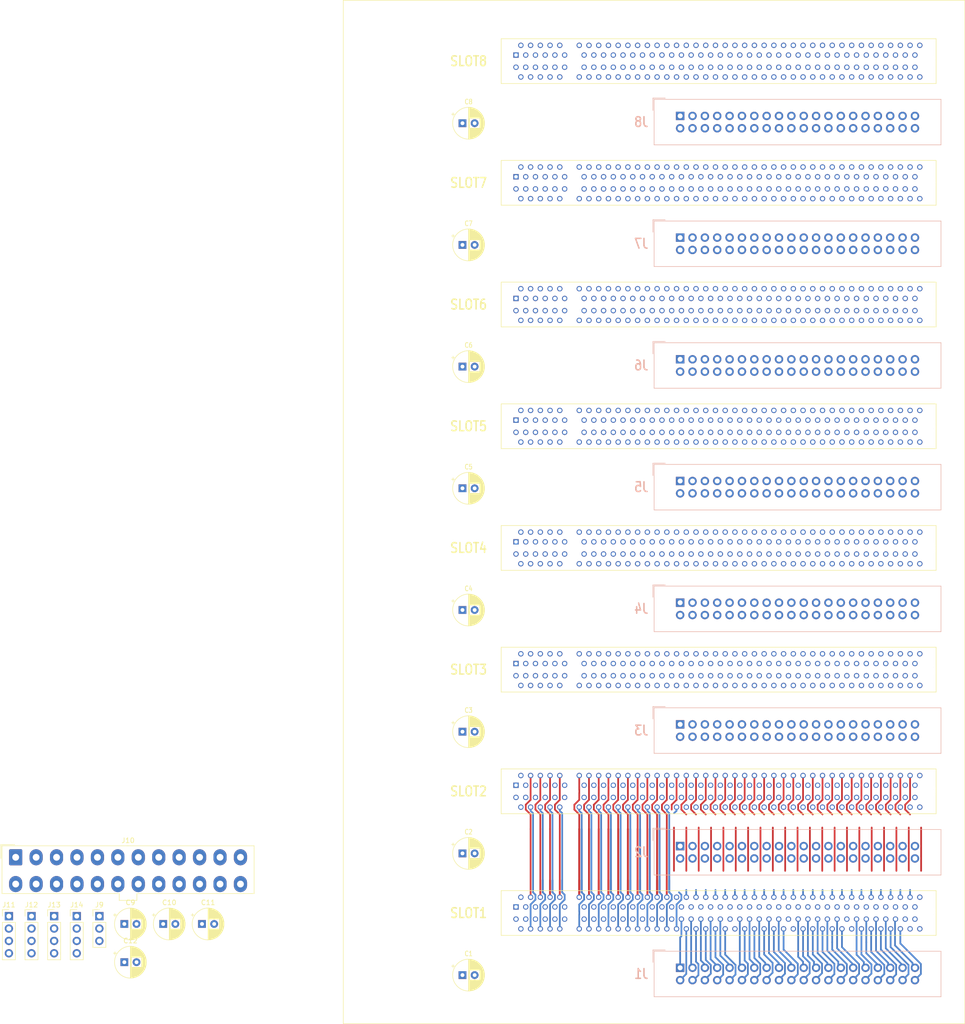
<source format=kicad_pcb>
(kicad_pcb (version 20171130) (host pcbnew 5.1.1-8be2ce7~80~ubuntu18.04.1)
  (layers (0 F.Cu signal) (1 In1.Cu power) (2 In2.Cu power) (31 B.Cu signal) (34 B.Paste user hide) (35 F.Paste user hide) (36 B.SilkS user) (37 F.SilkS user) (38 B.Mask user hide) (39 F.Mask user hide) (44 Edge.Cuts user))
  (net 0 "")
  (net 1 GND)
  (net 2 +5V)
  (net 3 /Slot/C78)
  (net 4 /Slot/C77)
  (net 5 /Slot/C76)
  (net 6 /Slot/C75)
  (net 7 /Slot/C74)
  (net 8 /Slot/C73)
  (net 9 /Slot/C72)
  (net 10 /Slot/C71)
  (net 11 /Slot/C70)
  (net 12 /Slot/C69)
  (net 13 /Slot/C66)
  (net 14 /Slot/C65)
  (net 15 /Slot/C64)
  (net 16 /Slot/C63)
  (net 17 /Slot/C62)
  (net 18 /Slot/C61)
  (net 19 /Slot/C60)
  (net 20 /Slot/C59)
  (net 21 /Slot/C58)
  (net 22 /Slot/C57)
  (net 23 /Slot/C54)
  (net 24 /Slot/C53)
  (net 25 /Slot/C52)
  (net 26 /Slot/C51)
  (net 27 /Slot/C50)
  (net 28 /Slot/C49)
  (net 29 /Slot/C48)
  (net 30 /Slot/C47)
  (net 31 /Slot/C46)
  (net 32 /Slot/C45)
  (net 33 /Slot/C42)
  (net 34 /Slot/C41)
  (net 35 /Slot/C40)
  (net 36 /Slot/C39)
  (net 37 /Slot/C38)
  (net 38 /Slot/C37)
  (net 39 /Slot/C36)
  (net 40 /Slot/C35)
  (net 41 /Slot/C34)
  (net 42 /Slot/C33)
  (net 43 +3V3)
  (net 44 +12V)
  (net 45 -12V)
  (net 46 /sheet5D71C7A6/C33)
  (net 47 /sheet5D71C7A6/C34)
  (net 48 /sheet5D71C7A6/C35)
  (net 49 /sheet5D71C7A6/C36)
  (net 50 /sheet5D71C7A6/C37)
  (net 51 /sheet5D71C7A6/C38)
  (net 52 /sheet5D71C7A6/C39)
  (net 53 /sheet5D71C7A6/C40)
  (net 54 /sheet5D71C7A6/C41)
  (net 55 /sheet5D71C7A6/C42)
  (net 56 /sheet5D71C7A6/C45)
  (net 57 /sheet5D71C7A6/C46)
  (net 58 /sheet5D71C7A6/C47)
  (net 59 /sheet5D71C7A6/C48)
  (net 60 /sheet5D71C7A6/C49)
  (net 61 /sheet5D71C7A6/C50)
  (net 62 /sheet5D71C7A6/C51)
  (net 63 /sheet5D71C7A6/C52)
  (net 64 /sheet5D71C7A6/C53)
  (net 65 /sheet5D71C7A6/C54)
  (net 66 /sheet5D71C7A6/C57)
  (net 67 /sheet5D71C7A6/C58)
  (net 68 /sheet5D71C7A6/C59)
  (net 69 /sheet5D71C7A6/C60)
  (net 70 /sheet5D71C7A6/C61)
  (net 71 /sheet5D71C7A6/C62)
  (net 72 /sheet5D71C7A6/C63)
  (net 73 /sheet5D71C7A6/C64)
  (net 74 /sheet5D71C7A6/C65)
  (net 75 /sheet5D71C7A6/C66)
  (net 76 /sheet5D71C7A6/C69)
  (net 77 /sheet5D71C7A6/C70)
  (net 78 /sheet5D71C7A6/C71)
  (net 79 /sheet5D71C7A6/C72)
  (net 80 /sheet5D71C7A6/C73)
  (net 81 /sheet5D71C7A6/C74)
  (net 82 /sheet5D71C7A6/C75)
  (net 83 /sheet5D71C7A6/C76)
  (net 84 /sheet5D71C7A6/C77)
  (net 85 /sheet5D71C7A6/C78)
  (net 86 /sheet5D730B90/C33)
  (net 87 /sheet5D730B90/C34)
  (net 88 /sheet5D730B90/C35)
  (net 89 /sheet5D730B90/C36)
  (net 90 /sheet5D730B90/C37)
  (net 91 /sheet5D730B90/C38)
  (net 92 /sheet5D730B90/C39)
  (net 93 /sheet5D730B90/C40)
  (net 94 /sheet5D730B90/C41)
  (net 95 /sheet5D730B90/C42)
  (net 96 /sheet5D730B90/C45)
  (net 97 /sheet5D730B90/C46)
  (net 98 /sheet5D730B90/C47)
  (net 99 /sheet5D730B90/C48)
  (net 100 /sheet5D730B90/C49)
  (net 101 /sheet5D730B90/C50)
  (net 102 /sheet5D730B90/C51)
  (net 103 /sheet5D730B90/C52)
  (net 104 /sheet5D730B90/C53)
  (net 105 /sheet5D730B90/C54)
  (net 106 /sheet5D730B90/C57)
  (net 107 /sheet5D730B90/C58)
  (net 108 /sheet5D730B90/C59)
  (net 109 /sheet5D730B90/C60)
  (net 110 /sheet5D730B90/C61)
  (net 111 /sheet5D730B90/C62)
  (net 112 /sheet5D730B90/C63)
  (net 113 /sheet5D730B90/C64)
  (net 114 /sheet5D730B90/C65)
  (net 115 /sheet5D730B90/C66)
  (net 116 /sheet5D730B90/C69)
  (net 117 /sheet5D730B90/C70)
  (net 118 /sheet5D730B90/C71)
  (net 119 /sheet5D730B90/C72)
  (net 120 /sheet5D730B90/C73)
  (net 121 /sheet5D730B90/C74)
  (net 122 /sheet5D730B90/C75)
  (net 123 /sheet5D730B90/C76)
  (net 124 /sheet5D730B90/C77)
  (net 125 /sheet5D730B90/C78)
  (net 126 /sheet5D730E92/C33)
  (net 127 /sheet5D730E92/C34)
  (net 128 /sheet5D730E92/C35)
  (net 129 /sheet5D730E92/C36)
  (net 130 /sheet5D730E92/C37)
  (net 131 /sheet5D730E92/C38)
  (net 132 /sheet5D730E92/C39)
  (net 133 /sheet5D730E92/C40)
  (net 134 /sheet5D730E92/C41)
  (net 135 /sheet5D730E92/C42)
  (net 136 /sheet5D730E92/C45)
  (net 137 /sheet5D730E92/C46)
  (net 138 /sheet5D730E92/C47)
  (net 139 /sheet5D730E92/C48)
  (net 140 /sheet5D730E92/C49)
  (net 141 /sheet5D730E92/C50)
  (net 142 /sheet5D730E92/C51)
  (net 143 /sheet5D730E92/C52)
  (net 144 /sheet5D730E92/C53)
  (net 145 /sheet5D730E92/C54)
  (net 146 /sheet5D730E92/C57)
  (net 147 /sheet5D730E92/C58)
  (net 148 /sheet5D730E92/C59)
  (net 149 /sheet5D730E92/C60)
  (net 150 /sheet5D730E92/C61)
  (net 151 /sheet5D730E92/C62)
  (net 152 /sheet5D730E92/C63)
  (net 153 /sheet5D730E92/C64)
  (net 154 /sheet5D730E92/C65)
  (net 155 /sheet5D730E92/C66)
  (net 156 /sheet5D730E92/C69)
  (net 157 /sheet5D730E92/C70)
  (net 158 /sheet5D730E92/C71)
  (net 159 /sheet5D730E92/C72)
  (net 160 /sheet5D730E92/C73)
  (net 161 /sheet5D730E92/C74)
  (net 162 /sheet5D730E92/C75)
  (net 163 /sheet5D730E92/C76)
  (net 164 /sheet5D730E92/C77)
  (net 165 /sheet5D730E92/C78)
  (net 166 /sheet5D7311B5/C33)
  (net 167 /sheet5D7311B5/C34)
  (net 168 /sheet5D7311B5/C35)
  (net 169 /sheet5D7311B5/C36)
  (net 170 /sheet5D7311B5/C37)
  (net 171 /sheet5D7311B5/C38)
  (net 172 /sheet5D7311B5/C39)
  (net 173 /sheet5D7311B5/C40)
  (net 174 /sheet5D7311B5/C41)
  (net 175 /sheet5D7311B5/C42)
  (net 176 /sheet5D7311B5/C45)
  (net 177 /sheet5D7311B5/C46)
  (net 178 /sheet5D7311B5/C47)
  (net 179 /sheet5D7311B5/C48)
  (net 180 /sheet5D7311B5/C49)
  (net 181 /sheet5D7311B5/C50)
  (net 182 /sheet5D7311B5/C51)
  (net 183 /sheet5D7311B5/C52)
  (net 184 /sheet5D7311B5/C53)
  (net 185 /sheet5D7311B5/C54)
  (net 186 /sheet5D7311B5/C57)
  (net 187 /sheet5D7311B5/C58)
  (net 188 /sheet5D7311B5/C59)
  (net 189 /sheet5D7311B5/C60)
  (net 190 /sheet5D7311B5/C61)
  (net 191 /sheet5D7311B5/C62)
  (net 192 /sheet5D7311B5/C63)
  (net 193 /sheet5D7311B5/C64)
  (net 194 /sheet5D7311B5/C65)
  (net 195 /sheet5D7311B5/C66)
  (net 196 /sheet5D7311B5/C69)
  (net 197 /sheet5D7311B5/C70)
  (net 198 /sheet5D7311B5/C71)
  (net 199 /sheet5D7311B5/C72)
  (net 200 /sheet5D7311B5/C73)
  (net 201 /sheet5D7311B5/C74)
  (net 202 /sheet5D7311B5/C75)
  (net 203 /sheet5D7311B5/C76)
  (net 204 /sheet5D7311B5/C77)
  (net 205 /sheet5D7311B5/C78)
  (net 206 /sheet5D73148A/C33)
  (net 207 /sheet5D73148A/C34)
  (net 208 /sheet5D73148A/C35)
  (net 209 /sheet5D73148A/C36)
  (net 210 /sheet5D73148A/C37)
  (net 211 /sheet5D73148A/C38)
  (net 212 /sheet5D73148A/C39)
  (net 213 /sheet5D73148A/C40)
  (net 214 /sheet5D73148A/C41)
  (net 215 /sheet5D73148A/C42)
  (net 216 /sheet5D73148A/C45)
  (net 217 /sheet5D73148A/C46)
  (net 218 /sheet5D73148A/C47)
  (net 219 /sheet5D73148A/C48)
  (net 220 /sheet5D73148A/C49)
  (net 221 /sheet5D73148A/C50)
  (net 222 /sheet5D73148A/C51)
  (net 223 /sheet5D73148A/C52)
  (net 224 /sheet5D73148A/C53)
  (net 225 /sheet5D73148A/C54)
  (net 226 /sheet5D73148A/C57)
  (net 227 /sheet5D73148A/C58)
  (net 228 /sheet5D73148A/C59)
  (net 229 /sheet5D73148A/C60)
  (net 230 /sheet5D73148A/C61)
  (net 231 /sheet5D73148A/C62)
  (net 232 /sheet5D73148A/C63)
  (net 233 /sheet5D73148A/C64)
  (net 234 /sheet5D73148A/C65)
  (net 235 /sheet5D73148A/C66)
  (net 236 /sheet5D73148A/C69)
  (net 237 /sheet5D73148A/C70)
  (net 238 /sheet5D73148A/C71)
  (net 239 /sheet5D73148A/C72)
  (net 240 /sheet5D73148A/C73)
  (net 241 /sheet5D73148A/C74)
  (net 242 /sheet5D73148A/C75)
  (net 243 /sheet5D73148A/C76)
  (net 244 /sheet5D73148A/C77)
  (net 245 /sheet5D73148A/C78)
  (net 246 /sheet5D7317BC/C33)
  (net 247 /sheet5D7317BC/C34)
  (net 248 /sheet5D7317BC/C35)
  (net 249 /sheet5D7317BC/C36)
  (net 250 /sheet5D7317BC/C37)
  (net 251 /sheet5D7317BC/C38)
  (net 252 /sheet5D7317BC/C39)
  (net 253 /sheet5D7317BC/C40)
  (net 254 /sheet5D7317BC/C41)
  (net 255 /sheet5D7317BC/C42)
  (net 256 /sheet5D7317BC/C45)
  (net 257 /sheet5D7317BC/C46)
  (net 258 /sheet5D7317BC/C47)
  (net 259 /sheet5D7317BC/C48)
  (net 260 /sheet5D7317BC/C49)
  (net 261 /sheet5D7317BC/C50)
  (net 262 /sheet5D7317BC/C51)
  (net 263 /sheet5D7317BC/C52)
  (net 264 /sheet5D7317BC/C53)
  (net 265 /sheet5D7317BC/C54)
  (net 266 /sheet5D7317BC/C57)
  (net 267 /sheet5D7317BC/C58)
  (net 268 /sheet5D7317BC/C59)
  (net 269 /sheet5D7317BC/C60)
  (net 270 /sheet5D7317BC/C61)
  (net 271 /sheet5D7317BC/C62)
  (net 272 /sheet5D7317BC/C63)
  (net 273 /sheet5D7317BC/C64)
  (net 274 /sheet5D7317BC/C65)
  (net 275 /sheet5D7317BC/C66)
  (net 276 /sheet5D7317BC/C69)
  (net 277 /sheet5D7317BC/C70)
  (net 278 /sheet5D7317BC/C71)
  (net 279 /sheet5D7317BC/C72)
  (net 280 /sheet5D7317BC/C73)
  (net 281 /sheet5D7317BC/C74)
  (net 282 /sheet5D7317BC/C75)
  (net 283 /sheet5D7317BC/C76)
  (net 284 /sheet5D7317BC/C77)
  (net 285 /sheet5D7317BC/C78)
  (net 286 /sheet5D731AE2/C33)
  (net 287 /sheet5D731AE2/C34)
  (net 288 /sheet5D731AE2/C35)
  (net 289 /sheet5D731AE2/C36)
  (net 290 /sheet5D731AE2/C37)
  (net 291 /sheet5D731AE2/C38)
  (net 292 /sheet5D731AE2/C39)
  (net 293 /sheet5D731AE2/C40)
  (net 294 /sheet5D731AE2/C41)
  (net 295 /sheet5D731AE2/C42)
  (net 296 /sheet5D731AE2/C45)
  (net 297 /sheet5D731AE2/C46)
  (net 298 /sheet5D731AE2/C47)
  (net 299 /sheet5D731AE2/C48)
  (net 300 /sheet5D731AE2/C49)
  (net 301 /sheet5D731AE2/C50)
  (net 302 /sheet5D731AE2/C51)
  (net 303 /sheet5D731AE2/C52)
  (net 304 /sheet5D731AE2/C53)
  (net 305 /sheet5D731AE2/C54)
  (net 306 /sheet5D731AE2/C57)
  (net 307 /sheet5D731AE2/C58)
  (net 308 /sheet5D731AE2/C59)
  (net 309 /sheet5D731AE2/C60)
  (net 310 /sheet5D731AE2/C61)
  (net 311 /sheet5D731AE2/C62)
  (net 312 /sheet5D731AE2/C63)
  (net 313 /sheet5D731AE2/C64)
  (net 314 /sheet5D731AE2/C65)
  (net 315 /sheet5D731AE2/C66)
  (net 316 /sheet5D731AE2/C69)
  (net 317 /sheet5D731AE2/C70)
  (net 318 /sheet5D731AE2/C71)
  (net 319 /sheet5D731AE2/C72)
  (net 320 /sheet5D731AE2/C73)
  (net 321 /sheet5D731AE2/C74)
  (net 322 /sheet5D731AE2/C75)
  (net 323 /sheet5D731AE2/C76)
  (net 324 /sheet5D731AE2/C77)
  (net 325 /sheet5D731AE2/C78)
  (net 326 /POWEROK)
  (net 327 "Net-(J10-Pad16)")
  (net 328 "Net-(J10-Pad20)")
  (net 329 /5VSB)
  (net 330 /Slot/B11)
  (net 331 /Slot/A12)
  (net 332 /Slot/A11)
  (net 333 /Slot/A10)
  (net 334 /Slot/B10)
  (net 335 /Slot/A9)
  (net 336 /Slot/A7)
  (net 337 /Slot/A5)
  (net 338 /Slot/A8)
  (net 339 /Slot/A6)
  (net 340 /Slot/A4)
  (net 341 /Slot/B9)
  (net 342 /Slot/B7)
  (net 343 /Slot/B5)
  (net 344 /Slot/B8)
  (net 345 /Slot/B6)
  (net 346 /Slot/B4)
  (net 347 /Slot/B12)
  (net 348 /Slot/A14)
  (net 349 /Slot/A16)
  (net 350 /Slot/A18)
  (net 351 /Slot/A20)
  (net 352 /Slot/A22)
  (net 353 /Slot/A24)
  (net 354 /Slot/A26)
  (net 355 /Slot/A28)
  (net 356 /Slot/A30)
  (net 357 /Slot/A32)
  (net 358 /Slot/A34)
  (net 359 /Slot/A36)
  (net 360 /Slot/A38)
  (net 361 /Slot/A40)
  (net 362 /Slot/A42)
  (net 363 /Slot/A44)
  (net 364 /Slot/A46)
  (net 365 /Slot/A48)
  (net 366 /Slot/A50)
  (net 367 /Slot/A52)
  (net 368 /Slot/A54)
  (net 369 /Slot/A56)
  (net 370 /Slot/A58)
  (net 371 /Slot/A60)
  (net 372 /Slot/A62)
  (net 373 /Slot/A64)
  (net 374 /Slot/A66)
  (net 375 /Slot/A68)
  (net 376 /Slot/A70)
  (net 377 /Slot/A72)
  (net 378 /Slot/A74)
  (net 379 /Slot/A76)
  (net 380 /Slot/A78)
  (net 381 /Slot/A80)
  (net 382 /Slot/A13)
  (net 383 /Slot/B13)
  (net 384 /Slot/A15)
  (net 385 /Slot/A17)
  (net 386 /Slot/A19)
  (net 387 /Slot/A21)
  (net 388 /Slot/A23)
  (net 389 /Slot/A25)
  (net 390 /Slot/A27)
  (net 391 /Slot/A29)
  (net 392 /Slot/A31)
  (net 393 /Slot/A33)
  (net 394 /Slot/A35)
  (net 395 /Slot/A37)
  (net 396 /Slot/A39)
  (net 397 /Slot/A41)
  (net 398 /Slot/A43)
  (net 399 /Slot/A45)
  (net 400 /Slot/A47)
  (net 401 /Slot/A49)
  (net 402 /Slot/A51)
  (net 403 /Slot/A53)
  (net 404 /Slot/A55)
  (net 405 /Slot/A57)
  (net 406 /Slot/A59)
  (net 407 /Slot/A61)
  (net 408 /Slot/A63)
  (net 409 /Slot/A65)
  (net 410 /Slot/A67)
  (net 411 /Slot/A69)
  (net 412 /Slot/A71)
  (net 413 /Slot/A73)
  (net 414 /Slot/A75)
  (net 415 /Slot/A77)
  (net 416 /Slot/A79)
  (net 417 /Slot/B15)
  (net 418 /Slot/B17)
  (net 419 /Slot/B19)
  (net 420 /Slot/B21)
  (net 421 /Slot/B23)
  (net 422 /Slot/B25)
  (net 423 /Slot/B27)
  (net 424 /Slot/B29)
  (net 425 /Slot/B31)
  (net 426 /Slot/B43)
  (net 427 /Slot/B55)
  (net 428 /Slot/B67)
  (net 429 /Slot/B79)
  (net 430 /Slot/B14)
  (net 431 /Slot/B16)
  (net 432 /Slot/B18)
  (net 433 /Slot/B20)
  (net 434 /Slot/B22)
  (net 435 /Slot/B24)
  (net 436 /Slot/B26)
  (net 437 /Slot/B28)
  (net 438 /Slot/B30)
  (net 439 /Slot/B32)
  (net 440 /Slot/B44)
  (net 441 /Slot/B56)
  (net 442 /Slot/B68)
  (net 443 /Slot/B80)
  (net 444 /Slot/A3)
  (net 445 /Slot/B3)
  (module alexios:Amphenol_10018783-x0x03_2x82_P1.00mm_Socket_Vertical (layer F.Cu) (at -101.5 182)
    (fp_text reference SLOT1 (at -9.75 1.25) (layer F.SilkS) (effects (font (size 2 1.66) (thickness 0.3))))
    (fp_text value conn_2x82_ab)
    (pad "" np_thru_hole circle (at 11.65 1.25) (size 2.35 2.35) (drill 2.35) (layers *.Cu *.Mask))
    (pad B11 thru_hole circle (at 10 2.5) (size 1.1 1.1) (drill 0.7) (layers *.Cu *.Mask) (net 330 /Slot/B11))
    (pad A12 thru_hole circle (at 13 -2) (size 1.1 1.1) (drill 0.7) (layers *.Cu *.Mask) (net 331 /Slot/A12))
    (pad A11 thru_hole circle (at 10 0) (size 1.1 1.1) (drill 0.7) (layers *.Cu *.Mask) (net 332 /Slot/A11))
    (pad A10 thru_hole circle (at 9 -2) (size 1.1 1.1) (drill 0.7) (layers *.Cu *.Mask) (net 333 /Slot/A10))
    (pad B10 thru_hole circle (at 9 4.5) (size 1.1 1.1) (drill 0.7) (layers *.Cu *.Mask) (net 334 /Slot/B10))
    (pad A9 thru_hole circle (at 8 0) (size 1.1 1.1) (drill 0.7) (layers *.Cu *.Mask) (net 335 /Slot/A9))
    (pad A7 thru_hole circle (at 6 0) (size 1.1 1.1) (drill 0.7) (layers *.Cu *.Mask) (net 336 /Slot/A7))
    (pad A5 thru_hole circle (at 4 0) (size 1.1 1.1) (drill 0.7) (layers *.Cu *.Mask) (net 337 /Slot/A5))
    (pad A3 thru_hole circle (at 2 0) (size 1.1 1.1) (drill 0.7) (layers *.Cu *.Mask) (net 444 /Slot/A3))
    (pad A1 thru_hole rect (at 0 0) (size 1.1 1.1) (drill 0.7) (layers *.Cu *.Mask) (net 2 +5V))
    (pad A8 thru_hole circle (at 7 -2) (size 1.1 1.1) (drill 0.7) (layers *.Cu *.Mask) (net 338 /Slot/A8))
    (pad A6 thru_hole circle (at 5 -2) (size 1.1 1.1) (drill 0.7) (layers *.Cu *.Mask) (net 339 /Slot/A6))
    (pad A4 thru_hole circle (at 3 -2) (size 1.1 1.1) (drill 0.7) (layers *.Cu *.Mask) (net 340 /Slot/A4))
    (pad A2 thru_hole circle (at 1 -2) (size 1.1 1.1) (drill 0.7) (layers *.Cu *.Mask) (net 2 +5V))
    (pad B9 thru_hole circle (at 8 2.5) (size 1.1 1.1) (drill 0.7) (layers *.Cu *.Mask) (net 341 /Slot/B9))
    (pad B7 thru_hole circle (at 6 2.5) (size 1.1 1.1) (drill 0.7) (layers *.Cu *.Mask) (net 342 /Slot/B7))
    (pad B5 thru_hole circle (at 4 2.5) (size 1.1 1.1) (drill 0.7) (layers *.Cu *.Mask) (net 343 /Slot/B5))
    (pad B3 thru_hole circle (at 2 2.5) (size 1.1 1.1) (drill 0.7) (layers *.Cu *.Mask) (net 445 /Slot/B3))
    (pad B1 thru_hole circle (at 0 2.5) (size 1.1 1.1) (drill 0.7) (layers *.Cu *.Mask) (net 2 +5V))
    (pad B8 thru_hole circle (at 7 4.5) (size 1.1 1.1) (drill 0.7) (layers *.Cu *.Mask) (net 344 /Slot/B8))
    (pad B6 thru_hole circle (at 5 4.5) (size 1.1 1.1) (drill 0.7) (layers *.Cu *.Mask) (net 345 /Slot/B6))
    (pad B4 thru_hole circle (at 3 4.5) (size 1.1 1.1) (drill 0.7) (layers *.Cu *.Mask) (net 346 /Slot/B4))
    (pad B2 thru_hole circle (at 1 4.5) (size 1.1 1.1) (drill 0.7) (layers *.Cu *.Mask) (net 2 +5V))
    (pad B12 thru_hole circle (at 13 4.5) (size 1.1 1.1) (drill 0.7) (layers *.Cu *.Mask) (net 347 /Slot/B12))
    (pad A14 thru_hole circle (at 15 -2) (size 1.1 1.1) (drill 0.7) (layers *.Cu *.Mask) (net 348 /Slot/A14))
    (pad A16 thru_hole circle (at 17 -2) (size 1.1 1.1) (drill 0.7) (layers *.Cu *.Mask) (net 349 /Slot/A16))
    (pad A18 thru_hole circle (at 19 -2) (size 1.1 1.1) (drill 0.7) (layers *.Cu *.Mask) (net 350 /Slot/A18))
    (pad A20 thru_hole circle (at 21 -2) (size 1.1 1.1) (drill 0.7) (layers *.Cu *.Mask) (net 351 /Slot/A20))
    (pad A22 thru_hole circle (at 23 -2) (size 1.1 1.1) (drill 0.7) (layers *.Cu *.Mask) (net 352 /Slot/A22))
    (pad A24 thru_hole circle (at 25 -2) (size 1.1 1.1) (drill 0.7) (layers *.Cu *.Mask) (net 353 /Slot/A24))
    (pad A26 thru_hole circle (at 27 -2) (size 1.1 1.1) (drill 0.7) (layers *.Cu *.Mask) (net 354 /Slot/A26))
    (pad A28 thru_hole circle (at 29 -2) (size 1.1 1.1) (drill 0.7) (layers *.Cu *.Mask) (net 355 /Slot/A28))
    (pad A30 thru_hole circle (at 31 -2) (size 1.1 1.1) (drill 0.7) (layers *.Cu *.Mask) (net 356 /Slot/A30))
    (pad A32 thru_hole circle (at 33 -2) (size 1.1 1.1) (drill 0.7) (layers *.Cu *.Mask) (net 357 /Slot/A32))
    (pad A34 thru_hole circle (at 35 -2) (size 1.1 1.1) (drill 0.7) (layers *.Cu *.Mask) (net 358 /Slot/A34))
    (pad A36 thru_hole circle (at 37 -2) (size 1.1 1.1) (drill 0.7) (layers *.Cu *.Mask) (net 359 /Slot/A36))
    (pad A38 thru_hole circle (at 39 -2) (size 1.1 1.1) (drill 0.7) (layers *.Cu *.Mask) (net 360 /Slot/A38))
    (pad A40 thru_hole circle (at 41 -2) (size 1.1 1.1) (drill 0.7) (layers *.Cu *.Mask) (net 361 /Slot/A40))
    (pad A42 thru_hole circle (at 43 -2) (size 1.1 1.1) (drill 0.7) (layers *.Cu *.Mask) (net 362 /Slot/A42))
    (pad A44 thru_hole circle (at 45 -2) (size 1.1 1.1) (drill 0.7) (layers *.Cu *.Mask) (net 363 /Slot/A44))
    (pad A46 thru_hole circle (at 47 -2) (size 1.1 1.1) (drill 0.7) (layers *.Cu *.Mask) (net 364 /Slot/A46))
    (pad A48 thru_hole circle (at 49 -2) (size 1.1 1.1) (drill 0.7) (layers *.Cu *.Mask) (net 365 /Slot/A48))
    (pad A50 thru_hole circle (at 51 -2) (size 1.1 1.1) (drill 0.7) (layers *.Cu *.Mask) (net 366 /Slot/A50))
    (pad A52 thru_hole circle (at 53 -2) (size 1.1 1.1) (drill 0.7) (layers *.Cu *.Mask) (net 367 /Slot/A52))
    (pad A54 thru_hole circle (at 55 -2) (size 1.1 1.1) (drill 0.7) (layers *.Cu *.Mask) (net 368 /Slot/A54))
    (pad A56 thru_hole circle (at 57 -2) (size 1.1 1.1) (drill 0.7) (layers *.Cu *.Mask) (net 369 /Slot/A56))
    (pad A58 thru_hole circle (at 59 -2) (size 1.1 1.1) (drill 0.7) (layers *.Cu *.Mask) (net 370 /Slot/A58))
    (pad A60 thru_hole circle (at 61 -2) (size 1.1 1.1) (drill 0.7) (layers *.Cu *.Mask) (net 371 /Slot/A60))
    (pad A62 thru_hole circle (at 63 -2) (size 1.1 1.1) (drill 0.7) (layers *.Cu *.Mask) (net 372 /Slot/A62))
    (pad A64 thru_hole circle (at 65 -2) (size 1.1 1.1) (drill 0.7) (layers *.Cu *.Mask) (net 373 /Slot/A64))
    (pad A66 thru_hole circle (at 67 -2) (size 1.1 1.1) (drill 0.7) (layers *.Cu *.Mask) (net 374 /Slot/A66))
    (pad A68 thru_hole circle (at 69 -2) (size 1.1 1.1) (drill 0.7) (layers *.Cu *.Mask) (net 375 /Slot/A68))
    (pad A70 thru_hole circle (at 71 -2) (size 1.1 1.1) (drill 0.7) (layers *.Cu *.Mask) (net 376 /Slot/A70))
    (pad A72 thru_hole circle (at 73 -2) (size 1.1 1.1) (drill 0.7) (layers *.Cu *.Mask) (net 377 /Slot/A72))
    (pad A74 thru_hole circle (at 75 -2) (size 1.1 1.1) (drill 0.7) (layers *.Cu *.Mask) (net 378 /Slot/A74))
    (pad A76 thru_hole circle (at 77 -2) (size 1.1 1.1) (drill 0.7) (layers *.Cu *.Mask) (net 379 /Slot/A76))
    (pad A78 thru_hole circle (at 79 -2) (size 1.1 1.1) (drill 0.7) (layers *.Cu *.Mask) (net 380 /Slot/A78))
    (pad A80 thru_hole circle (at 81 -2) (size 1.1 1.1) (drill 0.7) (layers *.Cu *.Mask) (net 381 /Slot/A80))
    (pad A82 thru_hole circle (at 83 -2) (size 1.1 1.1) (drill 0.7) (layers *.Cu *.Mask) (net 1 GND))
    (pad A13 thru_hole circle (at 14 0) (size 1.1 1.1) (drill 0.7) (layers *.Cu *.Mask) (net 382 /Slot/A13))
    (pad B13 thru_hole circle (at 14 2.5) (size 1.1 1.1) (drill 0.7) (layers *.Cu *.Mask) (net 383 /Slot/B13))
    (pad "" np_thru_hole circle (at 84.8 1.25) (size 2.35 2.35) (drill 2.35) (layers *.Cu *.Mask))
    (pad A15 thru_hole circle (at 16 0) (size 1.1 1.1) (drill 0.7) (layers *.Cu *.Mask) (net 384 /Slot/A15))
    (pad A17 thru_hole circle (at 18 0) (size 1.1 1.1) (drill 0.7) (layers *.Cu *.Mask) (net 385 /Slot/A17))
    (pad A19 thru_hole circle (at 20 0) (size 1.1 1.1) (drill 0.7) (layers *.Cu *.Mask) (net 386 /Slot/A19))
    (pad A21 thru_hole circle (at 22 0) (size 1.1 1.1) (drill 0.7) (layers *.Cu *.Mask) (net 387 /Slot/A21))
    (pad A23 thru_hole circle (at 24 0) (size 1.1 1.1) (drill 0.7) (layers *.Cu *.Mask) (net 388 /Slot/A23))
    (pad A25 thru_hole circle (at 26 0) (size 1.1 1.1) (drill 0.7) (layers *.Cu *.Mask) (net 389 /Slot/A25))
    (pad A27 thru_hole circle (at 28 0) (size 1.1 1.1) (drill 0.7) (layers *.Cu *.Mask) (net 390 /Slot/A27))
    (pad A29 thru_hole circle (at 30 0) (size 1.1 1.1) (drill 0.7) (layers *.Cu *.Mask) (net 391 /Slot/A29))
    (pad A31 thru_hole circle (at 32 0) (size 1.1 1.1) (drill 0.7) (layers *.Cu *.Mask) (net 392 /Slot/A31))
    (pad A33 thru_hole circle (at 34 0) (size 1.1 1.1) (drill 0.7) (layers *.Cu *.Mask) (net 393 /Slot/A33))
    (pad A35 thru_hole circle (at 36 0) (size 1.1 1.1) (drill 0.7) (layers *.Cu *.Mask) (net 394 /Slot/A35))
    (pad A37 thru_hole circle (at 38 0) (size 1.1 1.1) (drill 0.7) (layers *.Cu *.Mask) (net 395 /Slot/A37))
    (pad A39 thru_hole circle (at 40 0) (size 1.1 1.1) (drill 0.7) (layers *.Cu *.Mask) (net 396 /Slot/A39))
    (pad A41 thru_hole circle (at 42 0) (size 1.1 1.1) (drill 0.7) (layers *.Cu *.Mask) (net 397 /Slot/A41))
    (pad A43 thru_hole circle (at 44 0) (size 1.1 1.1) (drill 0.7) (layers *.Cu *.Mask) (net 398 /Slot/A43))
    (pad A45 thru_hole circle (at 46 0) (size 1.1 1.1) (drill 0.7) (layers *.Cu *.Mask) (net 399 /Slot/A45))
    (pad A47 thru_hole circle (at 48 0) (size 1.1 1.1) (drill 0.7) (layers *.Cu *.Mask) (net 400 /Slot/A47))
    (pad A49 thru_hole circle (at 50 0) (size 1.1 1.1) (drill 0.7) (layers *.Cu *.Mask) (net 401 /Slot/A49))
    (pad A51 thru_hole circle (at 52 0) (size 1.1 1.1) (drill 0.7) (layers *.Cu *.Mask) (net 402 /Slot/A51))
    (pad A53 thru_hole circle (at 54 0) (size 1.1 1.1) (drill 0.7) (layers *.Cu *.Mask) (net 403 /Slot/A53))
    (pad A55 thru_hole circle (at 56 0) (size 1.1 1.1) (drill 0.7) (layers *.Cu *.Mask) (net 404 /Slot/A55))
    (pad A57 thru_hole circle (at 58 0) (size 1.1 1.1) (drill 0.7) (layers *.Cu *.Mask) (net 405 /Slot/A57))
    (pad A59 thru_hole circle (at 60 0) (size 1.1 1.1) (drill 0.7) (layers *.Cu *.Mask) (net 406 /Slot/A59))
    (pad A61 thru_hole circle (at 62 0) (size 1.1 1.1) (drill 0.7) (layers *.Cu *.Mask) (net 407 /Slot/A61))
    (pad A63 thru_hole circle (at 64 0) (size 1.1 1.1) (drill 0.7) (layers *.Cu *.Mask) (net 408 /Slot/A63))
    (pad A65 thru_hole circle (at 66 0) (size 1.1 1.1) (drill 0.7) (layers *.Cu *.Mask) (net 409 /Slot/A65))
    (pad A67 thru_hole circle (at 68 0) (size 1.1 1.1) (drill 0.7) (layers *.Cu *.Mask) (net 410 /Slot/A67))
    (pad A69 thru_hole circle (at 70 0) (size 1.1 1.1) (drill 0.7) (layers *.Cu *.Mask) (net 411 /Slot/A69))
    (pad A71 thru_hole circle (at 72 0) (size 1.1 1.1) (drill 0.7) (layers *.Cu *.Mask) (net 412 /Slot/A71))
    (pad A73 thru_hole circle (at 74 0) (size 1.1 1.1) (drill 0.7) (layers *.Cu *.Mask) (net 413 /Slot/A73))
    (pad A75 thru_hole circle (at 76 0) (size 1.1 1.1) (drill 0.7) (layers *.Cu *.Mask) (net 414 /Slot/A75))
    (pad A77 thru_hole circle (at 78 0) (size 1.1 1.1) (drill 0.7) (layers *.Cu *.Mask) (net 415 /Slot/A77))
    (pad A79 thru_hole circle (at 80 0) (size 1.1 1.1) (drill 0.7) (layers *.Cu *.Mask) (net 416 /Slot/A79))
    (pad A81 thru_hole circle (at 82 0) (size 1.1 1.1) (drill 0.7) (layers *.Cu *.Mask) (net 1 GND))
    (pad B15 thru_hole circle (at 16 2.5) (size 1.1 1.1) (drill 0.7) (layers *.Cu *.Mask) (net 417 /Slot/B15))
    (pad B17 thru_hole circle (at 18 2.5) (size 1.1 1.1) (drill 0.7) (layers *.Cu *.Mask) (net 418 /Slot/B17))
    (pad B19 thru_hole circle (at 20 2.5) (size 1.1 1.1) (drill 0.7) (layers *.Cu *.Mask) (net 419 /Slot/B19))
    (pad B21 thru_hole circle (at 22 2.5) (size 1.1 1.1) (drill 0.7) (layers *.Cu *.Mask) (net 420 /Slot/B21))
    (pad B23 thru_hole circle (at 24 2.5) (size 1.1 1.1) (drill 0.7) (layers *.Cu *.Mask) (net 421 /Slot/B23))
    (pad B25 thru_hole circle (at 26 2.5) (size 1.1 1.1) (drill 0.7) (layers *.Cu *.Mask) (net 422 /Slot/B25))
    (pad B27 thru_hole circle (at 28 2.5) (size 1.1 1.1) (drill 0.7) (layers *.Cu *.Mask) (net 423 /Slot/B27))
    (pad B29 thru_hole circle (at 30 2.5) (size 1.1 1.1) (drill 0.7) (layers *.Cu *.Mask) (net 424 /Slot/B29))
    (pad B31 thru_hole circle (at 32 2.5) (size 1.1 1.1) (drill 0.7) (layers *.Cu *.Mask) (net 425 /Slot/B31))
    (pad B33 thru_hole circle (at 34 2.5) (size 1.1 1.1) (drill 0.7) (layers *.Cu *.Mask) (net 42 /Slot/C33))
    (pad B35 thru_hole circle (at 36 2.5) (size 1.1 1.1) (drill 0.7) (layers *.Cu *.Mask) (net 40 /Slot/C35))
    (pad B37 thru_hole circle (at 38 2.5) (size 1.1 1.1) (drill 0.7) (layers *.Cu *.Mask) (net 38 /Slot/C37))
    (pad B39 thru_hole circle (at 40 2.5) (size 1.1 1.1) (drill 0.7) (layers *.Cu *.Mask) (net 36 /Slot/C39))
    (pad B41 thru_hole circle (at 42 2.5) (size 1.1 1.1) (drill 0.7) (layers *.Cu *.Mask) (net 34 /Slot/C41))
    (pad B43 thru_hole circle (at 44 2.5) (size 1.1 1.1) (drill 0.7) (layers *.Cu *.Mask) (net 426 /Slot/B43))
    (pad B45 thru_hole circle (at 46 2.5) (size 1.1 1.1) (drill 0.7) (layers *.Cu *.Mask) (net 32 /Slot/C45))
    (pad B47 thru_hole circle (at 48 2.5) (size 1.1 1.1) (drill 0.7) (layers *.Cu *.Mask) (net 30 /Slot/C47))
    (pad B49 thru_hole circle (at 50 2.5) (size 1.1 1.1) (drill 0.7) (layers *.Cu *.Mask) (net 28 /Slot/C49))
    (pad B51 thru_hole circle (at 52 2.5) (size 1.1 1.1) (drill 0.7) (layers *.Cu *.Mask) (net 26 /Slot/C51))
    (pad B53 thru_hole circle (at 54 2.5) (size 1.1 1.1) (drill 0.7) (layers *.Cu *.Mask) (net 24 /Slot/C53))
    (pad B55 thru_hole circle (at 56 2.5) (size 1.1 1.1) (drill 0.7) (layers *.Cu *.Mask) (net 427 /Slot/B55))
    (pad B57 thru_hole circle (at 58 2.5) (size 1.1 1.1) (drill 0.7) (layers *.Cu *.Mask) (net 22 /Slot/C57))
    (pad B59 thru_hole circle (at 60 2.5) (size 1.1 1.1) (drill 0.7) (layers *.Cu *.Mask) (net 20 /Slot/C59))
    (pad B61 thru_hole circle (at 62 2.5) (size 1.1 1.1) (drill 0.7) (layers *.Cu *.Mask) (net 18 /Slot/C61))
    (pad B63 thru_hole circle (at 64 2.5) (size 1.1 1.1) (drill 0.7) (layers *.Cu *.Mask) (net 16 /Slot/C63))
    (pad B65 thru_hole circle (at 66 2.5) (size 1.1 1.1) (drill 0.7) (layers *.Cu *.Mask) (net 14 /Slot/C65))
    (pad B67 thru_hole circle (at 68 2.5) (size 1.1 1.1) (drill 0.7) (layers *.Cu *.Mask) (net 428 /Slot/B67))
    (pad B69 thru_hole circle (at 70 2.5) (size 1.1 1.1) (drill 0.7) (layers *.Cu *.Mask) (net 12 /Slot/C69))
    (pad B71 thru_hole circle (at 72 2.5) (size 1.1 1.1) (drill 0.7) (layers *.Cu *.Mask) (net 10 /Slot/C71))
    (pad B73 thru_hole circle (at 74 2.5) (size 1.1 1.1) (drill 0.7) (layers *.Cu *.Mask) (net 8 /Slot/C73))
    (pad B75 thru_hole circle (at 76 2.5) (size 1.1 1.1) (drill 0.7) (layers *.Cu *.Mask) (net 6 /Slot/C75))
    (pad B77 thru_hole circle (at 78 2.5) (size 1.1 1.1) (drill 0.7) (layers *.Cu *.Mask) (net 4 /Slot/C77))
    (pad B79 thru_hole circle (at 80 2.5) (size 1.1 1.1) (drill 0.7) (layers *.Cu *.Mask) (net 429 /Slot/B79))
    (pad B81 thru_hole circle (at 82 2.5) (size 1.1 1.1) (drill 0.7) (layers *.Cu *.Mask) (net 1 GND))
    (pad B14 thru_hole circle (at 15 4.5) (size 1.1 1.1) (drill 0.7) (layers *.Cu *.Mask) (net 430 /Slot/B14))
    (pad B16 thru_hole circle (at 17 4.5) (size 1.1 1.1) (drill 0.7) (layers *.Cu *.Mask) (net 431 /Slot/B16))
    (pad B18 thru_hole circle (at 19 4.5) (size 1.1 1.1) (drill 0.7) (layers *.Cu *.Mask) (net 432 /Slot/B18))
    (pad B20 thru_hole circle (at 21 4.5) (size 1.1 1.1) (drill 0.7) (layers *.Cu *.Mask) (net 433 /Slot/B20))
    (pad B22 thru_hole circle (at 23 4.5) (size 1.1 1.1) (drill 0.7) (layers *.Cu *.Mask) (net 434 /Slot/B22))
    (pad B24 thru_hole circle (at 25 4.5) (size 1.1 1.1) (drill 0.7) (layers *.Cu *.Mask) (net 435 /Slot/B24))
    (pad B26 thru_hole circle (at 27 4.5) (size 1.1 1.1) (drill 0.7) (layers *.Cu *.Mask) (net 436 /Slot/B26))
    (pad B28 thru_hole circle (at 29 4.5) (size 1.1 1.1) (drill 0.7) (layers *.Cu *.Mask) (net 437 /Slot/B28))
    (pad B30 thru_hole circle (at 31 4.5) (size 1.1 1.1) (drill 0.7) (layers *.Cu *.Mask) (net 438 /Slot/B30))
    (pad B32 thru_hole circle (at 33 4.5) (size 1.1 1.1) (drill 0.7) (layers *.Cu *.Mask) (net 439 /Slot/B32))
    (pad B34 thru_hole circle (at 35 4.5) (size 1.1 1.1) (drill 0.7) (layers *.Cu *.Mask) (net 41 /Slot/C34))
    (pad B36 thru_hole circle (at 37 4.5) (size 1.1 1.1) (drill 0.7) (layers *.Cu *.Mask) (net 39 /Slot/C36))
    (pad B38 thru_hole circle (at 39 4.5) (size 1.1 1.1) (drill 0.7) (layers *.Cu *.Mask) (net 37 /Slot/C38))
    (pad B40 thru_hole circle (at 41 4.5) (size 1.1 1.1) (drill 0.7) (layers *.Cu *.Mask) (net 35 /Slot/C40))
    (pad B42 thru_hole circle (at 43 4.5) (size 1.1 1.1) (drill 0.7) (layers *.Cu *.Mask) (net 33 /Slot/C42))
    (pad B44 thru_hole circle (at 45 4.5) (size 1.1 1.1) (drill 0.7) (layers *.Cu *.Mask) (net 440 /Slot/B44))
    (pad B46 thru_hole circle (at 47 4.5) (size 1.1 1.1) (drill 0.7) (layers *.Cu *.Mask) (net 31 /Slot/C46))
    (pad B48 thru_hole circle (at 49 4.5) (size 1.1 1.1) (drill 0.7) (layers *.Cu *.Mask) (net 29 /Slot/C48))
    (pad B50 thru_hole circle (at 51 4.5) (size 1.1 1.1) (drill 0.7) (layers *.Cu *.Mask) (net 27 /Slot/C50))
    (pad B52 thru_hole circle (at 53 4.5) (size 1.1 1.1) (drill 0.7) (layers *.Cu *.Mask) (net 25 /Slot/C52))
    (pad B54 thru_hole circle (at 55 4.5) (size 1.1 1.1) (drill 0.7) (layers *.Cu *.Mask) (net 23 /Slot/C54))
    (pad B56 thru_hole circle (at 57 4.5) (size 1.1 1.1) (drill 0.7) (layers *.Cu *.Mask) (net 441 /Slot/B56))
    (pad B58 thru_hole circle (at 59 4.5) (size 1.1 1.1) (drill 0.7) (layers *.Cu *.Mask) (net 21 /Slot/C58))
    (pad B60 thru_hole circle (at 61 4.5) (size 1.1 1.1) (drill 0.7) (layers *.Cu *.Mask) (net 19 /Slot/C60))
    (pad B62 thru_hole circle (at 63 4.5) (size 1.1 1.1) (drill 0.7) (layers *.Cu *.Mask) (net 17 /Slot/C62))
    (pad B64 thru_hole circle (at 65 4.5) (size 1.1 1.1) (drill 0.7) (layers *.Cu *.Mask) (net 15 /Slot/C64))
    (pad B66 thru_hole circle (at 67 4.5) (size 1.1 1.1) (drill 0.7) (layers *.Cu *.Mask) (net 13 /Slot/C66))
    (pad B68 thru_hole circle (at 69 4.5) (size 1.1 1.1) (drill 0.7) (layers *.Cu *.Mask) (net 442 /Slot/B68))
    (pad B70 thru_hole circle (at 71 4.5) (size 1.1 1.1) (drill 0.7) (layers *.Cu *.Mask) (net 11 /Slot/C70))
    (pad B72 thru_hole circle (at 73 4.5) (size 1.1 1.1) (drill 0.7) (layers *.Cu *.Mask) (net 9 /Slot/C72))
    (pad B74 thru_hole circle (at 75 4.5) (size 1.1 1.1) (drill 0.7) (layers *.Cu *.Mask) (net 7 /Slot/C74))
    (pad B76 thru_hole circle (at 77 4.5) (size 1.1 1.1) (drill 0.7) (layers *.Cu *.Mask) (net 5 /Slot/C76))
    (pad B78 thru_hole circle (at 79 4.5) (size 1.1 1.1) (drill 0.7) (layers *.Cu *.Mask) (net 3 /Slot/C78))
    (pad B80 thru_hole circle (at 81 4.5) (size 1.1 1.1) (drill 0.7) (layers *.Cu *.Mask) (net 443 /Slot/B80))
    (pad B82 thru_hole circle (at 83 4.5) (size 1.1 1.1) (drill 0.7) (layers *.Cu *.Mask) (net 1 GND))
  )
  (module Capacitor_THT:CP_Radial_D6.3mm_P2.50mm (layer F.Cu) (at -112.5 21)
    (fp_text reference C8 (at 1.25 -4.4) (layer F.SilkS) (effects (font (size 1 0.83))))
    (fp_text value 1µF)
    (pad 2 thru_hole circle (at 2.5 0) (size 1.6 1.6) (drill 0.8) (layers *.Cu *.Mask) (net 1 GND))
    (pad 1 thru_hole rect (at 0 0) (size 1.6 1.6) (drill 0.8) (layers *.Cu *.Mask) (net 2 +5V))
  )
  (module Capacitor_THT:CP_Radial_D6.3mm_P2.50mm (layer F.Cu) (at -112.5 46)
    (fp_text reference C7 (at 1.25 -4.4) (layer F.SilkS) (effects (font (size 1 0.83))))
    (fp_text value 1µF)
    (pad 2 thru_hole circle (at 2.5 0) (size 1.6 1.6) (drill 0.8) (layers *.Cu *.Mask) (net 1 GND))
    (pad 1 thru_hole rect (at 0 0) (size 1.6 1.6) (drill 0.8) (layers *.Cu *.Mask) (net 2 +5V))
  )
  (module Capacitor_THT:CP_Radial_D6.3mm_P2.50mm (layer F.Cu) (at -112.5 71)
    (fp_text reference C6 (at 1.25 -4.4) (layer F.SilkS) (effects (font (size 1 0.83))))
    (fp_text value 1µF)
    (pad 2 thru_hole circle (at 2.5 0) (size 1.6 1.6) (drill 0.8) (layers *.Cu *.Mask) (net 1 GND))
    (pad 1 thru_hole rect (at 0 0) (size 1.6 1.6) (drill 0.8) (layers *.Cu *.Mask) (net 2 +5V))
  )
  (module Capacitor_THT:CP_Radial_D6.3mm_P2.50mm (layer F.Cu) (at -112.5 96)
    (fp_text reference C5 (at 1.25 -4.4) (layer F.SilkS) (effects (font (size 1 0.83))))
    (fp_text value 1µF)
    (pad 2 thru_hole circle (at 2.5 0) (size 1.6 1.6) (drill 0.8) (layers *.Cu *.Mask) (net 1 GND))
    (pad 1 thru_hole rect (at 0 0) (size 1.6 1.6) (drill 0.8) (layers *.Cu *.Mask) (net 2 +5V))
  )
  (module Capacitor_THT:CP_Radial_D6.3mm_P2.50mm (layer F.Cu) (at -112.5 121)
    (fp_text reference C4 (at 1.25 -4.4) (layer F.SilkS) (effects (font (size 1 0.83))))
    (fp_text value 1µF)
    (pad 2 thru_hole circle (at 2.5 0) (size 1.6 1.6) (drill 0.8) (layers *.Cu *.Mask) (net 1 GND))
    (pad 1 thru_hole rect (at 0 0) (size 1.6 1.6) (drill 0.8) (layers *.Cu *.Mask) (net 2 +5V))
  )
  (module Capacitor_THT:CP_Radial_D6.3mm_P2.50mm (layer F.Cu) (at -112.5 146)
    (fp_text reference C3 (at 1.25 -4.4) (layer F.SilkS) (effects (font (size 1 0.83))))
    (fp_text value 1µF)
    (pad 2 thru_hole circle (at 2.5 0) (size 1.6 1.6) (drill 0.8) (layers *.Cu *.Mask) (net 1 GND))
    (pad 1 thru_hole rect (at 0 0) (size 1.6 1.6) (drill 0.8) (layers *.Cu *.Mask) (net 2 +5V))
  )
  (module Capacitor_THT:CP_Radial_D6.3mm_P2.50mm (layer F.Cu) (at -112.5 171)
    (fp_text reference C2 (at 1.25 -4.4) (layer F.SilkS) (effects (font (size 1 0.83))))
    (fp_text value 1µF)
    (pad 2 thru_hole circle (at 2.5 0) (size 1.6 1.6) (drill 0.8) (layers *.Cu *.Mask) (net 1 GND))
    (pad 1 thru_hole rect (at 0 0) (size 1.6 1.6) (drill 0.8) (layers *.Cu *.Mask) (net 2 +5V))
  )
  (module alexios:Amphenol_10018783-x0x03_2x82_P1.00mm_Socket_Vertical (layer F.Cu) (at -101.5 7)
    (fp_text reference SLOT8 (at -9.75 1.25) (layer F.SilkS) (effects (font (size 2 1.66) (thickness 0.3))))
    (fp_text value conn_2x82_ab)
    (pad B82 thru_hole circle (at 83 4.5) (size 1.1 1.1) (drill 0.7) (layers *.Cu *.Mask) (net 1 GND))
    (pad B80 thru_hole circle (at 81 4.5) (size 1.1 1.1) (drill 0.7) (layers *.Cu *.Mask) (net 443 /Slot/B80))
    (pad B78 thru_hole circle (at 79 4.5) (size 1.1 1.1) (drill 0.7) (layers *.Cu *.Mask) (net 325 /sheet5D731AE2/C78))
    (pad B76 thru_hole circle (at 77 4.5) (size 1.1 1.1) (drill 0.7) (layers *.Cu *.Mask) (net 323 /sheet5D731AE2/C76))
    (pad B74 thru_hole circle (at 75 4.5) (size 1.1 1.1) (drill 0.7) (layers *.Cu *.Mask) (net 321 /sheet5D731AE2/C74))
    (pad B72 thru_hole circle (at 73 4.5) (size 1.1 1.1) (drill 0.7) (layers *.Cu *.Mask) (net 319 /sheet5D731AE2/C72))
    (pad B70 thru_hole circle (at 71 4.5) (size 1.1 1.1) (drill 0.7) (layers *.Cu *.Mask) (net 317 /sheet5D731AE2/C70))
    (pad B68 thru_hole circle (at 69 4.5) (size 1.1 1.1) (drill 0.7) (layers *.Cu *.Mask) (net 442 /Slot/B68))
    (pad B66 thru_hole circle (at 67 4.5) (size 1.1 1.1) (drill 0.7) (layers *.Cu *.Mask) (net 315 /sheet5D731AE2/C66))
    (pad B64 thru_hole circle (at 65 4.5) (size 1.1 1.1) (drill 0.7) (layers *.Cu *.Mask) (net 313 /sheet5D731AE2/C64))
    (pad B62 thru_hole circle (at 63 4.5) (size 1.1 1.1) (drill 0.7) (layers *.Cu *.Mask) (net 311 /sheet5D731AE2/C62))
    (pad B60 thru_hole circle (at 61 4.5) (size 1.1 1.1) (drill 0.7) (layers *.Cu *.Mask) (net 309 /sheet5D731AE2/C60))
    (pad B58 thru_hole circle (at 59 4.5) (size 1.1 1.1) (drill 0.7) (layers *.Cu *.Mask) (net 307 /sheet5D731AE2/C58))
    (pad B56 thru_hole circle (at 57 4.5) (size 1.1 1.1) (drill 0.7) (layers *.Cu *.Mask) (net 441 /Slot/B56))
    (pad B54 thru_hole circle (at 55 4.5) (size 1.1 1.1) (drill 0.7) (layers *.Cu *.Mask) (net 305 /sheet5D731AE2/C54))
    (pad B52 thru_hole circle (at 53 4.5) (size 1.1 1.1) (drill 0.7) (layers *.Cu *.Mask) (net 303 /sheet5D731AE2/C52))
    (pad B50 thru_hole circle (at 51 4.5) (size 1.1 1.1) (drill 0.7) (layers *.Cu *.Mask) (net 301 /sheet5D731AE2/C50))
    (pad B48 thru_hole circle (at 49 4.5) (size 1.1 1.1) (drill 0.7) (layers *.Cu *.Mask) (net 299 /sheet5D731AE2/C48))
    (pad B46 thru_hole circle (at 47 4.5) (size 1.1 1.1) (drill 0.7) (layers *.Cu *.Mask) (net 297 /sheet5D731AE2/C46))
    (pad B44 thru_hole circle (at 45 4.5) (size 1.1 1.1) (drill 0.7) (layers *.Cu *.Mask) (net 440 /Slot/B44))
    (pad B42 thru_hole circle (at 43 4.5) (size 1.1 1.1) (drill 0.7) (layers *.Cu *.Mask) (net 295 /sheet5D731AE2/C42))
    (pad B40 thru_hole circle (at 41 4.5) (size 1.1 1.1) (drill 0.7) (layers *.Cu *.Mask) (net 293 /sheet5D731AE2/C40))
    (pad B38 thru_hole circle (at 39 4.5) (size 1.1 1.1) (drill 0.7) (layers *.Cu *.Mask) (net 291 /sheet5D731AE2/C38))
    (pad B36 thru_hole circle (at 37 4.5) (size 1.1 1.1) (drill 0.7) (layers *.Cu *.Mask) (net 289 /sheet5D731AE2/C36))
    (pad B34 thru_hole circle (at 35 4.5) (size 1.1 1.1) (drill 0.7) (layers *.Cu *.Mask) (net 287 /sheet5D731AE2/C34))
    (pad B32 thru_hole circle (at 33 4.5) (size 1.1 1.1) (drill 0.7) (layers *.Cu *.Mask) (net 439 /Slot/B32))
    (pad B30 thru_hole circle (at 31 4.5) (size 1.1 1.1) (drill 0.7) (layers *.Cu *.Mask) (net 438 /Slot/B30))
    (pad B28 thru_hole circle (at 29 4.5) (size 1.1 1.1) (drill 0.7) (layers *.Cu *.Mask) (net 437 /Slot/B28))
    (pad B26 thru_hole circle (at 27 4.5) (size 1.1 1.1) (drill 0.7) (layers *.Cu *.Mask) (net 436 /Slot/B26))
    (pad B24 thru_hole circle (at 25 4.5) (size 1.1 1.1) (drill 0.7) (layers *.Cu *.Mask) (net 435 /Slot/B24))
    (pad B22 thru_hole circle (at 23 4.5) (size 1.1 1.1) (drill 0.7) (layers *.Cu *.Mask) (net 434 /Slot/B22))
    (pad B20 thru_hole circle (at 21 4.5) (size 1.1 1.1) (drill 0.7) (layers *.Cu *.Mask) (net 433 /Slot/B20))
    (pad B18 thru_hole circle (at 19 4.5) (size 1.1 1.1) (drill 0.7) (layers *.Cu *.Mask) (net 432 /Slot/B18))
    (pad B16 thru_hole circle (at 17 4.5) (size 1.1 1.1) (drill 0.7) (layers *.Cu *.Mask) (net 431 /Slot/B16))
    (pad B14 thru_hole circle (at 15 4.5) (size 1.1 1.1) (drill 0.7) (layers *.Cu *.Mask) (net 430 /Slot/B14))
    (pad B81 thru_hole circle (at 82 2.5) (size 1.1 1.1) (drill 0.7) (layers *.Cu *.Mask) (net 1 GND))
    (pad B79 thru_hole circle (at 80 2.5) (size 1.1 1.1) (drill 0.7) (layers *.Cu *.Mask) (net 429 /Slot/B79))
    (pad B77 thru_hole circle (at 78 2.5) (size 1.1 1.1) (drill 0.7) (layers *.Cu *.Mask) (net 324 /sheet5D731AE2/C77))
    (pad B75 thru_hole circle (at 76 2.5) (size 1.1 1.1) (drill 0.7) (layers *.Cu *.Mask) (net 322 /sheet5D731AE2/C75))
    (pad B73 thru_hole circle (at 74 2.5) (size 1.1 1.1) (drill 0.7) (layers *.Cu *.Mask) (net 320 /sheet5D731AE2/C73))
    (pad B71 thru_hole circle (at 72 2.5) (size 1.1 1.1) (drill 0.7) (layers *.Cu *.Mask) (net 318 /sheet5D731AE2/C71))
    (pad B69 thru_hole circle (at 70 2.5) (size 1.1 1.1) (drill 0.7) (layers *.Cu *.Mask) (net 316 /sheet5D731AE2/C69))
    (pad B67 thru_hole circle (at 68 2.5) (size 1.1 1.1) (drill 0.7) (layers *.Cu *.Mask) (net 428 /Slot/B67))
    (pad B65 thru_hole circle (at 66 2.5) (size 1.1 1.1) (drill 0.7) (layers *.Cu *.Mask) (net 314 /sheet5D731AE2/C65))
    (pad B63 thru_hole circle (at 64 2.5) (size 1.1 1.1) (drill 0.7) (layers *.Cu *.Mask) (net 312 /sheet5D731AE2/C63))
    (pad B61 thru_hole circle (at 62 2.5) (size 1.1 1.1) (drill 0.7) (layers *.Cu *.Mask) (net 310 /sheet5D731AE2/C61))
    (pad B59 thru_hole circle (at 60 2.5) (size 1.1 1.1) (drill 0.7) (layers *.Cu *.Mask) (net 308 /sheet5D731AE2/C59))
    (pad B57 thru_hole circle (at 58 2.5) (size 1.1 1.1) (drill 0.7) (layers *.Cu *.Mask) (net 306 /sheet5D731AE2/C57))
    (pad B55 thru_hole circle (at 56 2.5) (size 1.1 1.1) (drill 0.7) (layers *.Cu *.Mask) (net 427 /Slot/B55))
    (pad B53 thru_hole circle (at 54 2.5) (size 1.1 1.1) (drill 0.7) (layers *.Cu *.Mask) (net 304 /sheet5D731AE2/C53))
    (pad B51 thru_hole circle (at 52 2.5) (size 1.1 1.1) (drill 0.7) (layers *.Cu *.Mask) (net 302 /sheet5D731AE2/C51))
    (pad B49 thru_hole circle (at 50 2.5) (size 1.1 1.1) (drill 0.7) (layers *.Cu *.Mask) (net 300 /sheet5D731AE2/C49))
    (pad B47 thru_hole circle (at 48 2.5) (size 1.1 1.1) (drill 0.7) (layers *.Cu *.Mask) (net 298 /sheet5D731AE2/C47))
    (pad B45 thru_hole circle (at 46 2.5) (size 1.1 1.1) (drill 0.7) (layers *.Cu *.Mask) (net 296 /sheet5D731AE2/C45))
    (pad B43 thru_hole circle (at 44 2.5) (size 1.1 1.1) (drill 0.7) (layers *.Cu *.Mask) (net 426 /Slot/B43))
    (pad B41 thru_hole circle (at 42 2.5) (size 1.1 1.1) (drill 0.7) (layers *.Cu *.Mask) (net 294 /sheet5D731AE2/C41))
    (pad B39 thru_hole circle (at 40 2.5) (size 1.1 1.1) (drill 0.7) (layers *.Cu *.Mask) (net 292 /sheet5D731AE2/C39))
    (pad B37 thru_hole circle (at 38 2.5) (size 1.1 1.1) (drill 0.7) (layers *.Cu *.Mask) (net 290 /sheet5D731AE2/C37))
    (pad B35 thru_hole circle (at 36 2.5) (size 1.1 1.1) (drill 0.7) (layers *.Cu *.Mask) (net 288 /sheet5D731AE2/C35))
    (pad B33 thru_hole circle (at 34 2.5) (size 1.1 1.1) (drill 0.7) (layers *.Cu *.Mask) (net 286 /sheet5D731AE2/C33))
    (pad B31 thru_hole circle (at 32 2.5) (size 1.1 1.1) (drill 0.7) (layers *.Cu *.Mask) (net 425 /Slot/B31))
    (pad B29 thru_hole circle (at 30 2.5) (size 1.1 1.1) (drill 0.7) (layers *.Cu *.Mask) (net 424 /Slot/B29))
    (pad B27 thru_hole circle (at 28 2.5) (size 1.1 1.1) (drill 0.7) (layers *.Cu *.Mask) (net 423 /Slot/B27))
    (pad B25 thru_hole circle (at 26 2.5) (size 1.1 1.1) (drill 0.7) (layers *.Cu *.Mask) (net 422 /Slot/B25))
    (pad B23 thru_hole circle (at 24 2.5) (size 1.1 1.1) (drill 0.7) (layers *.Cu *.Mask) (net 421 /Slot/B23))
    (pad B21 thru_hole circle (at 22 2.5) (size 1.1 1.1) (drill 0.7) (layers *.Cu *.Mask) (net 420 /Slot/B21))
    (pad B19 thru_hole circle (at 20 2.5) (size 1.1 1.1) (drill 0.7) (layers *.Cu *.Mask) (net 419 /Slot/B19))
    (pad B17 thru_hole circle (at 18 2.5) (size 1.1 1.1) (drill 0.7) (layers *.Cu *.Mask) (net 418 /Slot/B17))
    (pad B15 thru_hole circle (at 16 2.5) (size 1.1 1.1) (drill 0.7) (layers *.Cu *.Mask) (net 417 /Slot/B15))
    (pad A81 thru_hole circle (at 82 0) (size 1.1 1.1) (drill 0.7) (layers *.Cu *.Mask) (net 1 GND))
    (pad A79 thru_hole circle (at 80 0) (size 1.1 1.1) (drill 0.7) (layers *.Cu *.Mask) (net 416 /Slot/A79))
    (pad A77 thru_hole circle (at 78 0) (size 1.1 1.1) (drill 0.7) (layers *.Cu *.Mask) (net 415 /Slot/A77))
    (pad A75 thru_hole circle (at 76 0) (size 1.1 1.1) (drill 0.7) (layers *.Cu *.Mask) (net 414 /Slot/A75))
    (pad A73 thru_hole circle (at 74 0) (size 1.1 1.1) (drill 0.7) (layers *.Cu *.Mask) (net 413 /Slot/A73))
    (pad A71 thru_hole circle (at 72 0) (size 1.1 1.1) (drill 0.7) (layers *.Cu *.Mask) (net 412 /Slot/A71))
    (pad A69 thru_hole circle (at 70 0) (size 1.1 1.1) (drill 0.7) (layers *.Cu *.Mask) (net 411 /Slot/A69))
    (pad A67 thru_hole circle (at 68 0) (size 1.1 1.1) (drill 0.7) (layers *.Cu *.Mask) (net 410 /Slot/A67))
    (pad A65 thru_hole circle (at 66 0) (size 1.1 1.1) (drill 0.7) (layers *.Cu *.Mask) (net 409 /Slot/A65))
    (pad A63 thru_hole circle (at 64 0) (size 1.1 1.1) (drill 0.7) (layers *.Cu *.Mask) (net 408 /Slot/A63))
    (pad A61 thru_hole circle (at 62 0) (size 1.1 1.1) (drill 0.7) (layers *.Cu *.Mask) (net 407 /Slot/A61))
    (pad A59 thru_hole circle (at 60 0) (size 1.1 1.1) (drill 0.7) (layers *.Cu *.Mask) (net 406 /Slot/A59))
    (pad A57 thru_hole circle (at 58 0) (size 1.1 1.1) (drill 0.7) (layers *.Cu *.Mask) (net 405 /Slot/A57))
    (pad A55 thru_hole circle (at 56 0) (size 1.1 1.1) (drill 0.7) (layers *.Cu *.Mask) (net 404 /Slot/A55))
    (pad A53 thru_hole circle (at 54 0) (size 1.1 1.1) (drill 0.7) (layers *.Cu *.Mask) (net 403 /Slot/A53))
    (pad A51 thru_hole circle (at 52 0) (size 1.1 1.1) (drill 0.7) (layers *.Cu *.Mask) (net 402 /Slot/A51))
    (pad A49 thru_hole circle (at 50 0) (size 1.1 1.1) (drill 0.7) (layers *.Cu *.Mask) (net 401 /Slot/A49))
    (pad A47 thru_hole circle (at 48 0) (size 1.1 1.1) (drill 0.7) (layers *.Cu *.Mask) (net 400 /Slot/A47))
    (pad A45 thru_hole circle (at 46 0) (size 1.1 1.1) (drill 0.7) (layers *.Cu *.Mask) (net 399 /Slot/A45))
    (pad A43 thru_hole circle (at 44 0) (size 1.1 1.1) (drill 0.7) (layers *.Cu *.Mask) (net 398 /Slot/A43))
    (pad A41 thru_hole circle (at 42 0) (size 1.1 1.1) (drill 0.7) (layers *.Cu *.Mask) (net 397 /Slot/A41))
    (pad A39 thru_hole circle (at 40 0) (size 1.1 1.1) (drill 0.7) (layers *.Cu *.Mask) (net 396 /Slot/A39))
    (pad A37 thru_hole circle (at 38 0) (size 1.1 1.1) (drill 0.7) (layers *.Cu *.Mask) (net 395 /Slot/A37))
    (pad A35 thru_hole circle (at 36 0) (size 1.1 1.1) (drill 0.7) (layers *.Cu *.Mask) (net 394 /Slot/A35))
    (pad A33 thru_hole circle (at 34 0) (size 1.1 1.1) (drill 0.7) (layers *.Cu *.Mask) (net 393 /Slot/A33))
    (pad A31 thru_hole circle (at 32 0) (size 1.1 1.1) (drill 0.7) (layers *.Cu *.Mask) (net 392 /Slot/A31))
    (pad A29 thru_hole circle (at 30 0) (size 1.1 1.1) (drill 0.7) (layers *.Cu *.Mask) (net 391 /Slot/A29))
    (pad A27 thru_hole circle (at 28 0) (size 1.1 1.1) (drill 0.7) (layers *.Cu *.Mask) (net 390 /Slot/A27))
    (pad A25 thru_hole circle (at 26 0) (size 1.1 1.1) (drill 0.7) (layers *.Cu *.Mask) (net 389 /Slot/A25))
    (pad A23 thru_hole circle (at 24 0) (size 1.1 1.1) (drill 0.7) (layers *.Cu *.Mask) (net 388 /Slot/A23))
    (pad A21 thru_hole circle (at 22 0) (size 1.1 1.1) (drill 0.7) (layers *.Cu *.Mask) (net 387 /Slot/A21))
    (pad A19 thru_hole circle (at 20 0) (size 1.1 1.1) (drill 0.7) (layers *.Cu *.Mask) (net 386 /Slot/A19))
    (pad A17 thru_hole circle (at 18 0) (size 1.1 1.1) (drill 0.7) (layers *.Cu *.Mask) (net 385 /Slot/A17))
    (pad A15 thru_hole circle (at 16 0) (size 1.1 1.1) (drill 0.7) (layers *.Cu *.Mask) (net 384 /Slot/A15))
    (pad "" np_thru_hole circle (at 84.8 1.25) (size 2.35 2.35) (drill 2.35) (layers *.Cu *.Mask))
    (pad B13 thru_hole circle (at 14 2.5) (size 1.1 1.1) (drill 0.7) (layers *.Cu *.Mask) (net 383 /Slot/B13))
    (pad A13 thru_hole circle (at 14 0) (size 1.1 1.1) (drill 0.7) (layers *.Cu *.Mask) (net 382 /Slot/A13))
    (pad A82 thru_hole circle (at 83 -2) (size 1.1 1.1) (drill 0.7) (layers *.Cu *.Mask) (net 1 GND))
    (pad A80 thru_hole circle (at 81 -2) (size 1.1 1.1) (drill 0.7) (layers *.Cu *.Mask) (net 381 /Slot/A80))
    (pad A78 thru_hole circle (at 79 -2) (size 1.1 1.1) (drill 0.7) (layers *.Cu *.Mask) (net 380 /Slot/A78))
    (pad A76 thru_hole circle (at 77 -2) (size 1.1 1.1) (drill 0.7) (layers *.Cu *.Mask) (net 379 /Slot/A76))
    (pad A74 thru_hole circle (at 75 -2) (size 1.1 1.1) (drill 0.7) (layers *.Cu *.Mask) (net 378 /Slot/A74))
    (pad A72 thru_hole circle (at 73 -2) (size 1.1 1.1) (drill 0.7) (layers *.Cu *.Mask) (net 377 /Slot/A72))
    (pad A70 thru_hole circle (at 71 -2) (size 1.1 1.1) (drill 0.7) (layers *.Cu *.Mask) (net 376 /Slot/A70))
    (pad A68 thru_hole circle (at 69 -2) (size 1.1 1.1) (drill 0.7) (layers *.Cu *.Mask) (net 375 /Slot/A68))
    (pad A66 thru_hole circle (at 67 -2) (size 1.1 1.1) (drill 0.7) (layers *.Cu *.Mask) (net 374 /Slot/A66))
    (pad A64 thru_hole circle (at 65 -2) (size 1.1 1.1) (drill 0.7) (layers *.Cu *.Mask) (net 373 /Slot/A64))
    (pad A62 thru_hole circle (at 63 -2) (size 1.1 1.1) (drill 0.7) (layers *.Cu *.Mask) (net 372 /Slot/A62))
    (pad A60 thru_hole circle (at 61 -2) (size 1.1 1.1) (drill 0.7) (layers *.Cu *.Mask) (net 371 /Slot/A60))
    (pad A58 thru_hole circle (at 59 -2) (size 1.1 1.1) (drill 0.7) (layers *.Cu *.Mask) (net 370 /Slot/A58))
    (pad A56 thru_hole circle (at 57 -2) (size 1.1 1.1) (drill 0.7) (layers *.Cu *.Mask) (net 369 /Slot/A56))
    (pad A54 thru_hole circle (at 55 -2) (size 1.1 1.1) (drill 0.7) (layers *.Cu *.Mask) (net 368 /Slot/A54))
    (pad A52 thru_hole circle (at 53 -2) (size 1.1 1.1) (drill 0.7) (layers *.Cu *.Mask) (net 367 /Slot/A52))
    (pad A50 thru_hole circle (at 51 -2) (size 1.1 1.1) (drill 0.7) (layers *.Cu *.Mask) (net 366 /Slot/A50))
    (pad A48 thru_hole circle (at 49 -2) (size 1.1 1.1) (drill 0.7) (layers *.Cu *.Mask) (net 365 /Slot/A48))
    (pad A46 thru_hole circle (at 47 -2) (size 1.1 1.1) (drill 0.7) (layers *.Cu *.Mask) (net 364 /Slot/A46))
    (pad A44 thru_hole circle (at 45 -2) (size 1.1 1.1) (drill 0.7) (layers *.Cu *.Mask) (net 363 /Slot/A44))
    (pad A42 thru_hole circle (at 43 -2) (size 1.1 1.1) (drill 0.7) (layers *.Cu *.Mask) (net 362 /Slot/A42))
    (pad A40 thru_hole circle (at 41 -2) (size 1.1 1.1) (drill 0.7) (layers *.Cu *.Mask) (net 361 /Slot/A40))
    (pad A38 thru_hole circle (at 39 -2) (size 1.1 1.1) (drill 0.7) (layers *.Cu *.Mask) (net 360 /Slot/A38))
    (pad A36 thru_hole circle (at 37 -2) (size 1.1 1.1) (drill 0.7) (layers *.Cu *.Mask) (net 359 /Slot/A36))
    (pad A34 thru_hole circle (at 35 -2) (size 1.1 1.1) (drill 0.7) (layers *.Cu *.Mask) (net 358 /Slot/A34))
    (pad A32 thru_hole circle (at 33 -2) (size 1.1 1.1) (drill 0.7) (layers *.Cu *.Mask) (net 357 /Slot/A32))
    (pad A30 thru_hole circle (at 31 -2) (size 1.1 1.1) (drill 0.7) (layers *.Cu *.Mask) (net 356 /Slot/A30))
    (pad A28 thru_hole circle (at 29 -2) (size 1.1 1.1) (drill 0.7) (layers *.Cu *.Mask) (net 355 /Slot/A28))
    (pad A26 thru_hole circle (at 27 -2) (size 1.1 1.1) (drill 0.7) (layers *.Cu *.Mask) (net 354 /Slot/A26))
    (pad A24 thru_hole circle (at 25 -2) (size 1.1 1.1) (drill 0.7) (layers *.Cu *.Mask) (net 353 /Slot/A24))
    (pad A22 thru_hole circle (at 23 -2) (size 1.1 1.1) (drill 0.7) (layers *.Cu *.Mask) (net 352 /Slot/A22))
    (pad A20 thru_hole circle (at 21 -2) (size 1.1 1.1) (drill 0.7) (layers *.Cu *.Mask) (net 351 /Slot/A20))
    (pad A18 thru_hole circle (at 19 -2) (size 1.1 1.1) (drill 0.7) (layers *.Cu *.Mask) (net 350 /Slot/A18))
    (pad A16 thru_hole circle (at 17 -2) (size 1.1 1.1) (drill 0.7) (layers *.Cu *.Mask) (net 349 /Slot/A16))
    (pad A14 thru_hole circle (at 15 -2) (size 1.1 1.1) (drill 0.7) (layers *.Cu *.Mask) (net 348 /Slot/A14))
    (pad B12 thru_hole circle (at 13 4.5) (size 1.1 1.1) (drill 0.7) (layers *.Cu *.Mask) (net 347 /Slot/B12))
    (pad B2 thru_hole circle (at 1 4.5) (size 1.1 1.1) (drill 0.7) (layers *.Cu *.Mask) (net 2 +5V))
    (pad B4 thru_hole circle (at 3 4.5) (size 1.1 1.1) (drill 0.7) (layers *.Cu *.Mask) (net 346 /Slot/B4))
    (pad B6 thru_hole circle (at 5 4.5) (size 1.1 1.1) (drill 0.7) (layers *.Cu *.Mask) (net 345 /Slot/B6))
    (pad B8 thru_hole circle (at 7 4.5) (size 1.1 1.1) (drill 0.7) (layers *.Cu *.Mask) (net 344 /Slot/B8))
    (pad B1 thru_hole circle (at 0 2.5) (size 1.1 1.1) (drill 0.7) (layers *.Cu *.Mask) (net 2 +5V))
    (pad B3 thru_hole circle (at 2 2.5) (size 1.1 1.1) (drill 0.7) (layers *.Cu *.Mask) (net 445 /Slot/B3))
    (pad B5 thru_hole circle (at 4 2.5) (size 1.1 1.1) (drill 0.7) (layers *.Cu *.Mask) (net 343 /Slot/B5))
    (pad B7 thru_hole circle (at 6 2.5) (size 1.1 1.1) (drill 0.7) (layers *.Cu *.Mask) (net 342 /Slot/B7))
    (pad B9 thru_hole circle (at 8 2.5) (size 1.1 1.1) (drill 0.7) (layers *.Cu *.Mask) (net 341 /Slot/B9))
    (pad A2 thru_hole circle (at 1 -2) (size 1.1 1.1) (drill 0.7) (layers *.Cu *.Mask) (net 2 +5V))
    (pad A4 thru_hole circle (at 3 -2) (size 1.1 1.1) (drill 0.7) (layers *.Cu *.Mask) (net 340 /Slot/A4))
    (pad A6 thru_hole circle (at 5 -2) (size 1.1 1.1) (drill 0.7) (layers *.Cu *.Mask) (net 339 /Slot/A6))
    (pad A8 thru_hole circle (at 7 -2) (size 1.1 1.1) (drill 0.7) (layers *.Cu *.Mask) (net 338 /Slot/A8))
    (pad A1 thru_hole rect (at 0 0) (size 1.1 1.1) (drill 0.7) (layers *.Cu *.Mask) (net 2 +5V))
    (pad A3 thru_hole circle (at 2 0) (size 1.1 1.1) (drill 0.7) (layers *.Cu *.Mask) (net 444 /Slot/A3))
    (pad A5 thru_hole circle (at 4 0) (size 1.1 1.1) (drill 0.7) (layers *.Cu *.Mask) (net 337 /Slot/A5))
    (pad A7 thru_hole circle (at 6 0) (size 1.1 1.1) (drill 0.7) (layers *.Cu *.Mask) (net 336 /Slot/A7))
    (pad A9 thru_hole circle (at 8 0) (size 1.1 1.1) (drill 0.7) (layers *.Cu *.Mask) (net 335 /Slot/A9))
    (pad B10 thru_hole circle (at 9 4.5) (size 1.1 1.1) (drill 0.7) (layers *.Cu *.Mask) (net 334 /Slot/B10))
    (pad A10 thru_hole circle (at 9 -2) (size 1.1 1.1) (drill 0.7) (layers *.Cu *.Mask) (net 333 /Slot/A10))
    (pad A11 thru_hole circle (at 10 0) (size 1.1 1.1) (drill 0.7) (layers *.Cu *.Mask) (net 332 /Slot/A11))
    (pad A12 thru_hole circle (at 13 -2) (size 1.1 1.1) (drill 0.7) (layers *.Cu *.Mask) (net 331 /Slot/A12))
    (pad B11 thru_hole circle (at 10 2.5) (size 1.1 1.1) (drill 0.7) (layers *.Cu *.Mask) (net 330 /Slot/B11))
    (pad "" np_thru_hole circle (at 11.65 1.25) (size 2.35 2.35) (drill 2.35) (layers *.Cu *.Mask))
  )
  (module alexios:Amphenol_10018783-x0x03_2x82_P1.00mm_Socket_Vertical (layer F.Cu) (at -101.5 32)
    (fp_text reference SLOT7 (at -9.75 1.25) (layer F.SilkS) (effects (font (size 2 1.66) (thickness 0.3))))
    (fp_text value conn_2x82_ab)
    (pad B82 thru_hole circle (at 83 4.5) (size 1.1 1.1) (drill 0.7) (layers *.Cu *.Mask) (net 1 GND))
    (pad B80 thru_hole circle (at 81 4.5) (size 1.1 1.1) (drill 0.7) (layers *.Cu *.Mask) (net 443 /Slot/B80))
    (pad B78 thru_hole circle (at 79 4.5) (size 1.1 1.1) (drill 0.7) (layers *.Cu *.Mask) (net 285 /sheet5D7317BC/C78))
    (pad B76 thru_hole circle (at 77 4.5) (size 1.1 1.1) (drill 0.7) (layers *.Cu *.Mask) (net 283 /sheet5D7317BC/C76))
    (pad B74 thru_hole circle (at 75 4.5) (size 1.1 1.1) (drill 0.7) (layers *.Cu *.Mask) (net 281 /sheet5D7317BC/C74))
    (pad B72 thru_hole circle (at 73 4.5) (size 1.1 1.1) (drill 0.7) (layers *.Cu *.Mask) (net 279 /sheet5D7317BC/C72))
    (pad B70 thru_hole circle (at 71 4.5) (size 1.1 1.1) (drill 0.7) (layers *.Cu *.Mask) (net 277 /sheet5D7317BC/C70))
    (pad B68 thru_hole circle (at 69 4.5) (size 1.1 1.1) (drill 0.7) (layers *.Cu *.Mask) (net 442 /Slot/B68))
    (pad B66 thru_hole circle (at 67 4.5) (size 1.1 1.1) (drill 0.7) (layers *.Cu *.Mask) (net 275 /sheet5D7317BC/C66))
    (pad B64 thru_hole circle (at 65 4.5) (size 1.1 1.1) (drill 0.7) (layers *.Cu *.Mask) (net 273 /sheet5D7317BC/C64))
    (pad B62 thru_hole circle (at 63 4.5) (size 1.1 1.1) (drill 0.7) (layers *.Cu *.Mask) (net 271 /sheet5D7317BC/C62))
    (pad B60 thru_hole circle (at 61 4.5) (size 1.1 1.1) (drill 0.7) (layers *.Cu *.Mask) (net 269 /sheet5D7317BC/C60))
    (pad B58 thru_hole circle (at 59 4.5) (size 1.1 1.1) (drill 0.7) (layers *.Cu *.Mask) (net 267 /sheet5D7317BC/C58))
    (pad B56 thru_hole circle (at 57 4.5) (size 1.1 1.1) (drill 0.7) (layers *.Cu *.Mask) (net 441 /Slot/B56))
    (pad B54 thru_hole circle (at 55 4.5) (size 1.1 1.1) (drill 0.7) (layers *.Cu *.Mask) (net 265 /sheet5D7317BC/C54))
    (pad B52 thru_hole circle (at 53 4.5) (size 1.1 1.1) (drill 0.7) (layers *.Cu *.Mask) (net 263 /sheet5D7317BC/C52))
    (pad B50 thru_hole circle (at 51 4.5) (size 1.1 1.1) (drill 0.7) (layers *.Cu *.Mask) (net 261 /sheet5D7317BC/C50))
    (pad B48 thru_hole circle (at 49 4.5) (size 1.1 1.1) (drill 0.7) (layers *.Cu *.Mask) (net 259 /sheet5D7317BC/C48))
    (pad B46 thru_hole circle (at 47 4.5) (size 1.1 1.1) (drill 0.7) (layers *.Cu *.Mask) (net 257 /sheet5D7317BC/C46))
    (pad B44 thru_hole circle (at 45 4.5) (size 1.1 1.1) (drill 0.7) (layers *.Cu *.Mask) (net 440 /Slot/B44))
    (pad B42 thru_hole circle (at 43 4.5) (size 1.1 1.1) (drill 0.7) (layers *.Cu *.Mask) (net 255 /sheet5D7317BC/C42))
    (pad B40 thru_hole circle (at 41 4.5) (size 1.1 1.1) (drill 0.7) (layers *.Cu *.Mask) (net 253 /sheet5D7317BC/C40))
    (pad B38 thru_hole circle (at 39 4.5) (size 1.1 1.1) (drill 0.7) (layers *.Cu *.Mask) (net 251 /sheet5D7317BC/C38))
    (pad B36 thru_hole circle (at 37 4.5) (size 1.1 1.1) (drill 0.7) (layers *.Cu *.Mask) (net 249 /sheet5D7317BC/C36))
    (pad B34 thru_hole circle (at 35 4.5) (size 1.1 1.1) (drill 0.7) (layers *.Cu *.Mask) (net 247 /sheet5D7317BC/C34))
    (pad B32 thru_hole circle (at 33 4.5) (size 1.1 1.1) (drill 0.7) (layers *.Cu *.Mask) (net 439 /Slot/B32))
    (pad B30 thru_hole circle (at 31 4.5) (size 1.1 1.1) (drill 0.7) (layers *.Cu *.Mask) (net 438 /Slot/B30))
    (pad B28 thru_hole circle (at 29 4.5) (size 1.1 1.1) (drill 0.7) (layers *.Cu *.Mask) (net 437 /Slot/B28))
    (pad B26 thru_hole circle (at 27 4.5) (size 1.1 1.1) (drill 0.7) (layers *.Cu *.Mask) (net 436 /Slot/B26))
    (pad B24 thru_hole circle (at 25 4.5) (size 1.1 1.1) (drill 0.7) (layers *.Cu *.Mask) (net 435 /Slot/B24))
    (pad B22 thru_hole circle (at 23 4.5) (size 1.1 1.1) (drill 0.7) (layers *.Cu *.Mask) (net 434 /Slot/B22))
    (pad B20 thru_hole circle (at 21 4.5) (size 1.1 1.1) (drill 0.7) (layers *.Cu *.Mask) (net 433 /Slot/B20))
    (pad B18 thru_hole circle (at 19 4.5) (size 1.1 1.1) (drill 0.7) (layers *.Cu *.Mask) (net 432 /Slot/B18))
    (pad B16 thru_hole circle (at 17 4.5) (size 1.1 1.1) (drill 0.7) (layers *.Cu *.Mask) (net 431 /Slot/B16))
    (pad B14 thru_hole circle (at 15 4.5) (size 1.1 1.1) (drill 0.7) (layers *.Cu *.Mask) (net 430 /Slot/B14))
    (pad B81 thru_hole circle (at 82 2.5) (size 1.1 1.1) (drill 0.7) (layers *.Cu *.Mask) (net 1 GND))
    (pad B79 thru_hole circle (at 80 2.5) (size 1.1 1.1) (drill 0.7) (layers *.Cu *.Mask) (net 429 /Slot/B79))
    (pad B77 thru_hole circle (at 78 2.5) (size 1.1 1.1) (drill 0.7) (layers *.Cu *.Mask) (net 284 /sheet5D7317BC/C77))
    (pad B75 thru_hole circle (at 76 2.5) (size 1.1 1.1) (drill 0.7) (layers *.Cu *.Mask) (net 282 /sheet5D7317BC/C75))
    (pad B73 thru_hole circle (at 74 2.5) (size 1.1 1.1) (drill 0.7) (layers *.Cu *.Mask) (net 280 /sheet5D7317BC/C73))
    (pad B71 thru_hole circle (at 72 2.5) (size 1.1 1.1) (drill 0.7) (layers *.Cu *.Mask) (net 278 /sheet5D7317BC/C71))
    (pad B69 thru_hole circle (at 70 2.5) (size 1.1 1.1) (drill 0.7) (layers *.Cu *.Mask) (net 276 /sheet5D7317BC/C69))
    (pad B67 thru_hole circle (at 68 2.5) (size 1.1 1.1) (drill 0.7) (layers *.Cu *.Mask) (net 428 /Slot/B67))
    (pad B65 thru_hole circle (at 66 2.5) (size 1.1 1.1) (drill 0.7) (layers *.Cu *.Mask) (net 274 /sheet5D7317BC/C65))
    (pad B63 thru_hole circle (at 64 2.5) (size 1.1 1.1) (drill 0.7) (layers *.Cu *.Mask) (net 272 /sheet5D7317BC/C63))
    (pad B61 thru_hole circle (at 62 2.5) (size 1.1 1.1) (drill 0.7) (layers *.Cu *.Mask) (net 270 /sheet5D7317BC/C61))
    (pad B59 thru_hole circle (at 60 2.5) (size 1.1 1.1) (drill 0.7) (layers *.Cu *.Mask) (net 268 /sheet5D7317BC/C59))
    (pad B57 thru_hole circle (at 58 2.5) (size 1.1 1.1) (drill 0.7) (layers *.Cu *.Mask) (net 266 /sheet5D7317BC/C57))
    (pad B55 thru_hole circle (at 56 2.5) (size 1.1 1.1) (drill 0.7) (layers *.Cu *.Mask) (net 427 /Slot/B55))
    (pad B53 thru_hole circle (at 54 2.5) (size 1.1 1.1) (drill 0.7) (layers *.Cu *.Mask) (net 264 /sheet5D7317BC/C53))
    (pad B51 thru_hole circle (at 52 2.5) (size 1.1 1.1) (drill 0.7) (layers *.Cu *.Mask) (net 262 /sheet5D7317BC/C51))
    (pad B49 thru_hole circle (at 50 2.5) (size 1.1 1.1) (drill 0.7) (layers *.Cu *.Mask) (net 260 /sheet5D7317BC/C49))
    (pad B47 thru_hole circle (at 48 2.5) (size 1.1 1.1) (drill 0.7) (layers *.Cu *.Mask) (net 258 /sheet5D7317BC/C47))
    (pad B45 thru_hole circle (at 46 2.5) (size 1.1 1.1) (drill 0.7) (layers *.Cu *.Mask) (net 256 /sheet5D7317BC/C45))
    (pad B43 thru_hole circle (at 44 2.5) (size 1.1 1.1) (drill 0.7) (layers *.Cu *.Mask) (net 426 /Slot/B43))
    (pad B41 thru_hole circle (at 42 2.5) (size 1.1 1.1) (drill 0.7) (layers *.Cu *.Mask) (net 254 /sheet5D7317BC/C41))
    (pad B39 thru_hole circle (at 40 2.5) (size 1.1 1.1) (drill 0.7) (layers *.Cu *.Mask) (net 252 /sheet5D7317BC/C39))
    (pad B37 thru_hole circle (at 38 2.5) (size 1.1 1.1) (drill 0.7) (layers *.Cu *.Mask) (net 250 /sheet5D7317BC/C37))
    (pad B35 thru_hole circle (at 36 2.5) (size 1.1 1.1) (drill 0.7) (layers *.Cu *.Mask) (net 248 /sheet5D7317BC/C35))
    (pad B33 thru_hole circle (at 34 2.5) (size 1.1 1.1) (drill 0.7) (layers *.Cu *.Mask) (net 246 /sheet5D7317BC/C33))
    (pad B31 thru_hole circle (at 32 2.5) (size 1.1 1.1) (drill 0.7) (layers *.Cu *.Mask) (net 425 /Slot/B31))
    (pad B29 thru_hole circle (at 30 2.5) (size 1.1 1.1) (drill 0.7) (layers *.Cu *.Mask) (net 424 /Slot/B29))
    (pad B27 thru_hole circle (at 28 2.5) (size 1.1 1.1) (drill 0.7) (layers *.Cu *.Mask) (net 423 /Slot/B27))
    (pad B25 thru_hole circle (at 26 2.5) (size 1.1 1.1) (drill 0.7) (layers *.Cu *.Mask) (net 422 /Slot/B25))
    (pad B23 thru_hole circle (at 24 2.5) (size 1.1 1.1) (drill 0.7) (layers *.Cu *.Mask) (net 421 /Slot/B23))
    (pad B21 thru_hole circle (at 22 2.5) (size 1.1 1.1) (drill 0.7) (layers *.Cu *.Mask) (net 420 /Slot/B21))
    (pad B19 thru_hole circle (at 20 2.5) (size 1.1 1.1) (drill 0.7) (layers *.Cu *.Mask) (net 419 /Slot/B19))
    (pad B17 thru_hole circle (at 18 2.5) (size 1.1 1.1) (drill 0.7) (layers *.Cu *.Mask) (net 418 /Slot/B17))
    (pad B15 thru_hole circle (at 16 2.5) (size 1.1 1.1) (drill 0.7) (layers *.Cu *.Mask) (net 417 /Slot/B15))
    (pad A81 thru_hole circle (at 82 0) (size 1.1 1.1) (drill 0.7) (layers *.Cu *.Mask) (net 1 GND))
    (pad A79 thru_hole circle (at 80 0) (size 1.1 1.1) (drill 0.7) (layers *.Cu *.Mask) (net 416 /Slot/A79))
    (pad A77 thru_hole circle (at 78 0) (size 1.1 1.1) (drill 0.7) (layers *.Cu *.Mask) (net 415 /Slot/A77))
    (pad A75 thru_hole circle (at 76 0) (size 1.1 1.1) (drill 0.7) (layers *.Cu *.Mask) (net 414 /Slot/A75))
    (pad A73 thru_hole circle (at 74 0) (size 1.1 1.1) (drill 0.7) (layers *.Cu *.Mask) (net 413 /Slot/A73))
    (pad A71 thru_hole circle (at 72 0) (size 1.1 1.1) (drill 0.7) (layers *.Cu *.Mask) (net 412 /Slot/A71))
    (pad A69 thru_hole circle (at 70 0) (size 1.1 1.1) (drill 0.7) (layers *.Cu *.Mask) (net 411 /Slot/A69))
    (pad A67 thru_hole circle (at 68 0) (size 1.1 1.1) (drill 0.7) (layers *.Cu *.Mask) (net 410 /Slot/A67))
    (pad A65 thru_hole circle (at 66 0) (size 1.1 1.1) (drill 0.7) (layers *.Cu *.Mask) (net 409 /Slot/A65))
    (pad A63 thru_hole circle (at 64 0) (size 1.1 1.1) (drill 0.7) (layers *.Cu *.Mask) (net 408 /Slot/A63))
    (pad A61 thru_hole circle (at 62 0) (size 1.1 1.1) (drill 0.7) (layers *.Cu *.Mask) (net 407 /Slot/A61))
    (pad A59 thru_hole circle (at 60 0) (size 1.1 1.1) (drill 0.7) (layers *.Cu *.Mask) (net 406 /Slot/A59))
    (pad A57 thru_hole circle (at 58 0) (size 1.1 1.1) (drill 0.7) (layers *.Cu *.Mask) (net 405 /Slot/A57))
    (pad A55 thru_hole circle (at 56 0) (size 1.1 1.1) (drill 0.7) (layers *.Cu *.Mask) (net 404 /Slot/A55))
    (pad A53 thru_hole circle (at 54 0) (size 1.1 1.1) (drill 0.7) (layers *.Cu *.Mask) (net 403 /Slot/A53))
    (pad A51 thru_hole circle (at 52 0) (size 1.1 1.1) (drill 0.7) (layers *.Cu *.Mask) (net 402 /Slot/A51))
    (pad A49 thru_hole circle (at 50 0) (size 1.1 1.1) (drill 0.7) (layers *.Cu *.Mask) (net 401 /Slot/A49))
    (pad A47 thru_hole circle (at 48 0) (size 1.1 1.1) (drill 0.7) (layers *.Cu *.Mask) (net 400 /Slot/A47))
    (pad A45 thru_hole circle (at 46 0) (size 1.1 1.1) (drill 0.7) (layers *.Cu *.Mask) (net 399 /Slot/A45))
    (pad A43 thru_hole circle (at 44 0) (size 1.1 1.1) (drill 0.7) (layers *.Cu *.Mask) (net 398 /Slot/A43))
    (pad A41 thru_hole circle (at 42 0) (size 1.1 1.1) (drill 0.7) (layers *.Cu *.Mask) (net 397 /Slot/A41))
    (pad A39 thru_hole circle (at 40 0) (size 1.1 1.1) (drill 0.7) (layers *.Cu *.Mask) (net 396 /Slot/A39))
    (pad A37 thru_hole circle (at 38 0) (size 1.1 1.1) (drill 0.7) (layers *.Cu *.Mask) (net 395 /Slot/A37))
    (pad A35 thru_hole circle (at 36 0) (size 1.1 1.1) (drill 0.7) (layers *.Cu *.Mask) (net 394 /Slot/A35))
    (pad A33 thru_hole circle (at 34 0) (size 1.1 1.1) (drill 0.7) (layers *.Cu *.Mask) (net 393 /Slot/A33))
    (pad A31 thru_hole circle (at 32 0) (size 1.1 1.1) (drill 0.7) (layers *.Cu *.Mask) (net 392 /Slot/A31))
    (pad A29 thru_hole circle (at 30 0) (size 1.1 1.1) (drill 0.7) (layers *.Cu *.Mask) (net 391 /Slot/A29))
    (pad A27 thru_hole circle (at 28 0) (size 1.1 1.1) (drill 0.7) (layers *.Cu *.Mask) (net 390 /Slot/A27))
    (pad A25 thru_hole circle (at 26 0) (size 1.1 1.1) (drill 0.7) (layers *.Cu *.Mask) (net 389 /Slot/A25))
    (pad A23 thru_hole circle (at 24 0) (size 1.1 1.1) (drill 0.7) (layers *.Cu *.Mask) (net 388 /Slot/A23))
    (pad A21 thru_hole circle (at 22 0) (size 1.1 1.1) (drill 0.7) (layers *.Cu *.Mask) (net 387 /Slot/A21))
    (pad A19 thru_hole circle (at 20 0) (size 1.1 1.1) (drill 0.7) (layers *.Cu *.Mask) (net 386 /Slot/A19))
    (pad A17 thru_hole circle (at 18 0) (size 1.1 1.1) (drill 0.7) (layers *.Cu *.Mask) (net 385 /Slot/A17))
    (pad A15 thru_hole circle (at 16 0) (size 1.1 1.1) (drill 0.7) (layers *.Cu *.Mask) (net 384 /Slot/A15))
    (pad "" np_thru_hole circle (at 84.8 1.25) (size 2.35 2.35) (drill 2.35) (layers *.Cu *.Mask))
    (pad B13 thru_hole circle (at 14 2.5) (size 1.1 1.1) (drill 0.7) (layers *.Cu *.Mask) (net 383 /Slot/B13))
    (pad A13 thru_hole circle (at 14 0) (size 1.1 1.1) (drill 0.7) (layers *.Cu *.Mask) (net 382 /Slot/A13))
    (pad A82 thru_hole circle (at 83 -2) (size 1.1 1.1) (drill 0.7) (layers *.Cu *.Mask) (net 1 GND))
    (pad A80 thru_hole circle (at 81 -2) (size 1.1 1.1) (drill 0.7) (layers *.Cu *.Mask) (net 381 /Slot/A80))
    (pad A78 thru_hole circle (at 79 -2) (size 1.1 1.1) (drill 0.7) (layers *.Cu *.Mask) (net 380 /Slot/A78))
    (pad A76 thru_hole circle (at 77 -2) (size 1.1 1.1) (drill 0.7) (layers *.Cu *.Mask) (net 379 /Slot/A76))
    (pad A74 thru_hole circle (at 75 -2) (size 1.1 1.1) (drill 0.7) (layers *.Cu *.Mask) (net 378 /Slot/A74))
    (pad A72 thru_hole circle (at 73 -2) (size 1.1 1.1) (drill 0.7) (layers *.Cu *.Mask) (net 377 /Slot/A72))
    (pad A70 thru_hole circle (at 71 -2) (size 1.1 1.1) (drill 0.7) (layers *.Cu *.Mask) (net 376 /Slot/A70))
    (pad A68 thru_hole circle (at 69 -2) (size 1.1 1.1) (drill 0.7) (layers *.Cu *.Mask) (net 375 /Slot/A68))
    (pad A66 thru_hole circle (at 67 -2) (size 1.1 1.1) (drill 0.7) (layers *.Cu *.Mask) (net 374 /Slot/A66))
    (pad A64 thru_hole circle (at 65 -2) (size 1.1 1.1) (drill 0.7) (layers *.Cu *.Mask) (net 373 /Slot/A64))
    (pad A62 thru_hole circle (at 63 -2) (size 1.1 1.1) (drill 0.7) (layers *.Cu *.Mask) (net 372 /Slot/A62))
    (pad A60 thru_hole circle (at 61 -2) (size 1.1 1.1) (drill 0.7) (layers *.Cu *.Mask) (net 371 /Slot/A60))
    (pad A58 thru_hole circle (at 59 -2) (size 1.1 1.1) (drill 0.7) (layers *.Cu *.Mask) (net 370 /Slot/A58))
    (pad A56 thru_hole circle (at 57 -2) (size 1.1 1.1) (drill 0.7) (layers *.Cu *.Mask) (net 369 /Slot/A56))
    (pad A54 thru_hole circle (at 55 -2) (size 1.1 1.1) (drill 0.7) (layers *.Cu *.Mask) (net 368 /Slot/A54))
    (pad A52 thru_hole circle (at 53 -2) (size 1.1 1.1) (drill 0.7) (layers *.Cu *.Mask) (net 367 /Slot/A52))
    (pad A50 thru_hole circle (at 51 -2) (size 1.1 1.1) (drill 0.7) (layers *.Cu *.Mask) (net 366 /Slot/A50))
    (pad A48 thru_hole circle (at 49 -2) (size 1.1 1.1) (drill 0.7) (layers *.Cu *.Mask) (net 365 /Slot/A48))
    (pad A46 thru_hole circle (at 47 -2) (size 1.1 1.1) (drill 0.7) (layers *.Cu *.Mask) (net 364 /Slot/A46))
    (pad A44 thru_hole circle (at 45 -2) (size 1.1 1.1) (drill 0.7) (layers *.Cu *.Mask) (net 363 /Slot/A44))
    (pad A42 thru_hole circle (at 43 -2) (size 1.1 1.1) (drill 0.7) (layers *.Cu *.Mask) (net 362 /Slot/A42))
    (pad A40 thru_hole circle (at 41 -2) (size 1.1 1.1) (drill 0.7) (layers *.Cu *.Mask) (net 361 /Slot/A40))
    (pad A38 thru_hole circle (at 39 -2) (size 1.1 1.1) (drill 0.7) (layers *.Cu *.Mask) (net 360 /Slot/A38))
    (pad A36 thru_hole circle (at 37 -2) (size 1.1 1.1) (drill 0.7) (layers *.Cu *.Mask) (net 359 /Slot/A36))
    (pad A34 thru_hole circle (at 35 -2) (size 1.1 1.1) (drill 0.7) (layers *.Cu *.Mask) (net 358 /Slot/A34))
    (pad A32 thru_hole circle (at 33 -2) (size 1.1 1.1) (drill 0.7) (layers *.Cu *.Mask) (net 357 /Slot/A32))
    (pad A30 thru_hole circle (at 31 -2) (size 1.1 1.1) (drill 0.7) (layers *.Cu *.Mask) (net 356 /Slot/A30))
    (pad A28 thru_hole circle (at 29 -2) (size 1.1 1.1) (drill 0.7) (layers *.Cu *.Mask) (net 355 /Slot/A28))
    (pad A26 thru_hole circle (at 27 -2) (size 1.1 1.1) (drill 0.7) (layers *.Cu *.Mask) (net 354 /Slot/A26))
    (pad A24 thru_hole circle (at 25 -2) (size 1.1 1.1) (drill 0.7) (layers *.Cu *.Mask) (net 353 /Slot/A24))
    (pad A22 thru_hole circle (at 23 -2) (size 1.1 1.1) (drill 0.7) (layers *.Cu *.Mask) (net 352 /Slot/A22))
    (pad A20 thru_hole circle (at 21 -2) (size 1.1 1.1) (drill 0.7) (layers *.Cu *.Mask) (net 351 /Slot/A20))
    (pad A18 thru_hole circle (at 19 -2) (size 1.1 1.1) (drill 0.7) (layers *.Cu *.Mask) (net 350 /Slot/A18))
    (pad A16 thru_hole circle (at 17 -2) (size 1.1 1.1) (drill 0.7) (layers *.Cu *.Mask) (net 349 /Slot/A16))
    (pad A14 thru_hole circle (at 15 -2) (size 1.1 1.1) (drill 0.7) (layers *.Cu *.Mask) (net 348 /Slot/A14))
    (pad B12 thru_hole circle (at 13 4.5) (size 1.1 1.1) (drill 0.7) (layers *.Cu *.Mask) (net 347 /Slot/B12))
    (pad B2 thru_hole circle (at 1 4.5) (size 1.1 1.1) (drill 0.7) (layers *.Cu *.Mask) (net 2 +5V))
    (pad B4 thru_hole circle (at 3 4.5) (size 1.1 1.1) (drill 0.7) (layers *.Cu *.Mask) (net 346 /Slot/B4))
    (pad B6 thru_hole circle (at 5 4.5) (size 1.1 1.1) (drill 0.7) (layers *.Cu *.Mask) (net 345 /Slot/B6))
    (pad B8 thru_hole circle (at 7 4.5) (size 1.1 1.1) (drill 0.7) (layers *.Cu *.Mask) (net 344 /Slot/B8))
    (pad B1 thru_hole circle (at 0 2.5) (size 1.1 1.1) (drill 0.7) (layers *.Cu *.Mask) (net 2 +5V))
    (pad B3 thru_hole circle (at 2 2.5) (size 1.1 1.1) (drill 0.7) (layers *.Cu *.Mask) (net 445 /Slot/B3))
    (pad B5 thru_hole circle (at 4 2.5) (size 1.1 1.1) (drill 0.7) (layers *.Cu *.Mask) (net 343 /Slot/B5))
    (pad B7 thru_hole circle (at 6 2.5) (size 1.1 1.1) (drill 0.7) (layers *.Cu *.Mask) (net 342 /Slot/B7))
    (pad B9 thru_hole circle (at 8 2.5) (size 1.1 1.1) (drill 0.7) (layers *.Cu *.Mask) (net 341 /Slot/B9))
    (pad A2 thru_hole circle (at 1 -2) (size 1.1 1.1) (drill 0.7) (layers *.Cu *.Mask) (net 2 +5V))
    (pad A4 thru_hole circle (at 3 -2) (size 1.1 1.1) (drill 0.7) (layers *.Cu *.Mask) (net 340 /Slot/A4))
    (pad A6 thru_hole circle (at 5 -2) (size 1.1 1.1) (drill 0.7) (layers *.Cu *.Mask) (net 339 /Slot/A6))
    (pad A8 thru_hole circle (at 7 -2) (size 1.1 1.1) (drill 0.7) (layers *.Cu *.Mask) (net 338 /Slot/A8))
    (pad A1 thru_hole rect (at 0 0) (size 1.1 1.1) (drill 0.7) (layers *.Cu *.Mask) (net 2 +5V))
    (pad A3 thru_hole circle (at 2 0) (size 1.1 1.1) (drill 0.7) (layers *.Cu *.Mask) (net 444 /Slot/A3))
    (pad A5 thru_hole circle (at 4 0) (size 1.1 1.1) (drill 0.7) (layers *.Cu *.Mask) (net 337 /Slot/A5))
    (pad A7 thru_hole circle (at 6 0) (size 1.1 1.1) (drill 0.7) (layers *.Cu *.Mask) (net 336 /Slot/A7))
    (pad A9 thru_hole circle (at 8 0) (size 1.1 1.1) (drill 0.7) (layers *.Cu *.Mask) (net 335 /Slot/A9))
    (pad B10 thru_hole circle (at 9 4.5) (size 1.1 1.1) (drill 0.7) (layers *.Cu *.Mask) (net 334 /Slot/B10))
    (pad A10 thru_hole circle (at 9 -2) (size 1.1 1.1) (drill 0.7) (layers *.Cu *.Mask) (net 333 /Slot/A10))
    (pad A11 thru_hole circle (at 10 0) (size 1.1 1.1) (drill 0.7) (layers *.Cu *.Mask) (net 332 /Slot/A11))
    (pad A12 thru_hole circle (at 13 -2) (size 1.1 1.1) (drill 0.7) (layers *.Cu *.Mask) (net 331 /Slot/A12))
    (pad B11 thru_hole circle (at 10 2.5) (size 1.1 1.1) (drill 0.7) (layers *.Cu *.Mask) (net 330 /Slot/B11))
    (pad "" np_thru_hole circle (at 11.65 1.25) (size 2.35 2.35) (drill 2.35) (layers *.Cu *.Mask))
  )
  (module alexios:Amphenol_10018783-x0x03_2x82_P1.00mm_Socket_Vertical (layer F.Cu) (at -101.5 57)
    (fp_text reference SLOT6 (at -9.75 1.25) (layer F.SilkS) (effects (font (size 2 1.66) (thickness 0.3))))
    (fp_text value conn_2x82_ab)
    (pad B82 thru_hole circle (at 83 4.5) (size 1.1 1.1) (drill 0.7) (layers *.Cu *.Mask) (net 1 GND))
    (pad B80 thru_hole circle (at 81 4.5) (size 1.1 1.1) (drill 0.7) (layers *.Cu *.Mask) (net 443 /Slot/B80))
    (pad B78 thru_hole circle (at 79 4.5) (size 1.1 1.1) (drill 0.7) (layers *.Cu *.Mask) (net 245 /sheet5D73148A/C78))
    (pad B76 thru_hole circle (at 77 4.5) (size 1.1 1.1) (drill 0.7) (layers *.Cu *.Mask) (net 243 /sheet5D73148A/C76))
    (pad B74 thru_hole circle (at 75 4.5) (size 1.1 1.1) (drill 0.7) (layers *.Cu *.Mask) (net 241 /sheet5D73148A/C74))
    (pad B72 thru_hole circle (at 73 4.5) (size 1.1 1.1) (drill 0.7) (layers *.Cu *.Mask) (net 239 /sheet5D73148A/C72))
    (pad B70 thru_hole circle (at 71 4.5) (size 1.1 1.1) (drill 0.7) (layers *.Cu *.Mask) (net 237 /sheet5D73148A/C70))
    (pad B68 thru_hole circle (at 69 4.5) (size 1.1 1.1) (drill 0.7) (layers *.Cu *.Mask) (net 442 /Slot/B68))
    (pad B66 thru_hole circle (at 67 4.5) (size 1.1 1.1) (drill 0.7) (layers *.Cu *.Mask) (net 235 /sheet5D73148A/C66))
    (pad B64 thru_hole circle (at 65 4.5) (size 1.1 1.1) (drill 0.7) (layers *.Cu *.Mask) (net 233 /sheet5D73148A/C64))
    (pad B62 thru_hole circle (at 63 4.5) (size 1.1 1.1) (drill 0.7) (layers *.Cu *.Mask) (net 231 /sheet5D73148A/C62))
    (pad B60 thru_hole circle (at 61 4.5) (size 1.1 1.1) (drill 0.7) (layers *.Cu *.Mask) (net 229 /sheet5D73148A/C60))
    (pad B58 thru_hole circle (at 59 4.5) (size 1.1 1.1) (drill 0.7) (layers *.Cu *.Mask) (net 227 /sheet5D73148A/C58))
    (pad B56 thru_hole circle (at 57 4.5) (size 1.1 1.1) (drill 0.7) (layers *.Cu *.Mask) (net 441 /Slot/B56))
    (pad B54 thru_hole circle (at 55 4.5) (size 1.1 1.1) (drill 0.7) (layers *.Cu *.Mask) (net 225 /sheet5D73148A/C54))
    (pad B52 thru_hole circle (at 53 4.5) (size 1.1 1.1) (drill 0.7) (layers *.Cu *.Mask) (net 223 /sheet5D73148A/C52))
    (pad B50 thru_hole circle (at 51 4.5) (size 1.1 1.1) (drill 0.7) (layers *.Cu *.Mask) (net 221 /sheet5D73148A/C50))
    (pad B48 thru_hole circle (at 49 4.5) (size 1.1 1.1) (drill 0.7) (layers *.Cu *.Mask) (net 219 /sheet5D73148A/C48))
    (pad B46 thru_hole circle (at 47 4.5) (size 1.1 1.1) (drill 0.7) (layers *.Cu *.Mask) (net 217 /sheet5D73148A/C46))
    (pad B44 thru_hole circle (at 45 4.5) (size 1.1 1.1) (drill 0.7) (layers *.Cu *.Mask) (net 440 /Slot/B44))
    (pad B42 thru_hole circle (at 43 4.5) (size 1.1 1.1) (drill 0.7) (layers *.Cu *.Mask) (net 215 /sheet5D73148A/C42))
    (pad B40 thru_hole circle (at 41 4.5) (size 1.1 1.1) (drill 0.7) (layers *.Cu *.Mask) (net 213 /sheet5D73148A/C40))
    (pad B38 thru_hole circle (at 39 4.5) (size 1.1 1.1) (drill 0.7) (layers *.Cu *.Mask) (net 211 /sheet5D73148A/C38))
    (pad B36 thru_hole circle (at 37 4.5) (size 1.1 1.1) (drill 0.7) (layers *.Cu *.Mask) (net 209 /sheet5D73148A/C36))
    (pad B34 thru_hole circle (at 35 4.5) (size 1.1 1.1) (drill 0.7) (layers *.Cu *.Mask) (net 207 /sheet5D73148A/C34))
    (pad B32 thru_hole circle (at 33 4.5) (size 1.1 1.1) (drill 0.7) (layers *.Cu *.Mask) (net 439 /Slot/B32))
    (pad B30 thru_hole circle (at 31 4.5) (size 1.1 1.1) (drill 0.7) (layers *.Cu *.Mask) (net 438 /Slot/B30))
    (pad B28 thru_hole circle (at 29 4.5) (size 1.1 1.1) (drill 0.7) (layers *.Cu *.Mask) (net 437 /Slot/B28))
    (pad B26 thru_hole circle (at 27 4.5) (size 1.1 1.1) (drill 0.7) (layers *.Cu *.Mask) (net 436 /Slot/B26))
    (pad B24 thru_hole circle (at 25 4.5) (size 1.1 1.1) (drill 0.7) (layers *.Cu *.Mask) (net 435 /Slot/B24))
    (pad B22 thru_hole circle (at 23 4.5) (size 1.1 1.1) (drill 0.7) (layers *.Cu *.Mask) (net 434 /Slot/B22))
    (pad B20 thru_hole circle (at 21 4.5) (size 1.1 1.1) (drill 0.7) (layers *.Cu *.Mask) (net 433 /Slot/B20))
    (pad B18 thru_hole circle (at 19 4.5) (size 1.1 1.1) (drill 0.7) (layers *.Cu *.Mask) (net 432 /Slot/B18))
    (pad B16 thru_hole circle (at 17 4.5) (size 1.1 1.1) (drill 0.7) (layers *.Cu *.Mask) (net 431 /Slot/B16))
    (pad B14 thru_hole circle (at 15 4.5) (size 1.1 1.1) (drill 0.7) (layers *.Cu *.Mask) (net 430 /Slot/B14))
    (pad B81 thru_hole circle (at 82 2.5) (size 1.1 1.1) (drill 0.7) (layers *.Cu *.Mask) (net 1 GND))
    (pad B79 thru_hole circle (at 80 2.5) (size 1.1 1.1) (drill 0.7) (layers *.Cu *.Mask) (net 429 /Slot/B79))
    (pad B77 thru_hole circle (at 78 2.5) (size 1.1 1.1) (drill 0.7) (layers *.Cu *.Mask) (net 244 /sheet5D73148A/C77))
    (pad B75 thru_hole circle (at 76 2.5) (size 1.1 1.1) (drill 0.7) (layers *.Cu *.Mask) (net 242 /sheet5D73148A/C75))
    (pad B73 thru_hole circle (at 74 2.5) (size 1.1 1.1) (drill 0.7) (layers *.Cu *.Mask) (net 240 /sheet5D73148A/C73))
    (pad B71 thru_hole circle (at 72 2.5) (size 1.1 1.1) (drill 0.7) (layers *.Cu *.Mask) (net 238 /sheet5D73148A/C71))
    (pad B69 thru_hole circle (at 70 2.5) (size 1.1 1.1) (drill 0.7) (layers *.Cu *.Mask) (net 236 /sheet5D73148A/C69))
    (pad B67 thru_hole circle (at 68 2.5) (size 1.1 1.1) (drill 0.7) (layers *.Cu *.Mask) (net 428 /Slot/B67))
    (pad B65 thru_hole circle (at 66 2.5) (size 1.1 1.1) (drill 0.7) (layers *.Cu *.Mask) (net 234 /sheet5D73148A/C65))
    (pad B63 thru_hole circle (at 64 2.5) (size 1.1 1.1) (drill 0.7) (layers *.Cu *.Mask) (net 232 /sheet5D73148A/C63))
    (pad B61 thru_hole circle (at 62 2.5) (size 1.1 1.1) (drill 0.7) (layers *.Cu *.Mask) (net 230 /sheet5D73148A/C61))
    (pad B59 thru_hole circle (at 60 2.5) (size 1.1 1.1) (drill 0.7) (layers *.Cu *.Mask) (net 228 /sheet5D73148A/C59))
    (pad B57 thru_hole circle (at 58 2.5) (size 1.1 1.1) (drill 0.7) (layers *.Cu *.Mask) (net 226 /sheet5D73148A/C57))
    (pad B55 thru_hole circle (at 56 2.5) (size 1.1 1.1) (drill 0.7) (layers *.Cu *.Mask) (net 427 /Slot/B55))
    (pad B53 thru_hole circle (at 54 2.5) (size 1.1 1.1) (drill 0.7) (layers *.Cu *.Mask) (net 224 /sheet5D73148A/C53))
    (pad B51 thru_hole circle (at 52 2.5) (size 1.1 1.1) (drill 0.7) (layers *.Cu *.Mask) (net 222 /sheet5D73148A/C51))
    (pad B49 thru_hole circle (at 50 2.5) (size 1.1 1.1) (drill 0.7) (layers *.Cu *.Mask) (net 220 /sheet5D73148A/C49))
    (pad B47 thru_hole circle (at 48 2.5) (size 1.1 1.1) (drill 0.7) (layers *.Cu *.Mask) (net 218 /sheet5D73148A/C47))
    (pad B45 thru_hole circle (at 46 2.5) (size 1.1 1.1) (drill 0.7) (layers *.Cu *.Mask) (net 216 /sheet5D73148A/C45))
    (pad B43 thru_hole circle (at 44 2.5) (size 1.1 1.1) (drill 0.7) (layers *.Cu *.Mask) (net 426 /Slot/B43))
    (pad B41 thru_hole circle (at 42 2.5) (size 1.1 1.1) (drill 0.7) (layers *.Cu *.Mask) (net 214 /sheet5D73148A/C41))
    (pad B39 thru_hole circle (at 40 2.5) (size 1.1 1.1) (drill 0.7) (layers *.Cu *.Mask) (net 212 /sheet5D73148A/C39))
    (pad B37 thru_hole circle (at 38 2.5) (size 1.1 1.1) (drill 0.7) (layers *.Cu *.Mask) (net 210 /sheet5D73148A/C37))
    (pad B35 thru_hole circle (at 36 2.5) (size 1.1 1.1) (drill 0.7) (layers *.Cu *.Mask) (net 208 /sheet5D73148A/C35))
    (pad B33 thru_hole circle (at 34 2.5) (size 1.1 1.1) (drill 0.7) (layers *.Cu *.Mask) (net 206 /sheet5D73148A/C33))
    (pad B31 thru_hole circle (at 32 2.5) (size 1.1 1.1) (drill 0.7) (layers *.Cu *.Mask) (net 425 /Slot/B31))
    (pad B29 thru_hole circle (at 30 2.5) (size 1.1 1.1) (drill 0.7) (layers *.Cu *.Mask) (net 424 /Slot/B29))
    (pad B27 thru_hole circle (at 28 2.5) (size 1.1 1.1) (drill 0.7) (layers *.Cu *.Mask) (net 423 /Slot/B27))
    (pad B25 thru_hole circle (at 26 2.5) (size 1.1 1.1) (drill 0.7) (layers *.Cu *.Mask) (net 422 /Slot/B25))
    (pad B23 thru_hole circle (at 24 2.5) (size 1.1 1.1) (drill 0.7) (layers *.Cu *.Mask) (net 421 /Slot/B23))
    (pad B21 thru_hole circle (at 22 2.5) (size 1.1 1.1) (drill 0.7) (layers *.Cu *.Mask) (net 420 /Slot/B21))
    (pad B19 thru_hole circle (at 20 2.5) (size 1.1 1.1) (drill 0.7) (layers *.Cu *.Mask) (net 419 /Slot/B19))
    (pad B17 thru_hole circle (at 18 2.5) (size 1.1 1.1) (drill 0.7) (layers *.Cu *.Mask) (net 418 /Slot/B17))
    (pad B15 thru_hole circle (at 16 2.5) (size 1.1 1.1) (drill 0.7) (layers *.Cu *.Mask) (net 417 /Slot/B15))
    (pad A81 thru_hole circle (at 82 0) (size 1.1 1.1) (drill 0.7) (layers *.Cu *.Mask) (net 1 GND))
    (pad A79 thru_hole circle (at 80 0) (size 1.1 1.1) (drill 0.7) (layers *.Cu *.Mask) (net 416 /Slot/A79))
    (pad A77 thru_hole circle (at 78 0) (size 1.1 1.1) (drill 0.7) (layers *.Cu *.Mask) (net 415 /Slot/A77))
    (pad A75 thru_hole circle (at 76 0) (size 1.1 1.1) (drill 0.7) (layers *.Cu *.Mask) (net 414 /Slot/A75))
    (pad A73 thru_hole circle (at 74 0) (size 1.1 1.1) (drill 0.7) (layers *.Cu *.Mask) (net 413 /Slot/A73))
    (pad A71 thru_hole circle (at 72 0) (size 1.1 1.1) (drill 0.7) (layers *.Cu *.Mask) (net 412 /Slot/A71))
    (pad A69 thru_hole circle (at 70 0) (size 1.1 1.1) (drill 0.7) (layers *.Cu *.Mask) (net 411 /Slot/A69))
    (pad A67 thru_hole circle (at 68 0) (size 1.1 1.1) (drill 0.7) (layers *.Cu *.Mask) (net 410 /Slot/A67))
    (pad A65 thru_hole circle (at 66 0) (size 1.1 1.1) (drill 0.7) (layers *.Cu *.Mask) (net 409 /Slot/A65))
    (pad A63 thru_hole circle (at 64 0) (size 1.1 1.1) (drill 0.7) (layers *.Cu *.Mask) (net 408 /Slot/A63))
    (pad A61 thru_hole circle (at 62 0) (size 1.1 1.1) (drill 0.7) (layers *.Cu *.Mask) (net 407 /Slot/A61))
    (pad A59 thru_hole circle (at 60 0) (size 1.1 1.1) (drill 0.7) (layers *.Cu *.Mask) (net 406 /Slot/A59))
    (pad A57 thru_hole circle (at 58 0) (size 1.1 1.1) (drill 0.7) (layers *.Cu *.Mask) (net 405 /Slot/A57))
    (pad A55 thru_hole circle (at 56 0) (size 1.1 1.1) (drill 0.7) (layers *.Cu *.Mask) (net 404 /Slot/A55))
    (pad A53 thru_hole circle (at 54 0) (size 1.1 1.1) (drill 0.7) (layers *.Cu *.Mask) (net 403 /Slot/A53))
    (pad A51 thru_hole circle (at 52 0) (size 1.1 1.1) (drill 0.7) (layers *.Cu *.Mask) (net 402 /Slot/A51))
    (pad A49 thru_hole circle (at 50 0) (size 1.1 1.1) (drill 0.7) (layers *.Cu *.Mask) (net 401 /Slot/A49))
    (pad A47 thru_hole circle (at 48 0) (size 1.1 1.1) (drill 0.7) (layers *.Cu *.Mask) (net 400 /Slot/A47))
    (pad A45 thru_hole circle (at 46 0) (size 1.1 1.1) (drill 0.7) (layers *.Cu *.Mask) (net 399 /Slot/A45))
    (pad A43 thru_hole circle (at 44 0) (size 1.1 1.1) (drill 0.7) (layers *.Cu *.Mask) (net 398 /Slot/A43))
    (pad A41 thru_hole circle (at 42 0) (size 1.1 1.1) (drill 0.7) (layers *.Cu *.Mask) (net 397 /Slot/A41))
    (pad A39 thru_hole circle (at 40 0) (size 1.1 1.1) (drill 0.7) (layers *.Cu *.Mask) (net 396 /Slot/A39))
    (pad A37 thru_hole circle (at 38 0) (size 1.1 1.1) (drill 0.7) (layers *.Cu *.Mask) (net 395 /Slot/A37))
    (pad A35 thru_hole circle (at 36 0) (size 1.1 1.1) (drill 0.7) (layers *.Cu *.Mask) (net 394 /Slot/A35))
    (pad A33 thru_hole circle (at 34 0) (size 1.1 1.1) (drill 0.7) (layers *.Cu *.Mask) (net 393 /Slot/A33))
    (pad A31 thru_hole circle (at 32 0) (size 1.1 1.1) (drill 0.7) (layers *.Cu *.Mask) (net 392 /Slot/A31))
    (pad A29 thru_hole circle (at 30 0) (size 1.1 1.1) (drill 0.7) (layers *.Cu *.Mask) (net 391 /Slot/A29))
    (pad A27 thru_hole circle (at 28 0) (size 1.1 1.1) (drill 0.7) (layers *.Cu *.Mask) (net 390 /Slot/A27))
    (pad A25 thru_hole circle (at 26 0) (size 1.1 1.1) (drill 0.7) (layers *.Cu *.Mask) (net 389 /Slot/A25))
    (pad A23 thru_hole circle (at 24 0) (size 1.1 1.1) (drill 0.7) (layers *.Cu *.Mask) (net 388 /Slot/A23))
    (pad A21 thru_hole circle (at 22 0) (size 1.1 1.1) (drill 0.7) (layers *.Cu *.Mask) (net 387 /Slot/A21))
    (pad A19 thru_hole circle (at 20 0) (size 1.1 1.1) (drill 0.7) (layers *.Cu *.Mask) (net 386 /Slot/A19))
    (pad A17 thru_hole circle (at 18 0) (size 1.1 1.1) (drill 0.7) (layers *.Cu *.Mask) (net 385 /Slot/A17))
    (pad A15 thru_hole circle (at 16 0) (size 1.1 1.1) (drill 0.7) (layers *.Cu *.Mask) (net 384 /Slot/A15))
    (pad "" np_thru_hole circle (at 84.8 1.25) (size 2.35 2.35) (drill 2.35) (layers *.Cu *.Mask))
    (pad B13 thru_hole circle (at 14 2.5) (size 1.1 1.1) (drill 0.7) (layers *.Cu *.Mask) (net 383 /Slot/B13))
    (pad A13 thru_hole circle (at 14 0) (size 1.1 1.1) (drill 0.7) (layers *.Cu *.Mask) (net 382 /Slot/A13))
    (pad A82 thru_hole circle (at 83 -2) (size 1.1 1.1) (drill 0.7) (layers *.Cu *.Mask) (net 1 GND))
    (pad A80 thru_hole circle (at 81 -2) (size 1.1 1.1) (drill 0.7) (layers *.Cu *.Mask) (net 381 /Slot/A80))
    (pad A78 thru_hole circle (at 79 -2) (size 1.1 1.1) (drill 0.7) (layers *.Cu *.Mask) (net 380 /Slot/A78))
    (pad A76 thru_hole circle (at 77 -2) (size 1.1 1.1) (drill 0.7) (layers *.Cu *.Mask) (net 379 /Slot/A76))
    (pad A74 thru_hole circle (at 75 -2) (size 1.1 1.1) (drill 0.7) (layers *.Cu *.Mask) (net 378 /Slot/A74))
    (pad A72 thru_hole circle (at 73 -2) (size 1.1 1.1) (drill 0.7) (layers *.Cu *.Mask) (net 377 /Slot/A72))
    (pad A70 thru_hole circle (at 71 -2) (size 1.1 1.1) (drill 0.7) (layers *.Cu *.Mask) (net 376 /Slot/A70))
    (pad A68 thru_hole circle (at 69 -2) (size 1.1 1.1) (drill 0.7) (layers *.Cu *.Mask) (net 375 /Slot/A68))
    (pad A66 thru_hole circle (at 67 -2) (size 1.1 1.1) (drill 0.7) (layers *.Cu *.Mask) (net 374 /Slot/A66))
    (pad A64 thru_hole circle (at 65 -2) (size 1.1 1.1) (drill 0.7) (layers *.Cu *.Mask) (net 373 /Slot/A64))
    (pad A62 thru_hole circle (at 63 -2) (size 1.1 1.1) (drill 0.7) (layers *.Cu *.Mask) (net 372 /Slot/A62))
    (pad A60 thru_hole circle (at 61 -2) (size 1.1 1.1) (drill 0.7) (layers *.Cu *.Mask) (net 371 /Slot/A60))
    (pad A58 thru_hole circle (at 59 -2) (size 1.1 1.1) (drill 0.7) (layers *.Cu *.Mask) (net 370 /Slot/A58))
    (pad A56 thru_hole circle (at 57 -2) (size 1.1 1.1) (drill 0.7) (layers *.Cu *.Mask) (net 369 /Slot/A56))
    (pad A54 thru_hole circle (at 55 -2) (size 1.1 1.1) (drill 0.7) (layers *.Cu *.Mask) (net 368 /Slot/A54))
    (pad A52 thru_hole circle (at 53 -2) (size 1.1 1.1) (drill 0.7) (layers *.Cu *.Mask) (net 367 /Slot/A52))
    (pad A50 thru_hole circle (at 51 -2) (size 1.1 1.1) (drill 0.7) (layers *.Cu *.Mask) (net 366 /Slot/A50))
    (pad A48 thru_hole circle (at 49 -2) (size 1.1 1.1) (drill 0.7) (layers *.Cu *.Mask) (net 365 /Slot/A48))
    (pad A46 thru_hole circle (at 47 -2) (size 1.1 1.1) (drill 0.7) (layers *.Cu *.Mask) (net 364 /Slot/A46))
    (pad A44 thru_hole circle (at 45 -2) (size 1.1 1.1) (drill 0.7) (layers *.Cu *.Mask) (net 363 /Slot/A44))
    (pad A42 thru_hole circle (at 43 -2) (size 1.1 1.1) (drill 0.7) (layers *.Cu *.Mask) (net 362 /Slot/A42))
    (pad A40 thru_hole circle (at 41 -2) (size 1.1 1.1) (drill 0.7) (layers *.Cu *.Mask) (net 361 /Slot/A40))
    (pad A38 thru_hole circle (at 39 -2) (size 1.1 1.1) (drill 0.7) (layers *.Cu *.Mask) (net 360 /Slot/A38))
    (pad A36 thru_hole circle (at 37 -2) (size 1.1 1.1) (drill 0.7) (layers *.Cu *.Mask) (net 359 /Slot/A36))
    (pad A34 thru_hole circle (at 35 -2) (size 1.1 1.1) (drill 0.7) (layers *.Cu *.Mask) (net 358 /Slot/A34))
    (pad A32 thru_hole circle (at 33 -2) (size 1.1 1.1) (drill 0.7) (layers *.Cu *.Mask) (net 357 /Slot/A32))
    (pad A30 thru_hole circle (at 31 -2) (size 1.1 1.1) (drill 0.7) (layers *.Cu *.Mask) (net 356 /Slot/A30))
    (pad A28 thru_hole circle (at 29 -2) (size 1.1 1.1) (drill 0.7) (layers *.Cu *.Mask) (net 355 /Slot/A28))
    (pad A26 thru_hole circle (at 27 -2) (size 1.1 1.1) (drill 0.7) (layers *.Cu *.Mask) (net 354 /Slot/A26))
    (pad A24 thru_hole circle (at 25 -2) (size 1.1 1.1) (drill 0.7) (layers *.Cu *.Mask) (net 353 /Slot/A24))
    (pad A22 thru_hole circle (at 23 -2) (size 1.1 1.1) (drill 0.7) (layers *.Cu *.Mask) (net 352 /Slot/A22))
    (pad A20 thru_hole circle (at 21 -2) (size 1.1 1.1) (drill 0.7) (layers *.Cu *.Mask) (net 351 /Slot/A20))
    (pad A18 thru_hole circle (at 19 -2) (size 1.1 1.1) (drill 0.7) (layers *.Cu *.Mask) (net 350 /Slot/A18))
    (pad A16 thru_hole circle (at 17 -2) (size 1.1 1.1) (drill 0.7) (layers *.Cu *.Mask) (net 349 /Slot/A16))
    (pad A14 thru_hole circle (at 15 -2) (size 1.1 1.1) (drill 0.7) (layers *.Cu *.Mask) (net 348 /Slot/A14))
    (pad B12 thru_hole circle (at 13 4.5) (size 1.1 1.1) (drill 0.7) (layers *.Cu *.Mask) (net 347 /Slot/B12))
    (pad B2 thru_hole circle (at 1 4.5) (size 1.1 1.1) (drill 0.7) (layers *.Cu *.Mask) (net 2 +5V))
    (pad B4 thru_hole circle (at 3 4.5) (size 1.1 1.1) (drill 0.7) (layers *.Cu *.Mask) (net 346 /Slot/B4))
    (pad B6 thru_hole circle (at 5 4.5) (size 1.1 1.1) (drill 0.7) (layers *.Cu *.Mask) (net 345 /Slot/B6))
    (pad B8 thru_hole circle (at 7 4.5) (size 1.1 1.1) (drill 0.7) (layers *.Cu *.Mask) (net 344 /Slot/B8))
    (pad B1 thru_hole circle (at 0 2.5) (size 1.1 1.1) (drill 0.7) (layers *.Cu *.Mask) (net 2 +5V))
    (pad B3 thru_hole circle (at 2 2.5) (size 1.1 1.1) (drill 0.7) (layers *.Cu *.Mask) (net 445 /Slot/B3))
    (pad B5 thru_hole circle (at 4 2.5) (size 1.1 1.1) (drill 0.7) (layers *.Cu *.Mask) (net 343 /Slot/B5))
    (pad B7 thru_hole circle (at 6 2.5) (size 1.1 1.1) (drill 0.7) (layers *.Cu *.Mask) (net 342 /Slot/B7))
    (pad B9 thru_hole circle (at 8 2.5) (size 1.1 1.1) (drill 0.7) (layers *.Cu *.Mask) (net 341 /Slot/B9))
    (pad A2 thru_hole circle (at 1 -2) (size 1.1 1.1) (drill 0.7) (layers *.Cu *.Mask) (net 2 +5V))
    (pad A4 thru_hole circle (at 3 -2) (size 1.1 1.1) (drill 0.7) (layers *.Cu *.Mask) (net 340 /Slot/A4))
    (pad A6 thru_hole circle (at 5 -2) (size 1.1 1.1) (drill 0.7) (layers *.Cu *.Mask) (net 339 /Slot/A6))
    (pad A8 thru_hole circle (at 7 -2) (size 1.1 1.1) (drill 0.7) (layers *.Cu *.Mask) (net 338 /Slot/A8))
    (pad A1 thru_hole rect (at 0 0) (size 1.1 1.1) (drill 0.7) (layers *.Cu *.Mask) (net 2 +5V))
    (pad A3 thru_hole circle (at 2 0) (size 1.1 1.1) (drill 0.7) (layers *.Cu *.Mask) (net 444 /Slot/A3))
    (pad A5 thru_hole circle (at 4 0) (size 1.1 1.1) (drill 0.7) (layers *.Cu *.Mask) (net 337 /Slot/A5))
    (pad A7 thru_hole circle (at 6 0) (size 1.1 1.1) (drill 0.7) (layers *.Cu *.Mask) (net 336 /Slot/A7))
    (pad A9 thru_hole circle (at 8 0) (size 1.1 1.1) (drill 0.7) (layers *.Cu *.Mask) (net 335 /Slot/A9))
    (pad B10 thru_hole circle (at 9 4.5) (size 1.1 1.1) (drill 0.7) (layers *.Cu *.Mask) (net 334 /Slot/B10))
    (pad A10 thru_hole circle (at 9 -2) (size 1.1 1.1) (drill 0.7) (layers *.Cu *.Mask) (net 333 /Slot/A10))
    (pad A11 thru_hole circle (at 10 0) (size 1.1 1.1) (drill 0.7) (layers *.Cu *.Mask) (net 332 /Slot/A11))
    (pad A12 thru_hole circle (at 13 -2) (size 1.1 1.1) (drill 0.7) (layers *.Cu *.Mask) (net 331 /Slot/A12))
    (pad B11 thru_hole circle (at 10 2.5) (size 1.1 1.1) (drill 0.7) (layers *.Cu *.Mask) (net 330 /Slot/B11))
    (pad "" np_thru_hole circle (at 11.65 1.25) (size 2.35 2.35) (drill 2.35) (layers *.Cu *.Mask))
  )
  (module alexios:Amphenol_10018783-x0x03_2x82_P1.00mm_Socket_Vertical (layer F.Cu) (at -101.5 82)
    (fp_text reference SLOT5 (at -9.75 1.25) (layer F.SilkS) (effects (font (size 2 1.66) (thickness 0.3))))
    (fp_text value conn_2x82_ab)
    (pad B82 thru_hole circle (at 83 4.5) (size 1.1 1.1) (drill 0.7) (layers *.Cu *.Mask) (net 1 GND))
    (pad B80 thru_hole circle (at 81 4.5) (size 1.1 1.1) (drill 0.7) (layers *.Cu *.Mask) (net 443 /Slot/B80))
    (pad B78 thru_hole circle (at 79 4.5) (size 1.1 1.1) (drill 0.7) (layers *.Cu *.Mask) (net 205 /sheet5D7311B5/C78))
    (pad B76 thru_hole circle (at 77 4.5) (size 1.1 1.1) (drill 0.7) (layers *.Cu *.Mask) (net 203 /sheet5D7311B5/C76))
    (pad B74 thru_hole circle (at 75 4.5) (size 1.1 1.1) (drill 0.7) (layers *.Cu *.Mask) (net 201 /sheet5D7311B5/C74))
    (pad B72 thru_hole circle (at 73 4.5) (size 1.1 1.1) (drill 0.7) (layers *.Cu *.Mask) (net 199 /sheet5D7311B5/C72))
    (pad B70 thru_hole circle (at 71 4.5) (size 1.1 1.1) (drill 0.7) (layers *.Cu *.Mask) (net 197 /sheet5D7311B5/C70))
    (pad B68 thru_hole circle (at 69 4.5) (size 1.1 1.1) (drill 0.7) (layers *.Cu *.Mask) (net 442 /Slot/B68))
    (pad B66 thru_hole circle (at 67 4.5) (size 1.1 1.1) (drill 0.7) (layers *.Cu *.Mask) (net 195 /sheet5D7311B5/C66))
    (pad B64 thru_hole circle (at 65 4.5) (size 1.1 1.1) (drill 0.7) (layers *.Cu *.Mask) (net 193 /sheet5D7311B5/C64))
    (pad B62 thru_hole circle (at 63 4.5) (size 1.1 1.1) (drill 0.7) (layers *.Cu *.Mask) (net 191 /sheet5D7311B5/C62))
    (pad B60 thru_hole circle (at 61 4.5) (size 1.1 1.1) (drill 0.7) (layers *.Cu *.Mask) (net 189 /sheet5D7311B5/C60))
    (pad B58 thru_hole circle (at 59 4.5) (size 1.1 1.1) (drill 0.7) (layers *.Cu *.Mask) (net 187 /sheet5D7311B5/C58))
    (pad B56 thru_hole circle (at 57 4.5) (size 1.1 1.1) (drill 0.7) (layers *.Cu *.Mask) (net 441 /Slot/B56))
    (pad B54 thru_hole circle (at 55 4.5) (size 1.1 1.1) (drill 0.7) (layers *.Cu *.Mask) (net 185 /sheet5D7311B5/C54))
    (pad B52 thru_hole circle (at 53 4.5) (size 1.1 1.1) (drill 0.7) (layers *.Cu *.Mask) (net 183 /sheet5D7311B5/C52))
    (pad B50 thru_hole circle (at 51 4.5) (size 1.1 1.1) (drill 0.7) (layers *.Cu *.Mask) (net 181 /sheet5D7311B5/C50))
    (pad B48 thru_hole circle (at 49 4.5) (size 1.1 1.1) (drill 0.7) (layers *.Cu *.Mask) (net 179 /sheet5D7311B5/C48))
    (pad B46 thru_hole circle (at 47 4.5) (size 1.1 1.1) (drill 0.7) (layers *.Cu *.Mask) (net 177 /sheet5D7311B5/C46))
    (pad B44 thru_hole circle (at 45 4.5) (size 1.1 1.1) (drill 0.7) (layers *.Cu *.Mask) (net 440 /Slot/B44))
    (pad B42 thru_hole circle (at 43 4.5) (size 1.1 1.1) (drill 0.7) (layers *.Cu *.Mask) (net 175 /sheet5D7311B5/C42))
    (pad B40 thru_hole circle (at 41 4.5) (size 1.1 1.1) (drill 0.7) (layers *.Cu *.Mask) (net 173 /sheet5D7311B5/C40))
    (pad B38 thru_hole circle (at 39 4.5) (size 1.1 1.1) (drill 0.7) (layers *.Cu *.Mask) (net 171 /sheet5D7311B5/C38))
    (pad B36 thru_hole circle (at 37 4.5) (size 1.1 1.1) (drill 0.7) (layers *.Cu *.Mask) (net 169 /sheet5D7311B5/C36))
    (pad B34 thru_hole circle (at 35 4.5) (size 1.1 1.1) (drill 0.7) (layers *.Cu *.Mask) (net 167 /sheet5D7311B5/C34))
    (pad B32 thru_hole circle (at 33 4.5) (size 1.1 1.1) (drill 0.7) (layers *.Cu *.Mask) (net 439 /Slot/B32))
    (pad B30 thru_hole circle (at 31 4.5) (size 1.1 1.1) (drill 0.7) (layers *.Cu *.Mask) (net 438 /Slot/B30))
    (pad B28 thru_hole circle (at 29 4.5) (size 1.1 1.1) (drill 0.7) (layers *.Cu *.Mask) (net 437 /Slot/B28))
    (pad B26 thru_hole circle (at 27 4.5) (size 1.1 1.1) (drill 0.7) (layers *.Cu *.Mask) (net 436 /Slot/B26))
    (pad B24 thru_hole circle (at 25 4.5) (size 1.1 1.1) (drill 0.7) (layers *.Cu *.Mask) (net 435 /Slot/B24))
    (pad B22 thru_hole circle (at 23 4.5) (size 1.1 1.1) (drill 0.7) (layers *.Cu *.Mask) (net 434 /Slot/B22))
    (pad B20 thru_hole circle (at 21 4.5) (size 1.1 1.1) (drill 0.7) (layers *.Cu *.Mask) (net 433 /Slot/B20))
    (pad B18 thru_hole circle (at 19 4.5) (size 1.1 1.1) (drill 0.7) (layers *.Cu *.Mask) (net 432 /Slot/B18))
    (pad B16 thru_hole circle (at 17 4.5) (size 1.1 1.1) (drill 0.7) (layers *.Cu *.Mask) (net 431 /Slot/B16))
    (pad B14 thru_hole circle (at 15 4.5) (size 1.1 1.1) (drill 0.7) (layers *.Cu *.Mask) (net 430 /Slot/B14))
    (pad B81 thru_hole circle (at 82 2.5) (size 1.1 1.1) (drill 0.7) (layers *.Cu *.Mask) (net 1 GND))
    (pad B79 thru_hole circle (at 80 2.5) (size 1.1 1.1) (drill 0.7) (layers *.Cu *.Mask) (net 429 /Slot/B79))
    (pad B77 thru_hole circle (at 78 2.5) (size 1.1 1.1) (drill 0.7) (layers *.Cu *.Mask) (net 204 /sheet5D7311B5/C77))
    (pad B75 thru_hole circle (at 76 2.5) (size 1.1 1.1) (drill 0.7) (layers *.Cu *.Mask) (net 202 /sheet5D7311B5/C75))
    (pad B73 thru_hole circle (at 74 2.5) (size 1.1 1.1) (drill 0.7) (layers *.Cu *.Mask) (net 200 /sheet5D7311B5/C73))
    (pad B71 thru_hole circle (at 72 2.5) (size 1.1 1.1) (drill 0.7) (layers *.Cu *.Mask) (net 198 /sheet5D7311B5/C71))
    (pad B69 thru_hole circle (at 70 2.5) (size 1.1 1.1) (drill 0.7) (layers *.Cu *.Mask) (net 196 /sheet5D7311B5/C69))
    (pad B67 thru_hole circle (at 68 2.5) (size 1.1 1.1) (drill 0.7) (layers *.Cu *.Mask) (net 428 /Slot/B67))
    (pad B65 thru_hole circle (at 66 2.5) (size 1.1 1.1) (drill 0.7) (layers *.Cu *.Mask) (net 194 /sheet5D7311B5/C65))
    (pad B63 thru_hole circle (at 64 2.5) (size 1.1 1.1) (drill 0.7) (layers *.Cu *.Mask) (net 192 /sheet5D7311B5/C63))
    (pad B61 thru_hole circle (at 62 2.5) (size 1.1 1.1) (drill 0.7) (layers *.Cu *.Mask) (net 190 /sheet5D7311B5/C61))
    (pad B59 thru_hole circle (at 60 2.5) (size 1.1 1.1) (drill 0.7) (layers *.Cu *.Mask) (net 188 /sheet5D7311B5/C59))
    (pad B57 thru_hole circle (at 58 2.5) (size 1.1 1.1) (drill 0.7) (layers *.Cu *.Mask) (net 186 /sheet5D7311B5/C57))
    (pad B55 thru_hole circle (at 56 2.5) (size 1.1 1.1) (drill 0.7) (layers *.Cu *.Mask) (net 427 /Slot/B55))
    (pad B53 thru_hole circle (at 54 2.5) (size 1.1 1.1) (drill 0.7) (layers *.Cu *.Mask) (net 184 /sheet5D7311B5/C53))
    (pad B51 thru_hole circle (at 52 2.5) (size 1.1 1.1) (drill 0.7) (layers *.Cu *.Mask) (net 182 /sheet5D7311B5/C51))
    (pad B49 thru_hole circle (at 50 2.5) (size 1.1 1.1) (drill 0.7) (layers *.Cu *.Mask) (net 180 /sheet5D7311B5/C49))
    (pad B47 thru_hole circle (at 48 2.5) (size 1.1 1.1) (drill 0.7) (layers *.Cu *.Mask) (net 178 /sheet5D7311B5/C47))
    (pad B45 thru_hole circle (at 46 2.5) (size 1.1 1.1) (drill 0.7) (layers *.Cu *.Mask) (net 176 /sheet5D7311B5/C45))
    (pad B43 thru_hole circle (at 44 2.5) (size 1.1 1.1) (drill 0.7) (layers *.Cu *.Mask) (net 426 /Slot/B43))
    (pad B41 thru_hole circle (at 42 2.5) (size 1.1 1.1) (drill 0.7) (layers *.Cu *.Mask) (net 174 /sheet5D7311B5/C41))
    (pad B39 thru_hole circle (at 40 2.5) (size 1.1 1.1) (drill 0.7) (layers *.Cu *.Mask) (net 172 /sheet5D7311B5/C39))
    (pad B37 thru_hole circle (at 38 2.5) (size 1.1 1.1) (drill 0.7) (layers *.Cu *.Mask) (net 170 /sheet5D7311B5/C37))
    (pad B35 thru_hole circle (at 36 2.5) (size 1.1 1.1) (drill 0.7) (layers *.Cu *.Mask) (net 168 /sheet5D7311B5/C35))
    (pad B33 thru_hole circle (at 34 2.5) (size 1.1 1.1) (drill 0.7) (layers *.Cu *.Mask) (net 166 /sheet5D7311B5/C33))
    (pad B31 thru_hole circle (at 32 2.5) (size 1.1 1.1) (drill 0.7) (layers *.Cu *.Mask) (net 425 /Slot/B31))
    (pad B29 thru_hole circle (at 30 2.5) (size 1.1 1.1) (drill 0.7) (layers *.Cu *.Mask) (net 424 /Slot/B29))
    (pad B27 thru_hole circle (at 28 2.5) (size 1.1 1.1) (drill 0.7) (layers *.Cu *.Mask) (net 423 /Slot/B27))
    (pad B25 thru_hole circle (at 26 2.5) (size 1.1 1.1) (drill 0.7) (layers *.Cu *.Mask) (net 422 /Slot/B25))
    (pad B23 thru_hole circle (at 24 2.5) (size 1.1 1.1) (drill 0.7) (layers *.Cu *.Mask) (net 421 /Slot/B23))
    (pad B21 thru_hole circle (at 22 2.5) (size 1.1 1.1) (drill 0.7) (layers *.Cu *.Mask) (net 420 /Slot/B21))
    (pad B19 thru_hole circle (at 20 2.5) (size 1.1 1.1) (drill 0.7) (layers *.Cu *.Mask) (net 419 /Slot/B19))
    (pad B17 thru_hole circle (at 18 2.5) (size 1.1 1.1) (drill 0.7) (layers *.Cu *.Mask) (net 418 /Slot/B17))
    (pad B15 thru_hole circle (at 16 2.5) (size 1.1 1.1) (drill 0.7) (layers *.Cu *.Mask) (net 417 /Slot/B15))
    (pad A81 thru_hole circle (at 82 0) (size 1.1 1.1) (drill 0.7) (layers *.Cu *.Mask) (net 1 GND))
    (pad A79 thru_hole circle (at 80 0) (size 1.1 1.1) (drill 0.7) (layers *.Cu *.Mask) (net 416 /Slot/A79))
    (pad A77 thru_hole circle (at 78 0) (size 1.1 1.1) (drill 0.7) (layers *.Cu *.Mask) (net 415 /Slot/A77))
    (pad A75 thru_hole circle (at 76 0) (size 1.1 1.1) (drill 0.7) (layers *.Cu *.Mask) (net 414 /Slot/A75))
    (pad A73 thru_hole circle (at 74 0) (size 1.1 1.1) (drill 0.7) (layers *.Cu *.Mask) (net 413 /Slot/A73))
    (pad A71 thru_hole circle (at 72 0) (size 1.1 1.1) (drill 0.7) (layers *.Cu *.Mask) (net 412 /Slot/A71))
    (pad A69 thru_hole circle (at 70 0) (size 1.1 1.1) (drill 0.7) (layers *.Cu *.Mask) (net 411 /Slot/A69))
    (pad A67 thru_hole circle (at 68 0) (size 1.1 1.1) (drill 0.7) (layers *.Cu *.Mask) (net 410 /Slot/A67))
    (pad A65 thru_hole circle (at 66 0) (size 1.1 1.1) (drill 0.7) (layers *.Cu *.Mask) (net 409 /Slot/A65))
    (pad A63 thru_hole circle (at 64 0) (size 1.1 1.1) (drill 0.7) (layers *.Cu *.Mask) (net 408 /Slot/A63))
    (pad A61 thru_hole circle (at 62 0) (size 1.1 1.1) (drill 0.7) (layers *.Cu *.Mask) (net 407 /Slot/A61))
    (pad A59 thru_hole circle (at 60 0) (size 1.1 1.1) (drill 0.7) (layers *.Cu *.Mask) (net 406 /Slot/A59))
    (pad A57 thru_hole circle (at 58 0) (size 1.1 1.1) (drill 0.7) (layers *.Cu *.Mask) (net 405 /Slot/A57))
    (pad A55 thru_hole circle (at 56 0) (size 1.1 1.1) (drill 0.7) (layers *.Cu *.Mask) (net 404 /Slot/A55))
    (pad A53 thru_hole circle (at 54 0) (size 1.1 1.1) (drill 0.7) (layers *.Cu *.Mask) (net 403 /Slot/A53))
    (pad A51 thru_hole circle (at 52 0) (size 1.1 1.1) (drill 0.7) (layers *.Cu *.Mask) (net 402 /Slot/A51))
    (pad A49 thru_hole circle (at 50 0) (size 1.1 1.1) (drill 0.7) (layers *.Cu *.Mask) (net 401 /Slot/A49))
    (pad A47 thru_hole circle (at 48 0) (size 1.1 1.1) (drill 0.7) (layers *.Cu *.Mask) (net 400 /Slot/A47))
    (pad A45 thru_hole circle (at 46 0) (size 1.1 1.1) (drill 0.7) (layers *.Cu *.Mask) (net 399 /Slot/A45))
    (pad A43 thru_hole circle (at 44 0) (size 1.1 1.1) (drill 0.7) (layers *.Cu *.Mask) (net 398 /Slot/A43))
    (pad A41 thru_hole circle (at 42 0) (size 1.1 1.1) (drill 0.7) (layers *.Cu *.Mask) (net 397 /Slot/A41))
    (pad A39 thru_hole circle (at 40 0) (size 1.1 1.1) (drill 0.7) (layers *.Cu *.Mask) (net 396 /Slot/A39))
    (pad A37 thru_hole circle (at 38 0) (size 1.1 1.1) (drill 0.7) (layers *.Cu *.Mask) (net 395 /Slot/A37))
    (pad A35 thru_hole circle (at 36 0) (size 1.1 1.1) (drill 0.7) (layers *.Cu *.Mask) (net 394 /Slot/A35))
    (pad A33 thru_hole circle (at 34 0) (size 1.1 1.1) (drill 0.7) (layers *.Cu *.Mask) (net 393 /Slot/A33))
    (pad A31 thru_hole circle (at 32 0) (size 1.1 1.1) (drill 0.7) (layers *.Cu *.Mask) (net 392 /Slot/A31))
    (pad A29 thru_hole circle (at 30 0) (size 1.1 1.1) (drill 0.7) (layers *.Cu *.Mask) (net 391 /Slot/A29))
    (pad A27 thru_hole circle (at 28 0) (size 1.1 1.1) (drill 0.7) (layers *.Cu *.Mask) (net 390 /Slot/A27))
    (pad A25 thru_hole circle (at 26 0) (size 1.1 1.1) (drill 0.7) (layers *.Cu *.Mask) (net 389 /Slot/A25))
    (pad A23 thru_hole circle (at 24 0) (size 1.1 1.1) (drill 0.7) (layers *.Cu *.Mask) (net 388 /Slot/A23))
    (pad A21 thru_hole circle (at 22 0) (size 1.1 1.1) (drill 0.7) (layers *.Cu *.Mask) (net 387 /Slot/A21))
    (pad A19 thru_hole circle (at 20 0) (size 1.1 1.1) (drill 0.7) (layers *.Cu *.Mask) (net 386 /Slot/A19))
    (pad A17 thru_hole circle (at 18 0) (size 1.1 1.1) (drill 0.7) (layers *.Cu *.Mask) (net 385 /Slot/A17))
    (pad A15 thru_hole circle (at 16 0) (size 1.1 1.1) (drill 0.7) (layers *.Cu *.Mask) (net 384 /Slot/A15))
    (pad "" np_thru_hole circle (at 84.8 1.25) (size 2.35 2.35) (drill 2.35) (layers *.Cu *.Mask))
    (pad B13 thru_hole circle (at 14 2.5) (size 1.1 1.1) (drill 0.7) (layers *.Cu *.Mask) (net 383 /Slot/B13))
    (pad A13 thru_hole circle (at 14 0) (size 1.1 1.1) (drill 0.7) (layers *.Cu *.Mask) (net 382 /Slot/A13))
    (pad A82 thru_hole circle (at 83 -2) (size 1.1 1.1) (drill 0.7) (layers *.Cu *.Mask) (net 1 GND))
    (pad A80 thru_hole circle (at 81 -2) (size 1.1 1.1) (drill 0.7) (layers *.Cu *.Mask) (net 381 /Slot/A80))
    (pad A78 thru_hole circle (at 79 -2) (size 1.1 1.1) (drill 0.7) (layers *.Cu *.Mask) (net 380 /Slot/A78))
    (pad A76 thru_hole circle (at 77 -2) (size 1.1 1.1) (drill 0.7) (layers *.Cu *.Mask) (net 379 /Slot/A76))
    (pad A74 thru_hole circle (at 75 -2) (size 1.1 1.1) (drill 0.7) (layers *.Cu *.Mask) (net 378 /Slot/A74))
    (pad A72 thru_hole circle (at 73 -2) (size 1.1 1.1) (drill 0.7) (layers *.Cu *.Mask) (net 377 /Slot/A72))
    (pad A70 thru_hole circle (at 71 -2) (size 1.1 1.1) (drill 0.7) (layers *.Cu *.Mask) (net 376 /Slot/A70))
    (pad A68 thru_hole circle (at 69 -2) (size 1.1 1.1) (drill 0.7) (layers *.Cu *.Mask) (net 375 /Slot/A68))
    (pad A66 thru_hole circle (at 67 -2) (size 1.1 1.1) (drill 0.7) (layers *.Cu *.Mask) (net 374 /Slot/A66))
    (pad A64 thru_hole circle (at 65 -2) (size 1.1 1.1) (drill 0.7) (layers *.Cu *.Mask) (net 373 /Slot/A64))
    (pad A62 thru_hole circle (at 63 -2) (size 1.1 1.1) (drill 0.7) (layers *.Cu *.Mask) (net 372 /Slot/A62))
    (pad A60 thru_hole circle (at 61 -2) (size 1.1 1.1) (drill 0.7) (layers *.Cu *.Mask) (net 371 /Slot/A60))
    (pad A58 thru_hole circle (at 59 -2) (size 1.1 1.1) (drill 0.7) (layers *.Cu *.Mask) (net 370 /Slot/A58))
    (pad A56 thru_hole circle (at 57 -2) (size 1.1 1.1) (drill 0.7) (layers *.Cu *.Mask) (net 369 /Slot/A56))
    (pad A54 thru_hole circle (at 55 -2) (size 1.1 1.1) (drill 0.7) (layers *.Cu *.Mask) (net 368 /Slot/A54))
    (pad A52 thru_hole circle (at 53 -2) (size 1.1 1.1) (drill 0.7) (layers *.Cu *.Mask) (net 367 /Slot/A52))
    (pad A50 thru_hole circle (at 51 -2) (size 1.1 1.1) (drill 0.7) (layers *.Cu *.Mask) (net 366 /Slot/A50))
    (pad A48 thru_hole circle (at 49 -2) (size 1.1 1.1) (drill 0.7) (layers *.Cu *.Mask) (net 365 /Slot/A48))
    (pad A46 thru_hole circle (at 47 -2) (size 1.1 1.1) (drill 0.7) (layers *.Cu *.Mask) (net 364 /Slot/A46))
    (pad A44 thru_hole circle (at 45 -2) (size 1.1 1.1) (drill 0.7) (layers *.Cu *.Mask) (net 363 /Slot/A44))
    (pad A42 thru_hole circle (at 43 -2) (size 1.1 1.1) (drill 0.7) (layers *.Cu *.Mask) (net 362 /Slot/A42))
    (pad A40 thru_hole circle (at 41 -2) (size 1.1 1.1) (drill 0.7) (layers *.Cu *.Mask) (net 361 /Slot/A40))
    (pad A38 thru_hole circle (at 39 -2) (size 1.1 1.1) (drill 0.7) (layers *.Cu *.Mask) (net 360 /Slot/A38))
    (pad A36 thru_hole circle (at 37 -2) (size 1.1 1.1) (drill 0.7) (layers *.Cu *.Mask) (net 359 /Slot/A36))
    (pad A34 thru_hole circle (at 35 -2) (size 1.1 1.1) (drill 0.7) (layers *.Cu *.Mask) (net 358 /Slot/A34))
    (pad A32 thru_hole circle (at 33 -2) (size 1.1 1.1) (drill 0.7) (layers *.Cu *.Mask) (net 357 /Slot/A32))
    (pad A30 thru_hole circle (at 31 -2) (size 1.1 1.1) (drill 0.7) (layers *.Cu *.Mask) (net 356 /Slot/A30))
    (pad A28 thru_hole circle (at 29 -2) (size 1.1 1.1) (drill 0.7) (layers *.Cu *.Mask) (net 355 /Slot/A28))
    (pad A26 thru_hole circle (at 27 -2) (size 1.1 1.1) (drill 0.7) (layers *.Cu *.Mask) (net 354 /Slot/A26))
    (pad A24 thru_hole circle (at 25 -2) (size 1.1 1.1) (drill 0.7) (layers *.Cu *.Mask) (net 353 /Slot/A24))
    (pad A22 thru_hole circle (at 23 -2) (size 1.1 1.1) (drill 0.7) (layers *.Cu *.Mask) (net 352 /Slot/A22))
    (pad A20 thru_hole circle (at 21 -2) (size 1.1 1.1) (drill 0.7) (layers *.Cu *.Mask) (net 351 /Slot/A20))
    (pad A18 thru_hole circle (at 19 -2) (size 1.1 1.1) (drill 0.7) (layers *.Cu *.Mask) (net 350 /Slot/A18))
    (pad A16 thru_hole circle (at 17 -2) (size 1.1 1.1) (drill 0.7) (layers *.Cu *.Mask) (net 349 /Slot/A16))
    (pad A14 thru_hole circle (at 15 -2) (size 1.1 1.1) (drill 0.7) (layers *.Cu *.Mask) (net 348 /Slot/A14))
    (pad B12 thru_hole circle (at 13 4.5) (size 1.1 1.1) (drill 0.7) (layers *.Cu *.Mask) (net 347 /Slot/B12))
    (pad B2 thru_hole circle (at 1 4.5) (size 1.1 1.1) (drill 0.7) (layers *.Cu *.Mask) (net 2 +5V))
    (pad B4 thru_hole circle (at 3 4.5) (size 1.1 1.1) (drill 0.7) (layers *.Cu *.Mask) (net 346 /Slot/B4))
    (pad B6 thru_hole circle (at 5 4.5) (size 1.1 1.1) (drill 0.7) (layers *.Cu *.Mask) (net 345 /Slot/B6))
    (pad B8 thru_hole circle (at 7 4.5) (size 1.1 1.1) (drill 0.7) (layers *.Cu *.Mask) (net 344 /Slot/B8))
    (pad B1 thru_hole circle (at 0 2.5) (size 1.1 1.1) (drill 0.7) (layers *.Cu *.Mask) (net 2 +5V))
    (pad B3 thru_hole circle (at 2 2.5) (size 1.1 1.1) (drill 0.7) (layers *.Cu *.Mask) (net 445 /Slot/B3))
    (pad B5 thru_hole circle (at 4 2.5) (size 1.1 1.1) (drill 0.7) (layers *.Cu *.Mask) (net 343 /Slot/B5))
    (pad B7 thru_hole circle (at 6 2.5) (size 1.1 1.1) (drill 0.7) (layers *.Cu *.Mask) (net 342 /Slot/B7))
    (pad B9 thru_hole circle (at 8 2.5) (size 1.1 1.1) (drill 0.7) (layers *.Cu *.Mask) (net 341 /Slot/B9))
    (pad A2 thru_hole circle (at 1 -2) (size 1.1 1.1) (drill 0.7) (layers *.Cu *.Mask) (net 2 +5V))
    (pad A4 thru_hole circle (at 3 -2) (size 1.1 1.1) (drill 0.7) (layers *.Cu *.Mask) (net 340 /Slot/A4))
    (pad A6 thru_hole circle (at 5 -2) (size 1.1 1.1) (drill 0.7) (layers *.Cu *.Mask) (net 339 /Slot/A6))
    (pad A8 thru_hole circle (at 7 -2) (size 1.1 1.1) (drill 0.7) (layers *.Cu *.Mask) (net 338 /Slot/A8))
    (pad A1 thru_hole rect (at 0 0) (size 1.1 1.1) (drill 0.7) (layers *.Cu *.Mask) (net 2 +5V))
    (pad A3 thru_hole circle (at 2 0) (size 1.1 1.1) (drill 0.7) (layers *.Cu *.Mask) (net 444 /Slot/A3))
    (pad A5 thru_hole circle (at 4 0) (size 1.1 1.1) (drill 0.7) (layers *.Cu *.Mask) (net 337 /Slot/A5))
    (pad A7 thru_hole circle (at 6 0) (size 1.1 1.1) (drill 0.7) (layers *.Cu *.Mask) (net 336 /Slot/A7))
    (pad A9 thru_hole circle (at 8 0) (size 1.1 1.1) (drill 0.7) (layers *.Cu *.Mask) (net 335 /Slot/A9))
    (pad B10 thru_hole circle (at 9 4.5) (size 1.1 1.1) (drill 0.7) (layers *.Cu *.Mask) (net 334 /Slot/B10))
    (pad A10 thru_hole circle (at 9 -2) (size 1.1 1.1) (drill 0.7) (layers *.Cu *.Mask) (net 333 /Slot/A10))
    (pad A11 thru_hole circle (at 10 0) (size 1.1 1.1) (drill 0.7) (layers *.Cu *.Mask) (net 332 /Slot/A11))
    (pad A12 thru_hole circle (at 13 -2) (size 1.1 1.1) (drill 0.7) (layers *.Cu *.Mask) (net 331 /Slot/A12))
    (pad B11 thru_hole circle (at 10 2.5) (size 1.1 1.1) (drill 0.7) (layers *.Cu *.Mask) (net 330 /Slot/B11))
    (pad "" np_thru_hole circle (at 11.65 1.25) (size 2.35 2.35) (drill 2.35) (layers *.Cu *.Mask))
  )
  (module alexios:Amphenol_10018783-x0x03_2x82_P1.00mm_Socket_Vertical (layer F.Cu) (at -101.5 107)
    (fp_text reference SLOT4 (at -9.75 1.25) (layer F.SilkS) (effects (font (size 2 1.66) (thickness 0.3))))
    (fp_text value conn_2x82_ab)
    (pad B82 thru_hole circle (at 83 4.5) (size 1.1 1.1) (drill 0.7) (layers *.Cu *.Mask) (net 1 GND))
    (pad B80 thru_hole circle (at 81 4.5) (size 1.1 1.1) (drill 0.7) (layers *.Cu *.Mask) (net 443 /Slot/B80))
    (pad B78 thru_hole circle (at 79 4.5) (size 1.1 1.1) (drill 0.7) (layers *.Cu *.Mask) (net 165 /sheet5D730E92/C78))
    (pad B76 thru_hole circle (at 77 4.5) (size 1.1 1.1) (drill 0.7) (layers *.Cu *.Mask) (net 163 /sheet5D730E92/C76))
    (pad B74 thru_hole circle (at 75 4.5) (size 1.1 1.1) (drill 0.7) (layers *.Cu *.Mask) (net 161 /sheet5D730E92/C74))
    (pad B72 thru_hole circle (at 73 4.5) (size 1.1 1.1) (drill 0.7) (layers *.Cu *.Mask) (net 159 /sheet5D730E92/C72))
    (pad B70 thru_hole circle (at 71 4.5) (size 1.1 1.1) (drill 0.7) (layers *.Cu *.Mask) (net 157 /sheet5D730E92/C70))
    (pad B68 thru_hole circle (at 69 4.5) (size 1.1 1.1) (drill 0.7) (layers *.Cu *.Mask) (net 442 /Slot/B68))
    (pad B66 thru_hole circle (at 67 4.5) (size 1.1 1.1) (drill 0.7) (layers *.Cu *.Mask) (net 155 /sheet5D730E92/C66))
    (pad B64 thru_hole circle (at 65 4.5) (size 1.1 1.1) (drill 0.7) (layers *.Cu *.Mask) (net 153 /sheet5D730E92/C64))
    (pad B62 thru_hole circle (at 63 4.5) (size 1.1 1.1) (drill 0.7) (layers *.Cu *.Mask) (net 151 /sheet5D730E92/C62))
    (pad B60 thru_hole circle (at 61 4.5) (size 1.1 1.1) (drill 0.7) (layers *.Cu *.Mask) (net 149 /sheet5D730E92/C60))
    (pad B58 thru_hole circle (at 59 4.5) (size 1.1 1.1) (drill 0.7) (layers *.Cu *.Mask) (net 147 /sheet5D730E92/C58))
    (pad B56 thru_hole circle (at 57 4.5) (size 1.1 1.1) (drill 0.7) (layers *.Cu *.Mask) (net 441 /Slot/B56))
    (pad B54 thru_hole circle (at 55 4.5) (size 1.1 1.1) (drill 0.7) (layers *.Cu *.Mask) (net 145 /sheet5D730E92/C54))
    (pad B52 thru_hole circle (at 53 4.5) (size 1.1 1.1) (drill 0.7) (layers *.Cu *.Mask) (net 143 /sheet5D730E92/C52))
    (pad B50 thru_hole circle (at 51 4.5) (size 1.1 1.1) (drill 0.7) (layers *.Cu *.Mask) (net 141 /sheet5D730E92/C50))
    (pad B48 thru_hole circle (at 49 4.5) (size 1.1 1.1) (drill 0.7) (layers *.Cu *.Mask) (net 139 /sheet5D730E92/C48))
    (pad B46 thru_hole circle (at 47 4.5) (size 1.1 1.1) (drill 0.7) (layers *.Cu *.Mask) (net 137 /sheet5D730E92/C46))
    (pad B44 thru_hole circle (at 45 4.5) (size 1.1 1.1) (drill 0.7) (layers *.Cu *.Mask) (net 440 /Slot/B44))
    (pad B42 thru_hole circle (at 43 4.5) (size 1.1 1.1) (drill 0.7) (layers *.Cu *.Mask) (net 135 /sheet5D730E92/C42))
    (pad B40 thru_hole circle (at 41 4.5) (size 1.1 1.1) (drill 0.7) (layers *.Cu *.Mask) (net 133 /sheet5D730E92/C40))
    (pad B38 thru_hole circle (at 39 4.5) (size 1.1 1.1) (drill 0.7) (layers *.Cu *.Mask) (net 131 /sheet5D730E92/C38))
    (pad B36 thru_hole circle (at 37 4.5) (size 1.1 1.1) (drill 0.7) (layers *.Cu *.Mask) (net 129 /sheet5D730E92/C36))
    (pad B34 thru_hole circle (at 35 4.5) (size 1.1 1.1) (drill 0.7) (layers *.Cu *.Mask) (net 127 /sheet5D730E92/C34))
    (pad B32 thru_hole circle (at 33 4.5) (size 1.1 1.1) (drill 0.7) (layers *.Cu *.Mask) (net 439 /Slot/B32))
    (pad B30 thru_hole circle (at 31 4.5) (size 1.1 1.1) (drill 0.7) (layers *.Cu *.Mask) (net 438 /Slot/B30))
    (pad B28 thru_hole circle (at 29 4.5) (size 1.1 1.1) (drill 0.7) (layers *.Cu *.Mask) (net 437 /Slot/B28))
    (pad B26 thru_hole circle (at 27 4.5) (size 1.1 1.1) (drill 0.7) (layers *.Cu *.Mask) (net 436 /Slot/B26))
    (pad B24 thru_hole circle (at 25 4.5) (size 1.1 1.1) (drill 0.7) (layers *.Cu *.Mask) (net 435 /Slot/B24))
    (pad B22 thru_hole circle (at 23 4.5) (size 1.1 1.1) (drill 0.7) (layers *.Cu *.Mask) (net 434 /Slot/B22))
    (pad B20 thru_hole circle (at 21 4.5) (size 1.1 1.1) (drill 0.7) (layers *.Cu *.Mask) (net 433 /Slot/B20))
    (pad B18 thru_hole circle (at 19 4.5) (size 1.1 1.1) (drill 0.7) (layers *.Cu *.Mask) (net 432 /Slot/B18))
    (pad B16 thru_hole circle (at 17 4.5) (size 1.1 1.1) (drill 0.7) (layers *.Cu *.Mask) (net 431 /Slot/B16))
    (pad B14 thru_hole circle (at 15 4.5) (size 1.1 1.1) (drill 0.7) (layers *.Cu *.Mask) (net 430 /Slot/B14))
    (pad B81 thru_hole circle (at 82 2.5) (size 1.1 1.1) (drill 0.7) (layers *.Cu *.Mask) (net 1 GND))
    (pad B79 thru_hole circle (at 80 2.5) (size 1.1 1.1) (drill 0.7) (layers *.Cu *.Mask) (net 429 /Slot/B79))
    (pad B77 thru_hole circle (at 78 2.5) (size 1.1 1.1) (drill 0.7) (layers *.Cu *.Mask) (net 164 /sheet5D730E92/C77))
    (pad B75 thru_hole circle (at 76 2.5) (size 1.1 1.1) (drill 0.7) (layers *.Cu *.Mask) (net 162 /sheet5D730E92/C75))
    (pad B73 thru_hole circle (at 74 2.5) (size 1.1 1.1) (drill 0.7) (layers *.Cu *.Mask) (net 160 /sheet5D730E92/C73))
    (pad B71 thru_hole circle (at 72 2.5) (size 1.1 1.1) (drill 0.7) (layers *.Cu *.Mask) (net 158 /sheet5D730E92/C71))
    (pad B69 thru_hole circle (at 70 2.5) (size 1.1 1.1) (drill 0.7) (layers *.Cu *.Mask) (net 156 /sheet5D730E92/C69))
    (pad B67 thru_hole circle (at 68 2.5) (size 1.1 1.1) (drill 0.7) (layers *.Cu *.Mask) (net 428 /Slot/B67))
    (pad B65 thru_hole circle (at 66 2.5) (size 1.1 1.1) (drill 0.7) (layers *.Cu *.Mask) (net 154 /sheet5D730E92/C65))
    (pad B63 thru_hole circle (at 64 2.5) (size 1.1 1.1) (drill 0.7) (layers *.Cu *.Mask) (net 152 /sheet5D730E92/C63))
    (pad B61 thru_hole circle (at 62 2.5) (size 1.1 1.1) (drill 0.7) (layers *.Cu *.Mask) (net 150 /sheet5D730E92/C61))
    (pad B59 thru_hole circle (at 60 2.5) (size 1.1 1.1) (drill 0.7) (layers *.Cu *.Mask) (net 148 /sheet5D730E92/C59))
    (pad B57 thru_hole circle (at 58 2.5) (size 1.1 1.1) (drill 0.7) (layers *.Cu *.Mask) (net 146 /sheet5D730E92/C57))
    (pad B55 thru_hole circle (at 56 2.5) (size 1.1 1.1) (drill 0.7) (layers *.Cu *.Mask) (net 427 /Slot/B55))
    (pad B53 thru_hole circle (at 54 2.5) (size 1.1 1.1) (drill 0.7) (layers *.Cu *.Mask) (net 144 /sheet5D730E92/C53))
    (pad B51 thru_hole circle (at 52 2.5) (size 1.1 1.1) (drill 0.7) (layers *.Cu *.Mask) (net 142 /sheet5D730E92/C51))
    (pad B49 thru_hole circle (at 50 2.5) (size 1.1 1.1) (drill 0.7) (layers *.Cu *.Mask) (net 140 /sheet5D730E92/C49))
    (pad B47 thru_hole circle (at 48 2.5) (size 1.1 1.1) (drill 0.7) (layers *.Cu *.Mask) (net 138 /sheet5D730E92/C47))
    (pad B45 thru_hole circle (at 46 2.5) (size 1.1 1.1) (drill 0.7) (layers *.Cu *.Mask) (net 136 /sheet5D730E92/C45))
    (pad B43 thru_hole circle (at 44 2.5) (size 1.1 1.1) (drill 0.7) (layers *.Cu *.Mask) (net 426 /Slot/B43))
    (pad B41 thru_hole circle (at 42 2.5) (size 1.1 1.1) (drill 0.7) (layers *.Cu *.Mask) (net 134 /sheet5D730E92/C41))
    (pad B39 thru_hole circle (at 40 2.5) (size 1.1 1.1) (drill 0.7) (layers *.Cu *.Mask) (net 132 /sheet5D730E92/C39))
    (pad B37 thru_hole circle (at 38 2.5) (size 1.1 1.1) (drill 0.7) (layers *.Cu *.Mask) (net 130 /sheet5D730E92/C37))
    (pad B35 thru_hole circle (at 36 2.5) (size 1.1 1.1) (drill 0.7) (layers *.Cu *.Mask) (net 128 /sheet5D730E92/C35))
    (pad B33 thru_hole circle (at 34 2.5) (size 1.1 1.1) (drill 0.7) (layers *.Cu *.Mask) (net 126 /sheet5D730E92/C33))
    (pad B31 thru_hole circle (at 32 2.5) (size 1.1 1.1) (drill 0.7) (layers *.Cu *.Mask) (net 425 /Slot/B31))
    (pad B29 thru_hole circle (at 30 2.5) (size 1.1 1.1) (drill 0.7) (layers *.Cu *.Mask) (net 424 /Slot/B29))
    (pad B27 thru_hole circle (at 28 2.5) (size 1.1 1.1) (drill 0.7) (layers *.Cu *.Mask) (net 423 /Slot/B27))
    (pad B25 thru_hole circle (at 26 2.5) (size 1.1 1.1) (drill 0.7) (layers *.Cu *.Mask) (net 422 /Slot/B25))
    (pad B23 thru_hole circle (at 24 2.5) (size 1.1 1.1) (drill 0.7) (layers *.Cu *.Mask) (net 421 /Slot/B23))
    (pad B21 thru_hole circle (at 22 2.5) (size 1.1 1.1) (drill 0.7) (layers *.Cu *.Mask) (net 420 /Slot/B21))
    (pad B19 thru_hole circle (at 20 2.5) (size 1.1 1.1) (drill 0.7) (layers *.Cu *.Mask) (net 419 /Slot/B19))
    (pad B17 thru_hole circle (at 18 2.5) (size 1.1 1.1) (drill 0.7) (layers *.Cu *.Mask) (net 418 /Slot/B17))
    (pad B15 thru_hole circle (at 16 2.5) (size 1.1 1.1) (drill 0.7) (layers *.Cu *.Mask) (net 417 /Slot/B15))
    (pad A81 thru_hole circle (at 82 0) (size 1.1 1.1) (drill 0.7) (layers *.Cu *.Mask) (net 1 GND))
    (pad A79 thru_hole circle (at 80 0) (size 1.1 1.1) (drill 0.7) (layers *.Cu *.Mask) (net 416 /Slot/A79))
    (pad A77 thru_hole circle (at 78 0) (size 1.1 1.1) (drill 0.7) (layers *.Cu *.Mask) (net 415 /Slot/A77))
    (pad A75 thru_hole circle (at 76 0) (size 1.1 1.1) (drill 0.7) (layers *.Cu *.Mask) (net 414 /Slot/A75))
    (pad A73 thru_hole circle (at 74 0) (size 1.1 1.1) (drill 0.7) (layers *.Cu *.Mask) (net 413 /Slot/A73))
    (pad A71 thru_hole circle (at 72 0) (size 1.1 1.1) (drill 0.7) (layers *.Cu *.Mask) (net 412 /Slot/A71))
    (pad A69 thru_hole circle (at 70 0) (size 1.1 1.1) (drill 0.7) (layers *.Cu *.Mask) (net 411 /Slot/A69))
    (pad A67 thru_hole circle (at 68 0) (size 1.1 1.1) (drill 0.7) (layers *.Cu *.Mask) (net 410 /Slot/A67))
    (pad A65 thru_hole circle (at 66 0) (size 1.1 1.1) (drill 0.7) (layers *.Cu *.Mask) (net 409 /Slot/A65))
    (pad A63 thru_hole circle (at 64 0) (size 1.1 1.1) (drill 0.7) (layers *.Cu *.Mask) (net 408 /Slot/A63))
    (pad A61 thru_hole circle (at 62 0) (size 1.1 1.1) (drill 0.7) (layers *.Cu *.Mask) (net 407 /Slot/A61))
    (pad A59 thru_hole circle (at 60 0) (size 1.1 1.1) (drill 0.7) (layers *.Cu *.Mask) (net 406 /Slot/A59))
    (pad A57 thru_hole circle (at 58 0) (size 1.1 1.1) (drill 0.7) (layers *.Cu *.Mask) (net 405 /Slot/A57))
    (pad A55 thru_hole circle (at 56 0) (size 1.1 1.1) (drill 0.7) (layers *.Cu *.Mask) (net 404 /Slot/A55))
    (pad A53 thru_hole circle (at 54 0) (size 1.1 1.1) (drill 0.7) (layers *.Cu *.Mask) (net 403 /Slot/A53))
    (pad A51 thru_hole circle (at 52 0) (size 1.1 1.1) (drill 0.7) (layers *.Cu *.Mask) (net 402 /Slot/A51))
    (pad A49 thru_hole circle (at 50 0) (size 1.1 1.1) (drill 0.7) (layers *.Cu *.Mask) (net 401 /Slot/A49))
    (pad A47 thru_hole circle (at 48 0) (size 1.1 1.1) (drill 0.7) (layers *.Cu *.Mask) (net 400 /Slot/A47))
    (pad A45 thru_hole circle (at 46 0) (size 1.1 1.1) (drill 0.7) (layers *.Cu *.Mask) (net 399 /Slot/A45))
    (pad A43 thru_hole circle (at 44 0) (size 1.1 1.1) (drill 0.7) (layers *.Cu *.Mask) (net 398 /Slot/A43))
    (pad A41 thru_hole circle (at 42 0) (size 1.1 1.1) (drill 0.7) (layers *.Cu *.Mask) (net 397 /Slot/A41))
    (pad A39 thru_hole circle (at 40 0) (size 1.1 1.1) (drill 0.7) (layers *.Cu *.Mask) (net 396 /Slot/A39))
    (pad A37 thru_hole circle (at 38 0) (size 1.1 1.1) (drill 0.7) (layers *.Cu *.Mask) (net 395 /Slot/A37))
    (pad A35 thru_hole circle (at 36 0) (size 1.1 1.1) (drill 0.7) (layers *.Cu *.Mask) (net 394 /Slot/A35))
    (pad A33 thru_hole circle (at 34 0) (size 1.1 1.1) (drill 0.7) (layers *.Cu *.Mask) (net 393 /Slot/A33))
    (pad A31 thru_hole circle (at 32 0) (size 1.1 1.1) (drill 0.7) (layers *.Cu *.Mask) (net 392 /Slot/A31))
    (pad A29 thru_hole circle (at 30 0) (size 1.1 1.1) (drill 0.7) (layers *.Cu *.Mask) (net 391 /Slot/A29))
    (pad A27 thru_hole circle (at 28 0) (size 1.1 1.1) (drill 0.7) (layers *.Cu *.Mask) (net 390 /Slot/A27))
    (pad A25 thru_hole circle (at 26 0) (size 1.1 1.1) (drill 0.7) (layers *.Cu *.Mask) (net 389 /Slot/A25))
    (pad A23 thru_hole circle (at 24 0) (size 1.1 1.1) (drill 0.7) (layers *.Cu *.Mask) (net 388 /Slot/A23))
    (pad A21 thru_hole circle (at 22 0) (size 1.1 1.1) (drill 0.7) (layers *.Cu *.Mask) (net 387 /Slot/A21))
    (pad A19 thru_hole circle (at 20 0) (size 1.1 1.1) (drill 0.7) (layers *.Cu *.Mask) (net 386 /Slot/A19))
    (pad A17 thru_hole circle (at 18 0) (size 1.1 1.1) (drill 0.7) (layers *.Cu *.Mask) (net 385 /Slot/A17))
    (pad A15 thru_hole circle (at 16 0) (size 1.1 1.1) (drill 0.7) (layers *.Cu *.Mask) (net 384 /Slot/A15))
    (pad "" np_thru_hole circle (at 84.8 1.25) (size 2.35 2.35) (drill 2.35) (layers *.Cu *.Mask))
    (pad B13 thru_hole circle (at 14 2.5) (size 1.1 1.1) (drill 0.7) (layers *.Cu *.Mask) (net 383 /Slot/B13))
    (pad A13 thru_hole circle (at 14 0) (size 1.1 1.1) (drill 0.7) (layers *.Cu *.Mask) (net 382 /Slot/A13))
    (pad A82 thru_hole circle (at 83 -2) (size 1.1 1.1) (drill 0.7) (layers *.Cu *.Mask) (net 1 GND))
    (pad A80 thru_hole circle (at 81 -2) (size 1.1 1.1) (drill 0.7) (layers *.Cu *.Mask) (net 381 /Slot/A80))
    (pad A78 thru_hole circle (at 79 -2) (size 1.1 1.1) (drill 0.7) (layers *.Cu *.Mask) (net 380 /Slot/A78))
    (pad A76 thru_hole circle (at 77 -2) (size 1.1 1.1) (drill 0.7) (layers *.Cu *.Mask) (net 379 /Slot/A76))
    (pad A74 thru_hole circle (at 75 -2) (size 1.1 1.1) (drill 0.7) (layers *.Cu *.Mask) (net 378 /Slot/A74))
    (pad A72 thru_hole circle (at 73 -2) (size 1.1 1.1) (drill 0.7) (layers *.Cu *.Mask) (net 377 /Slot/A72))
    (pad A70 thru_hole circle (at 71 -2) (size 1.1 1.1) (drill 0.7) (layers *.Cu *.Mask) (net 376 /Slot/A70))
    (pad A68 thru_hole circle (at 69 -2) (size 1.1 1.1) (drill 0.7) (layers *.Cu *.Mask) (net 375 /Slot/A68))
    (pad A66 thru_hole circle (at 67 -2) (size 1.1 1.1) (drill 0.7) (layers *.Cu *.Mask) (net 374 /Slot/A66))
    (pad A64 thru_hole circle (at 65 -2) (size 1.1 1.1) (drill 0.7) (layers *.Cu *.Mask) (net 373 /Slot/A64))
    (pad A62 thru_hole circle (at 63 -2) (size 1.1 1.1) (drill 0.7) (layers *.Cu *.Mask) (net 372 /Slot/A62))
    (pad A60 thru_hole circle (at 61 -2) (size 1.1 1.1) (drill 0.7) (layers *.Cu *.Mask) (net 371 /Slot/A60))
    (pad A58 thru_hole circle (at 59 -2) (size 1.1 1.1) (drill 0.7) (layers *.Cu *.Mask) (net 370 /Slot/A58))
    (pad A56 thru_hole circle (at 57 -2) (size 1.1 1.1) (drill 0.7) (layers *.Cu *.Mask) (net 369 /Slot/A56))
    (pad A54 thru_hole circle (at 55 -2) (size 1.1 1.1) (drill 0.7) (layers *.Cu *.Mask) (net 368 /Slot/A54))
    (pad A52 thru_hole circle (at 53 -2) (size 1.1 1.1) (drill 0.7) (layers *.Cu *.Mask) (net 367 /Slot/A52))
    (pad A50 thru_hole circle (at 51 -2) (size 1.1 1.1) (drill 0.7) (layers *.Cu *.Mask) (net 366 /Slot/A50))
    (pad A48 thru_hole circle (at 49 -2) (size 1.1 1.1) (drill 0.7) (layers *.Cu *.Mask) (net 365 /Slot/A48))
    (pad A46 thru_hole circle (at 47 -2) (size 1.1 1.1) (drill 0.7) (layers *.Cu *.Mask) (net 364 /Slot/A46))
    (pad A44 thru_hole circle (at 45 -2) (size 1.1 1.1) (drill 0.7) (layers *.Cu *.Mask) (net 363 /Slot/A44))
    (pad A42 thru_hole circle (at 43 -2) (size 1.1 1.1) (drill 0.7) (layers *.Cu *.Mask) (net 362 /Slot/A42))
    (pad A40 thru_hole circle (at 41 -2) (size 1.1 1.1) (drill 0.7) (layers *.Cu *.Mask) (net 361 /Slot/A40))
    (pad A38 thru_hole circle (at 39 -2) (size 1.1 1.1) (drill 0.7) (layers *.Cu *.Mask) (net 360 /Slot/A38))
    (pad A36 thru_hole circle (at 37 -2) (size 1.1 1.1) (drill 0.7) (layers *.Cu *.Mask) (net 359 /Slot/A36))
    (pad A34 thru_hole circle (at 35 -2) (size 1.1 1.1) (drill 0.7) (layers *.Cu *.Mask) (net 358 /Slot/A34))
    (pad A32 thru_hole circle (at 33 -2) (size 1.1 1.1) (drill 0.7) (layers *.Cu *.Mask) (net 357 /Slot/A32))
    (pad A30 thru_hole circle (at 31 -2) (size 1.1 1.1) (drill 0.7) (layers *.Cu *.Mask) (net 356 /Slot/A30))
    (pad A28 thru_hole circle (at 29 -2) (size 1.1 1.1) (drill 0.7) (layers *.Cu *.Mask) (net 355 /Slot/A28))
    (pad A26 thru_hole circle (at 27 -2) (size 1.1 1.1) (drill 0.7) (layers *.Cu *.Mask) (net 354 /Slot/A26))
    (pad A24 thru_hole circle (at 25 -2) (size 1.1 1.1) (drill 0.7) (layers *.Cu *.Mask) (net 353 /Slot/A24))
    (pad A22 thru_hole circle (at 23 -2) (size 1.1 1.1) (drill 0.7) (layers *.Cu *.Mask) (net 352 /Slot/A22))
    (pad A20 thru_hole circle (at 21 -2) (size 1.1 1.1) (drill 0.7) (layers *.Cu *.Mask) (net 351 /Slot/A20))
    (pad A18 thru_hole circle (at 19 -2) (size 1.1 1.1) (drill 0.7) (layers *.Cu *.Mask) (net 350 /Slot/A18))
    (pad A16 thru_hole circle (at 17 -2) (size 1.1 1.1) (drill 0.7) (layers *.Cu *.Mask) (net 349 /Slot/A16))
    (pad A14 thru_hole circle (at 15 -2) (size 1.1 1.1) (drill 0.7) (layers *.Cu *.Mask) (net 348 /Slot/A14))
    (pad B12 thru_hole circle (at 13 4.5) (size 1.1 1.1) (drill 0.7) (layers *.Cu *.Mask) (net 347 /Slot/B12))
    (pad B2 thru_hole circle (at 1 4.5) (size 1.1 1.1) (drill 0.7) (layers *.Cu *.Mask) (net 2 +5V))
    (pad B4 thru_hole circle (at 3 4.5) (size 1.1 1.1) (drill 0.7) (layers *.Cu *.Mask) (net 346 /Slot/B4))
    (pad B6 thru_hole circle (at 5 4.5) (size 1.1 1.1) (drill 0.7) (layers *.Cu *.Mask) (net 345 /Slot/B6))
    (pad B8 thru_hole circle (at 7 4.5) (size 1.1 1.1) (drill 0.7) (layers *.Cu *.Mask) (net 344 /Slot/B8))
    (pad B1 thru_hole circle (at 0 2.5) (size 1.1 1.1) (drill 0.7) (layers *.Cu *.Mask) (net 2 +5V))
    (pad B3 thru_hole circle (at 2 2.5) (size 1.1 1.1) (drill 0.7) (layers *.Cu *.Mask) (net 445 /Slot/B3))
    (pad B5 thru_hole circle (at 4 2.5) (size 1.1 1.1) (drill 0.7) (layers *.Cu *.Mask) (net 343 /Slot/B5))
    (pad B7 thru_hole circle (at 6 2.5) (size 1.1 1.1) (drill 0.7) (layers *.Cu *.Mask) (net 342 /Slot/B7))
    (pad B9 thru_hole circle (at 8 2.5) (size 1.1 1.1) (drill 0.7) (layers *.Cu *.Mask) (net 341 /Slot/B9))
    (pad A2 thru_hole circle (at 1 -2) (size 1.1 1.1) (drill 0.7) (layers *.Cu *.Mask) (net 2 +5V))
    (pad A4 thru_hole circle (at 3 -2) (size 1.1 1.1) (drill 0.7) (layers *.Cu *.Mask) (net 340 /Slot/A4))
    (pad A6 thru_hole circle (at 5 -2) (size 1.1 1.1) (drill 0.7) (layers *.Cu *.Mask) (net 339 /Slot/A6))
    (pad A8 thru_hole circle (at 7 -2) (size 1.1 1.1) (drill 0.7) (layers *.Cu *.Mask) (net 338 /Slot/A8))
    (pad A1 thru_hole rect (at 0 0) (size 1.1 1.1) (drill 0.7) (layers *.Cu *.Mask) (net 2 +5V))
    (pad A3 thru_hole circle (at 2 0) (size 1.1 1.1) (drill 0.7) (layers *.Cu *.Mask) (net 444 /Slot/A3))
    (pad A5 thru_hole circle (at 4 0) (size 1.1 1.1) (drill 0.7) (layers *.Cu *.Mask) (net 337 /Slot/A5))
    (pad A7 thru_hole circle (at 6 0) (size 1.1 1.1) (drill 0.7) (layers *.Cu *.Mask) (net 336 /Slot/A7))
    (pad A9 thru_hole circle (at 8 0) (size 1.1 1.1) (drill 0.7) (layers *.Cu *.Mask) (net 335 /Slot/A9))
    (pad B10 thru_hole circle (at 9 4.5) (size 1.1 1.1) (drill 0.7) (layers *.Cu *.Mask) (net 334 /Slot/B10))
    (pad A10 thru_hole circle (at 9 -2) (size 1.1 1.1) (drill 0.7) (layers *.Cu *.Mask) (net 333 /Slot/A10))
    (pad A11 thru_hole circle (at 10 0) (size 1.1 1.1) (drill 0.7) (layers *.Cu *.Mask) (net 332 /Slot/A11))
    (pad A12 thru_hole circle (at 13 -2) (size 1.1 1.1) (drill 0.7) (layers *.Cu *.Mask) (net 331 /Slot/A12))
    (pad B11 thru_hole circle (at 10 2.5) (size 1.1 1.1) (drill 0.7) (layers *.Cu *.Mask) (net 330 /Slot/B11))
    (pad "" np_thru_hole circle (at 11.65 1.25) (size 2.35 2.35) (drill 2.35) (layers *.Cu *.Mask))
  )
  (module alexios:Amphenol_10018783-x0x03_2x82_P1.00mm_Socket_Vertical (layer F.Cu) (at -101.5 132)
    (fp_text reference SLOT3 (at -9.75 1.25) (layer F.SilkS) (effects (font (size 2 1.66) (thickness 0.3))))
    (fp_text value conn_2x82_ab)
    (pad B82 thru_hole circle (at 83 4.5) (size 1.1 1.1) (drill 0.7) (layers *.Cu *.Mask) (net 1 GND))
    (pad B80 thru_hole circle (at 81 4.5) (size 1.1 1.1) (drill 0.7) (layers *.Cu *.Mask) (net 443 /Slot/B80))
    (pad B78 thru_hole circle (at 79 4.5) (size 1.1 1.1) (drill 0.7) (layers *.Cu *.Mask) (net 125 /sheet5D730B90/C78))
    (pad B76 thru_hole circle (at 77 4.5) (size 1.1 1.1) (drill 0.7) (layers *.Cu *.Mask) (net 123 /sheet5D730B90/C76))
    (pad B74 thru_hole circle (at 75 4.5) (size 1.1 1.1) (drill 0.7) (layers *.Cu *.Mask) (net 121 /sheet5D730B90/C74))
    (pad B72 thru_hole circle (at 73 4.5) (size 1.1 1.1) (drill 0.7) (layers *.Cu *.Mask) (net 119 /sheet5D730B90/C72))
    (pad B70 thru_hole circle (at 71 4.5) (size 1.1 1.1) (drill 0.7) (layers *.Cu *.Mask) (net 117 /sheet5D730B90/C70))
    (pad B68 thru_hole circle (at 69 4.5) (size 1.1 1.1) (drill 0.7) (layers *.Cu *.Mask) (net 442 /Slot/B68))
    (pad B66 thru_hole circle (at 67 4.5) (size 1.1 1.1) (drill 0.7) (layers *.Cu *.Mask) (net 115 /sheet5D730B90/C66))
    (pad B64 thru_hole circle (at 65 4.5) (size 1.1 1.1) (drill 0.7) (layers *.Cu *.Mask) (net 113 /sheet5D730B90/C64))
    (pad B62 thru_hole circle (at 63 4.5) (size 1.1 1.1) (drill 0.7) (layers *.Cu *.Mask) (net 111 /sheet5D730B90/C62))
    (pad B60 thru_hole circle (at 61 4.5) (size 1.1 1.1) (drill 0.7) (layers *.Cu *.Mask) (net 109 /sheet5D730B90/C60))
    (pad B58 thru_hole circle (at 59 4.5) (size 1.1 1.1) (drill 0.7) (layers *.Cu *.Mask) (net 107 /sheet5D730B90/C58))
    (pad B56 thru_hole circle (at 57 4.5) (size 1.1 1.1) (drill 0.7) (layers *.Cu *.Mask) (net 441 /Slot/B56))
    (pad B54 thru_hole circle (at 55 4.5) (size 1.1 1.1) (drill 0.7) (layers *.Cu *.Mask) (net 105 /sheet5D730B90/C54))
    (pad B52 thru_hole circle (at 53 4.5) (size 1.1 1.1) (drill 0.7) (layers *.Cu *.Mask) (net 103 /sheet5D730B90/C52))
    (pad B50 thru_hole circle (at 51 4.5) (size 1.1 1.1) (drill 0.7) (layers *.Cu *.Mask) (net 101 /sheet5D730B90/C50))
    (pad B48 thru_hole circle (at 49 4.5) (size 1.1 1.1) (drill 0.7) (layers *.Cu *.Mask) (net 99 /sheet5D730B90/C48))
    (pad B46 thru_hole circle (at 47 4.5) (size 1.1 1.1) (drill 0.7) (layers *.Cu *.Mask) (net 97 /sheet5D730B90/C46))
    (pad B44 thru_hole circle (at 45 4.5) (size 1.1 1.1) (drill 0.7) (layers *.Cu *.Mask) (net 440 /Slot/B44))
    (pad B42 thru_hole circle (at 43 4.5) (size 1.1 1.1) (drill 0.7) (layers *.Cu *.Mask) (net 95 /sheet5D730B90/C42))
    (pad B40 thru_hole circle (at 41 4.5) (size 1.1 1.1) (drill 0.7) (layers *.Cu *.Mask) (net 93 /sheet5D730B90/C40))
    (pad B38 thru_hole circle (at 39 4.5) (size 1.1 1.1) (drill 0.7) (layers *.Cu *.Mask) (net 91 /sheet5D730B90/C38))
    (pad B36 thru_hole circle (at 37 4.5) (size 1.1 1.1) (drill 0.7) (layers *.Cu *.Mask) (net 89 /sheet5D730B90/C36))
    (pad B34 thru_hole circle (at 35 4.5) (size 1.1 1.1) (drill 0.7) (layers *.Cu *.Mask) (net 87 /sheet5D730B90/C34))
    (pad B32 thru_hole circle (at 33 4.5) (size 1.1 1.1) (drill 0.7) (layers *.Cu *.Mask) (net 439 /Slot/B32))
    (pad B30 thru_hole circle (at 31 4.5) (size 1.1 1.1) (drill 0.7) (layers *.Cu *.Mask) (net 438 /Slot/B30))
    (pad B28 thru_hole circle (at 29 4.5) (size 1.1 1.1) (drill 0.7) (layers *.Cu *.Mask) (net 437 /Slot/B28))
    (pad B26 thru_hole circle (at 27 4.5) (size 1.1 1.1) (drill 0.7) (layers *.Cu *.Mask) (net 436 /Slot/B26))
    (pad B24 thru_hole circle (at 25 4.5) (size 1.1 1.1) (drill 0.7) (layers *.Cu *.Mask) (net 435 /Slot/B24))
    (pad B22 thru_hole circle (at 23 4.5) (size 1.1 1.1) (drill 0.7) (layers *.Cu *.Mask) (net 434 /Slot/B22))
    (pad B20 thru_hole circle (at 21 4.5) (size 1.1 1.1) (drill 0.7) (layers *.Cu *.Mask) (net 433 /Slot/B20))
    (pad B18 thru_hole circle (at 19 4.5) (size 1.1 1.1) (drill 0.7) (layers *.Cu *.Mask) (net 432 /Slot/B18))
    (pad B16 thru_hole circle (at 17 4.5) (size 1.1 1.1) (drill 0.7) (layers *.Cu *.Mask) (net 431 /Slot/B16))
    (pad B14 thru_hole circle (at 15 4.5) (size 1.1 1.1) (drill 0.7) (layers *.Cu *.Mask) (net 430 /Slot/B14))
    (pad B81 thru_hole circle (at 82 2.5) (size 1.1 1.1) (drill 0.7) (layers *.Cu *.Mask) (net 1 GND))
    (pad B79 thru_hole circle (at 80 2.5) (size 1.1 1.1) (drill 0.7) (layers *.Cu *.Mask) (net 429 /Slot/B79))
    (pad B77 thru_hole circle (at 78 2.5) (size 1.1 1.1) (drill 0.7) (layers *.Cu *.Mask) (net 124 /sheet5D730B90/C77))
    (pad B75 thru_hole circle (at 76 2.5) (size 1.1 1.1) (drill 0.7) (layers *.Cu *.Mask) (net 122 /sheet5D730B90/C75))
    (pad B73 thru_hole circle (at 74 2.5) (size 1.1 1.1) (drill 0.7) (layers *.Cu *.Mask) (net 120 /sheet5D730B90/C73))
    (pad B71 thru_hole circle (at 72 2.5) (size 1.1 1.1) (drill 0.7) (layers *.Cu *.Mask) (net 118 /sheet5D730B90/C71))
    (pad B69 thru_hole circle (at 70 2.5) (size 1.1 1.1) (drill 0.7) (layers *.Cu *.Mask) (net 116 /sheet5D730B90/C69))
    (pad B67 thru_hole circle (at 68 2.5) (size 1.1 1.1) (drill 0.7) (layers *.Cu *.Mask) (net 428 /Slot/B67))
    (pad B65 thru_hole circle (at 66 2.5) (size 1.1 1.1) (drill 0.7) (layers *.Cu *.Mask) (net 114 /sheet5D730B90/C65))
    (pad B63 thru_hole circle (at 64 2.5) (size 1.1 1.1) (drill 0.7) (layers *.Cu *.Mask) (net 112 /sheet5D730B90/C63))
    (pad B61 thru_hole circle (at 62 2.5) (size 1.1 1.1) (drill 0.7) (layers *.Cu *.Mask) (net 110 /sheet5D730B90/C61))
    (pad B59 thru_hole circle (at 60 2.5) (size 1.1 1.1) (drill 0.7) (layers *.Cu *.Mask) (net 108 /sheet5D730B90/C59))
    (pad B57 thru_hole circle (at 58 2.5) (size 1.1 1.1) (drill 0.7) (layers *.Cu *.Mask) (net 106 /sheet5D730B90/C57))
    (pad B55 thru_hole circle (at 56 2.5) (size 1.1 1.1) (drill 0.7) (layers *.Cu *.Mask) (net 427 /Slot/B55))
    (pad B53 thru_hole circle (at 54 2.5) (size 1.1 1.1) (drill 0.7) (layers *.Cu *.Mask) (net 104 /sheet5D730B90/C53))
    (pad B51 thru_hole circle (at 52 2.5) (size 1.1 1.1) (drill 0.7) (layers *.Cu *.Mask) (net 102 /sheet5D730B90/C51))
    (pad B49 thru_hole circle (at 50 2.5) (size 1.1 1.1) (drill 0.7) (layers *.Cu *.Mask) (net 100 /sheet5D730B90/C49))
    (pad B47 thru_hole circle (at 48 2.5) (size 1.1 1.1) (drill 0.7) (layers *.Cu *.Mask) (net 98 /sheet5D730B90/C47))
    (pad B45 thru_hole circle (at 46 2.5) (size 1.1 1.1) (drill 0.7) (layers *.Cu *.Mask) (net 96 /sheet5D730B90/C45))
    (pad B43 thru_hole circle (at 44 2.5) (size 1.1 1.1) (drill 0.7) (layers *.Cu *.Mask) (net 426 /Slot/B43))
    (pad B41 thru_hole circle (at 42 2.5) (size 1.1 1.1) (drill 0.7) (layers *.Cu *.Mask) (net 94 /sheet5D730B90/C41))
    (pad B39 thru_hole circle (at 40 2.5) (size 1.1 1.1) (drill 0.7) (layers *.Cu *.Mask) (net 92 /sheet5D730B90/C39))
    (pad B37 thru_hole circle (at 38 2.5) (size 1.1 1.1) (drill 0.7) (layers *.Cu *.Mask) (net 90 /sheet5D730B90/C37))
    (pad B35 thru_hole circle (at 36 2.5) (size 1.1 1.1) (drill 0.7) (layers *.Cu *.Mask) (net 88 /sheet5D730B90/C35))
    (pad B33 thru_hole circle (at 34 2.5) (size 1.1 1.1) (drill 0.7) (layers *.Cu *.Mask) (net 86 /sheet5D730B90/C33))
    (pad B31 thru_hole circle (at 32 2.5) (size 1.1 1.1) (drill 0.7) (layers *.Cu *.Mask) (net 425 /Slot/B31))
    (pad B29 thru_hole circle (at 30 2.5) (size 1.1 1.1) (drill 0.7) (layers *.Cu *.Mask) (net 424 /Slot/B29))
    (pad B27 thru_hole circle (at 28 2.5) (size 1.1 1.1) (drill 0.7) (layers *.Cu *.Mask) (net 423 /Slot/B27))
    (pad B25 thru_hole circle (at 26 2.5) (size 1.1 1.1) (drill 0.7) (layers *.Cu *.Mask) (net 422 /Slot/B25))
    (pad B23 thru_hole circle (at 24 2.5) (size 1.1 1.1) (drill 0.7) (layers *.Cu *.Mask) (net 421 /Slot/B23))
    (pad B21 thru_hole circle (at 22 2.5) (size 1.1 1.1) (drill 0.7) (layers *.Cu *.Mask) (net 420 /Slot/B21))
    (pad B19 thru_hole circle (at 20 2.5) (size 1.1 1.1) (drill 0.7) (layers *.Cu *.Mask) (net 419 /Slot/B19))
    (pad B17 thru_hole circle (at 18 2.5) (size 1.1 1.1) (drill 0.7) (layers *.Cu *.Mask) (net 418 /Slot/B17))
    (pad B15 thru_hole circle (at 16 2.5) (size 1.1 1.1) (drill 0.7) (layers *.Cu *.Mask) (net 417 /Slot/B15))
    (pad A81 thru_hole circle (at 82 0) (size 1.1 1.1) (drill 0.7) (layers *.Cu *.Mask) (net 1 GND))
    (pad A79 thru_hole circle (at 80 0) (size 1.1 1.1) (drill 0.7) (layers *.Cu *.Mask) (net 416 /Slot/A79))
    (pad A77 thru_hole circle (at 78 0) (size 1.1 1.1) (drill 0.7) (layers *.Cu *.Mask) (net 415 /Slot/A77))
    (pad A75 thru_hole circle (at 76 0) (size 1.1 1.1) (drill 0.7) (layers *.Cu *.Mask) (net 414 /Slot/A75))
    (pad A73 thru_hole circle (at 74 0) (size 1.1 1.1) (drill 0.7) (layers *.Cu *.Mask) (net 413 /Slot/A73))
    (pad A71 thru_hole circle (at 72 0) (size 1.1 1.1) (drill 0.7) (layers *.Cu *.Mask) (net 412 /Slot/A71))
    (pad A69 thru_hole circle (at 70 0) (size 1.1 1.1) (drill 0.7) (layers *.Cu *.Mask) (net 411 /Slot/A69))
    (pad A67 thru_hole circle (at 68 0) (size 1.1 1.1) (drill 0.7) (layers *.Cu *.Mask) (net 410 /Slot/A67))
    (pad A65 thru_hole circle (at 66 0) (size 1.1 1.1) (drill 0.7) (layers *.Cu *.Mask) (net 409 /Slot/A65))
    (pad A63 thru_hole circle (at 64 0) (size 1.1 1.1) (drill 0.7) (layers *.Cu *.Mask) (net 408 /Slot/A63))
    (pad A61 thru_hole circle (at 62 0) (size 1.1 1.1) (drill 0.7) (layers *.Cu *.Mask) (net 407 /Slot/A61))
    (pad A59 thru_hole circle (at 60 0) (size 1.1 1.1) (drill 0.7) (layers *.Cu *.Mask) (net 406 /Slot/A59))
    (pad A57 thru_hole circle (at 58 0) (size 1.1 1.1) (drill 0.7) (layers *.Cu *.Mask) (net 405 /Slot/A57))
    (pad A55 thru_hole circle (at 56 0) (size 1.1 1.1) (drill 0.7) (layers *.Cu *.Mask) (net 404 /Slot/A55))
    (pad A53 thru_hole circle (at 54 0) (size 1.1 1.1) (drill 0.7) (layers *.Cu *.Mask) (net 403 /Slot/A53))
    (pad A51 thru_hole circle (at 52 0) (size 1.1 1.1) (drill 0.7) (layers *.Cu *.Mask) (net 402 /Slot/A51))
    (pad A49 thru_hole circle (at 50 0) (size 1.1 1.1) (drill 0.7) (layers *.Cu *.Mask) (net 401 /Slot/A49))
    (pad A47 thru_hole circle (at 48 0) (size 1.1 1.1) (drill 0.7) (layers *.Cu *.Mask) (net 400 /Slot/A47))
    (pad A45 thru_hole circle (at 46 0) (size 1.1 1.1) (drill 0.7) (layers *.Cu *.Mask) (net 399 /Slot/A45))
    (pad A43 thru_hole circle (at 44 0) (size 1.1 1.1) (drill 0.7) (layers *.Cu *.Mask) (net 398 /Slot/A43))
    (pad A41 thru_hole circle (at 42 0) (size 1.1 1.1) (drill 0.7) (layers *.Cu *.Mask) (net 397 /Slot/A41))
    (pad A39 thru_hole circle (at 40 0) (size 1.1 1.1) (drill 0.7) (layers *.Cu *.Mask) (net 396 /Slot/A39))
    (pad A37 thru_hole circle (at 38 0) (size 1.1 1.1) (drill 0.7) (layers *.Cu *.Mask) (net 395 /Slot/A37))
    (pad A35 thru_hole circle (at 36 0) (size 1.1 1.1) (drill 0.7) (layers *.Cu *.Mask) (net 394 /Slot/A35))
    (pad A33 thru_hole circle (at 34 0) (size 1.1 1.1) (drill 0.7) (layers *.Cu *.Mask) (net 393 /Slot/A33))
    (pad A31 thru_hole circle (at 32 0) (size 1.1 1.1) (drill 0.7) (layers *.Cu *.Mask) (net 392 /Slot/A31))
    (pad A29 thru_hole circle (at 30 0) (size 1.1 1.1) (drill 0.7) (layers *.Cu *.Mask) (net 391 /Slot/A29))
    (pad A27 thru_hole circle (at 28 0) (size 1.1 1.1) (drill 0.7) (layers *.Cu *.Mask) (net 390 /Slot/A27))
    (pad A25 thru_hole circle (at 26 0) (size 1.1 1.1) (drill 0.7) (layers *.Cu *.Mask) (net 389 /Slot/A25))
    (pad A23 thru_hole circle (at 24 0) (size 1.1 1.1) (drill 0.7) (layers *.Cu *.Mask) (net 388 /Slot/A23))
    (pad A21 thru_hole circle (at 22 0) (size 1.1 1.1) (drill 0.7) (layers *.Cu *.Mask) (net 387 /Slot/A21))
    (pad A19 thru_hole circle (at 20 0) (size 1.1 1.1) (drill 0.7) (layers *.Cu *.Mask) (net 386 /Slot/A19))
    (pad A17 thru_hole circle (at 18 0) (size 1.1 1.1) (drill 0.7) (layers *.Cu *.Mask) (net 385 /Slot/A17))
    (pad A15 thru_hole circle (at 16 0) (size 1.1 1.1) (drill 0.7) (layers *.Cu *.Mask) (net 384 /Slot/A15))
    (pad "" np_thru_hole circle (at 84.8 1.25) (size 2.35 2.35) (drill 2.35) (layers *.Cu *.Mask))
    (pad B13 thru_hole circle (at 14 2.5) (size 1.1 1.1) (drill 0.7) (layers *.Cu *.Mask) (net 383 /Slot/B13))
    (pad A13 thru_hole circle (at 14 0) (size 1.1 1.1) (drill 0.7) (layers *.Cu *.Mask) (net 382 /Slot/A13))
    (pad A82 thru_hole circle (at 83 -2) (size 1.1 1.1) (drill 0.7) (layers *.Cu *.Mask) (net 1 GND))
    (pad A80 thru_hole circle (at 81 -2) (size 1.1 1.1) (drill 0.7) (layers *.Cu *.Mask) (net 381 /Slot/A80))
    (pad A78 thru_hole circle (at 79 -2) (size 1.1 1.1) (drill 0.7) (layers *.Cu *.Mask) (net 380 /Slot/A78))
    (pad A76 thru_hole circle (at 77 -2) (size 1.1 1.1) (drill 0.7) (layers *.Cu *.Mask) (net 379 /Slot/A76))
    (pad A74 thru_hole circle (at 75 -2) (size 1.1 1.1) (drill 0.7) (layers *.Cu *.Mask) (net 378 /Slot/A74))
    (pad A72 thru_hole circle (at 73 -2) (size 1.1 1.1) (drill 0.7) (layers *.Cu *.Mask) (net 377 /Slot/A72))
    (pad A70 thru_hole circle (at 71 -2) (size 1.1 1.1) (drill 0.7) (layers *.Cu *.Mask) (net 376 /Slot/A70))
    (pad A68 thru_hole circle (at 69 -2) (size 1.1 1.1) (drill 0.7) (layers *.Cu *.Mask) (net 375 /Slot/A68))
    (pad A66 thru_hole circle (at 67 -2) (size 1.1 1.1) (drill 0.7) (layers *.Cu *.Mask) (net 374 /Slot/A66))
    (pad A64 thru_hole circle (at 65 -2) (size 1.1 1.1) (drill 0.7) (layers *.Cu *.Mask) (net 373 /Slot/A64))
    (pad A62 thru_hole circle (at 63 -2) (size 1.1 1.1) (drill 0.7) (layers *.Cu *.Mask) (net 372 /Slot/A62))
    (pad A60 thru_hole circle (at 61 -2) (size 1.1 1.1) (drill 0.7) (layers *.Cu *.Mask) (net 371 /Slot/A60))
    (pad A58 thru_hole circle (at 59 -2) (size 1.1 1.1) (drill 0.7) (layers *.Cu *.Mask) (net 370 /Slot/A58))
    (pad A56 thru_hole circle (at 57 -2) (size 1.1 1.1) (drill 0.7) (layers *.Cu *.Mask) (net 369 /Slot/A56))
    (pad A54 thru_hole circle (at 55 -2) (size 1.1 1.1) (drill 0.7) (layers *.Cu *.Mask) (net 368 /Slot/A54))
    (pad A52 thru_hole circle (at 53 -2) (size 1.1 1.1) (drill 0.7) (layers *.Cu *.Mask) (net 367 /Slot/A52))
    (pad A50 thru_hole circle (at 51 -2) (size 1.1 1.1) (drill 0.7) (layers *.Cu *.Mask) (net 366 /Slot/A50))
    (pad A48 thru_hole circle (at 49 -2) (size 1.1 1.1) (drill 0.7) (layers *.Cu *.Mask) (net 365 /Slot/A48))
    (pad A46 thru_hole circle (at 47 -2) (size 1.1 1.1) (drill 0.7) (layers *.Cu *.Mask) (net 364 /Slot/A46))
    (pad A44 thru_hole circle (at 45 -2) (size 1.1 1.1) (drill 0.7) (layers *.Cu *.Mask) (net 363 /Slot/A44))
    (pad A42 thru_hole circle (at 43 -2) (size 1.1 1.1) (drill 0.7) (layers *.Cu *.Mask) (net 362 /Slot/A42))
    (pad A40 thru_hole circle (at 41 -2) (size 1.1 1.1) (drill 0.7) (layers *.Cu *.Mask) (net 361 /Slot/A40))
    (pad A38 thru_hole circle (at 39 -2) (size 1.1 1.1) (drill 0.7) (layers *.Cu *.Mask) (net 360 /Slot/A38))
    (pad A36 thru_hole circle (at 37 -2) (size 1.1 1.1) (drill 0.7) (layers *.Cu *.Mask) (net 359 /Slot/A36))
    (pad A34 thru_hole circle (at 35 -2) (size 1.1 1.1) (drill 0.7) (layers *.Cu *.Mask) (net 358 /Slot/A34))
    (pad A32 thru_hole circle (at 33 -2) (size 1.1 1.1) (drill 0.7) (layers *.Cu *.Mask) (net 357 /Slot/A32))
    (pad A30 thru_hole circle (at 31 -2) (size 1.1 1.1) (drill 0.7) (layers *.Cu *.Mask) (net 356 /Slot/A30))
    (pad A28 thru_hole circle (at 29 -2) (size 1.1 1.1) (drill 0.7) (layers *.Cu *.Mask) (net 355 /Slot/A28))
    (pad A26 thru_hole circle (at 27 -2) (size 1.1 1.1) (drill 0.7) (layers *.Cu *.Mask) (net 354 /Slot/A26))
    (pad A24 thru_hole circle (at 25 -2) (size 1.1 1.1) (drill 0.7) (layers *.Cu *.Mask) (net 353 /Slot/A24))
    (pad A22 thru_hole circle (at 23 -2) (size 1.1 1.1) (drill 0.7) (layers *.Cu *.Mask) (net 352 /Slot/A22))
    (pad A20 thru_hole circle (at 21 -2) (size 1.1 1.1) (drill 0.7) (layers *.Cu *.Mask) (net 351 /Slot/A20))
    (pad A18 thru_hole circle (at 19 -2) (size 1.1 1.1) (drill 0.7) (layers *.Cu *.Mask) (net 350 /Slot/A18))
    (pad A16 thru_hole circle (at 17 -2) (size 1.1 1.1) (drill 0.7) (layers *.Cu *.Mask) (net 349 /Slot/A16))
    (pad A14 thru_hole circle (at 15 -2) (size 1.1 1.1) (drill 0.7) (layers *.Cu *.Mask) (net 348 /Slot/A14))
    (pad B12 thru_hole circle (at 13 4.5) (size 1.1 1.1) (drill 0.7) (layers *.Cu *.Mask) (net 347 /Slot/B12))
    (pad B2 thru_hole circle (at 1 4.5) (size 1.1 1.1) (drill 0.7) (layers *.Cu *.Mask) (net 2 +5V))
    (pad B4 thru_hole circle (at 3 4.5) (size 1.1 1.1) (drill 0.7) (layers *.Cu *.Mask) (net 346 /Slot/B4))
    (pad B6 thru_hole circle (at 5 4.5) (size 1.1 1.1) (drill 0.7) (layers *.Cu *.Mask) (net 345 /Slot/B6))
    (pad B8 thru_hole circle (at 7 4.5) (size 1.1 1.1) (drill 0.7) (layers *.Cu *.Mask) (net 344 /Slot/B8))
    (pad B1 thru_hole circle (at 0 2.5) (size 1.1 1.1) (drill 0.7) (layers *.Cu *.Mask) (net 2 +5V))
    (pad B3 thru_hole circle (at 2 2.5) (size 1.1 1.1) (drill 0.7) (layers *.Cu *.Mask) (net 445 /Slot/B3))
    (pad B5 thru_hole circle (at 4 2.5) (size 1.1 1.1) (drill 0.7) (layers *.Cu *.Mask) (net 343 /Slot/B5))
    (pad B7 thru_hole circle (at 6 2.5) (size 1.1 1.1) (drill 0.7) (layers *.Cu *.Mask) (net 342 /Slot/B7))
    (pad B9 thru_hole circle (at 8 2.5) (size 1.1 1.1) (drill 0.7) (layers *.Cu *.Mask) (net 341 /Slot/B9))
    (pad A2 thru_hole circle (at 1 -2) (size 1.1 1.1) (drill 0.7) (layers *.Cu *.Mask) (net 2 +5V))
    (pad A4 thru_hole circle (at 3 -2) (size 1.1 1.1) (drill 0.7) (layers *.Cu *.Mask) (net 340 /Slot/A4))
    (pad A6 thru_hole circle (at 5 -2) (size 1.1 1.1) (drill 0.7) (layers *.Cu *.Mask) (net 339 /Slot/A6))
    (pad A8 thru_hole circle (at 7 -2) (size 1.1 1.1) (drill 0.7) (layers *.Cu *.Mask) (net 338 /Slot/A8))
    (pad A1 thru_hole rect (at 0 0) (size 1.1 1.1) (drill 0.7) (layers *.Cu *.Mask) (net 2 +5V))
    (pad A3 thru_hole circle (at 2 0) (size 1.1 1.1) (drill 0.7) (layers *.Cu *.Mask) (net 444 /Slot/A3))
    (pad A5 thru_hole circle (at 4 0) (size 1.1 1.1) (drill 0.7) (layers *.Cu *.Mask) (net 337 /Slot/A5))
    (pad A7 thru_hole circle (at 6 0) (size 1.1 1.1) (drill 0.7) (layers *.Cu *.Mask) (net 336 /Slot/A7))
    (pad A9 thru_hole circle (at 8 0) (size 1.1 1.1) (drill 0.7) (layers *.Cu *.Mask) (net 335 /Slot/A9))
    (pad B10 thru_hole circle (at 9 4.5) (size 1.1 1.1) (drill 0.7) (layers *.Cu *.Mask) (net 334 /Slot/B10))
    (pad A10 thru_hole circle (at 9 -2) (size 1.1 1.1) (drill 0.7) (layers *.Cu *.Mask) (net 333 /Slot/A10))
    (pad A11 thru_hole circle (at 10 0) (size 1.1 1.1) (drill 0.7) (layers *.Cu *.Mask) (net 332 /Slot/A11))
    (pad A12 thru_hole circle (at 13 -2) (size 1.1 1.1) (drill 0.7) (layers *.Cu *.Mask) (net 331 /Slot/A12))
    (pad B11 thru_hole circle (at 10 2.5) (size 1.1 1.1) (drill 0.7) (layers *.Cu *.Mask) (net 330 /Slot/B11))
    (pad "" np_thru_hole circle (at 11.65 1.25) (size 2.35 2.35) (drill 2.35) (layers *.Cu *.Mask))
  )
  (module alexios:Amphenol_10018783-x0x03_2x82_P1.00mm_Socket_Vertical (layer F.Cu) (at -101.5 157)
    (fp_text reference SLOT2 (at -9.75 1.25) (layer F.SilkS) (effects (font (size 2 1.66) (thickness 0.3))))
    (fp_text value conn_2x82_ab)
    (pad B82 thru_hole circle (at 83 4.5) (size 1.1 1.1) (drill 0.7) (layers *.Cu *.Mask) (net 1 GND))
    (pad B80 thru_hole circle (at 81 4.5) (size 1.1 1.1) (drill 0.7) (layers *.Cu *.Mask) (net 443 /Slot/B80))
    (pad B78 thru_hole circle (at 79 4.5) (size 1.1 1.1) (drill 0.7) (layers *.Cu *.Mask) (net 85 /sheet5D71C7A6/C78))
    (pad B76 thru_hole circle (at 77 4.5) (size 1.1 1.1) (drill 0.7) (layers *.Cu *.Mask) (net 83 /sheet5D71C7A6/C76))
    (pad B74 thru_hole circle (at 75 4.5) (size 1.1 1.1) (drill 0.7) (layers *.Cu *.Mask) (net 81 /sheet5D71C7A6/C74))
    (pad B72 thru_hole circle (at 73 4.5) (size 1.1 1.1) (drill 0.7) (layers *.Cu *.Mask) (net 79 /sheet5D71C7A6/C72))
    (pad B70 thru_hole circle (at 71 4.5) (size 1.1 1.1) (drill 0.7) (layers *.Cu *.Mask) (net 77 /sheet5D71C7A6/C70))
    (pad B68 thru_hole circle (at 69 4.5) (size 1.1 1.1) (drill 0.7) (layers *.Cu *.Mask) (net 442 /Slot/B68))
    (pad B66 thru_hole circle (at 67 4.5) (size 1.1 1.1) (drill 0.7) (layers *.Cu *.Mask) (net 75 /sheet5D71C7A6/C66))
    (pad B64 thru_hole circle (at 65 4.5) (size 1.1 1.1) (drill 0.7) (layers *.Cu *.Mask) (net 73 /sheet5D71C7A6/C64))
    (pad B62 thru_hole circle (at 63 4.5) (size 1.1 1.1) (drill 0.7) (layers *.Cu *.Mask) (net 71 /sheet5D71C7A6/C62))
    (pad B60 thru_hole circle (at 61 4.5) (size 1.1 1.1) (drill 0.7) (layers *.Cu *.Mask) (net 69 /sheet5D71C7A6/C60))
    (pad B58 thru_hole circle (at 59 4.5) (size 1.1 1.1) (drill 0.7) (layers *.Cu *.Mask) (net 67 /sheet5D71C7A6/C58))
    (pad B56 thru_hole circle (at 57 4.5) (size 1.1 1.1) (drill 0.7) (layers *.Cu *.Mask) (net 441 /Slot/B56))
    (pad B54 thru_hole circle (at 55 4.5) (size 1.1 1.1) (drill 0.7) (layers *.Cu *.Mask) (net 65 /sheet5D71C7A6/C54))
    (pad B52 thru_hole circle (at 53 4.5) (size 1.1 1.1) (drill 0.7) (layers *.Cu *.Mask) (net 63 /sheet5D71C7A6/C52))
    (pad B50 thru_hole circle (at 51 4.5) (size 1.1 1.1) (drill 0.7) (layers *.Cu *.Mask) (net 61 /sheet5D71C7A6/C50))
    (pad B48 thru_hole circle (at 49 4.5) (size 1.1 1.1) (drill 0.7) (layers *.Cu *.Mask) (net 59 /sheet5D71C7A6/C48))
    (pad B46 thru_hole circle (at 47 4.5) (size 1.1 1.1) (drill 0.7) (layers *.Cu *.Mask) (net 57 /sheet5D71C7A6/C46))
    (pad B44 thru_hole circle (at 45 4.5) (size 1.1 1.1) (drill 0.7) (layers *.Cu *.Mask) (net 440 /Slot/B44))
    (pad B42 thru_hole circle (at 43 4.5) (size 1.1 1.1) (drill 0.7) (layers *.Cu *.Mask) (net 55 /sheet5D71C7A6/C42))
    (pad B40 thru_hole circle (at 41 4.5) (size 1.1 1.1) (drill 0.7) (layers *.Cu *.Mask) (net 53 /sheet5D71C7A6/C40))
    (pad B38 thru_hole circle (at 39 4.5) (size 1.1 1.1) (drill 0.7) (layers *.Cu *.Mask) (net 51 /sheet5D71C7A6/C38))
    (pad B36 thru_hole circle (at 37 4.5) (size 1.1 1.1) (drill 0.7) (layers *.Cu *.Mask) (net 49 /sheet5D71C7A6/C36))
    (pad B34 thru_hole circle (at 35 4.5) (size 1.1 1.1) (drill 0.7) (layers *.Cu *.Mask) (net 47 /sheet5D71C7A6/C34))
    (pad B32 thru_hole circle (at 33 4.5) (size 1.1 1.1) (drill 0.7) (layers *.Cu *.Mask) (net 439 /Slot/B32))
    (pad B30 thru_hole circle (at 31 4.5) (size 1.1 1.1) (drill 0.7) (layers *.Cu *.Mask) (net 438 /Slot/B30))
    (pad B28 thru_hole circle (at 29 4.5) (size 1.1 1.1) (drill 0.7) (layers *.Cu *.Mask) (net 437 /Slot/B28))
    (pad B26 thru_hole circle (at 27 4.5) (size 1.1 1.1) (drill 0.7) (layers *.Cu *.Mask) (net 436 /Slot/B26))
    (pad B24 thru_hole circle (at 25 4.5) (size 1.1 1.1) (drill 0.7) (layers *.Cu *.Mask) (net 435 /Slot/B24))
    (pad B22 thru_hole circle (at 23 4.5) (size 1.1 1.1) (drill 0.7) (layers *.Cu *.Mask) (net 434 /Slot/B22))
    (pad B20 thru_hole circle (at 21 4.5) (size 1.1 1.1) (drill 0.7) (layers *.Cu *.Mask) (net 433 /Slot/B20))
    (pad B18 thru_hole circle (at 19 4.5) (size 1.1 1.1) (drill 0.7) (layers *.Cu *.Mask) (net 432 /Slot/B18))
    (pad B16 thru_hole circle (at 17 4.5) (size 1.1 1.1) (drill 0.7) (layers *.Cu *.Mask) (net 431 /Slot/B16))
    (pad B14 thru_hole circle (at 15 4.5) (size 1.1 1.1) (drill 0.7) (layers *.Cu *.Mask) (net 430 /Slot/B14))
    (pad B81 thru_hole circle (at 82 2.5) (size 1.1 1.1) (drill 0.7) (layers *.Cu *.Mask) (net 1 GND))
    (pad B79 thru_hole circle (at 80 2.5) (size 1.1 1.1) (drill 0.7) (layers *.Cu *.Mask) (net 429 /Slot/B79))
    (pad B77 thru_hole circle (at 78 2.5) (size 1.1 1.1) (drill 0.7) (layers *.Cu *.Mask) (net 84 /sheet5D71C7A6/C77))
    (pad B75 thru_hole circle (at 76 2.5) (size 1.1 1.1) (drill 0.7) (layers *.Cu *.Mask) (net 82 /sheet5D71C7A6/C75))
    (pad B73 thru_hole circle (at 74 2.5) (size 1.1 1.1) (drill 0.7) (layers *.Cu *.Mask) (net 80 /sheet5D71C7A6/C73))
    (pad B71 thru_hole circle (at 72 2.5) (size 1.1 1.1) (drill 0.7) (layers *.Cu *.Mask) (net 78 /sheet5D71C7A6/C71))
    (pad B69 thru_hole circle (at 70 2.5) (size 1.1 1.1) (drill 0.7) (layers *.Cu *.Mask) (net 76 /sheet5D71C7A6/C69))
    (pad B67 thru_hole circle (at 68 2.5) (size 1.1 1.1) (drill 0.7) (layers *.Cu *.Mask) (net 428 /Slot/B67))
    (pad B65 thru_hole circle (at 66 2.5) (size 1.1 1.1) (drill 0.7) (layers *.Cu *.Mask) (net 74 /sheet5D71C7A6/C65))
    (pad B63 thru_hole circle (at 64 2.5) (size 1.1 1.1) (drill 0.7) (layers *.Cu *.Mask) (net 72 /sheet5D71C7A6/C63))
    (pad B61 thru_hole circle (at 62 2.5) (size 1.1 1.1) (drill 0.7) (layers *.Cu *.Mask) (net 70 /sheet5D71C7A6/C61))
    (pad B59 thru_hole circle (at 60 2.5) (size 1.1 1.1) (drill 0.7) (layers *.Cu *.Mask) (net 68 /sheet5D71C7A6/C59))
    (pad B57 thru_hole circle (at 58 2.5) (size 1.1 1.1) (drill 0.7) (layers *.Cu *.Mask) (net 66 /sheet5D71C7A6/C57))
    (pad B55 thru_hole circle (at 56 2.5) (size 1.1 1.1) (drill 0.7) (layers *.Cu *.Mask) (net 427 /Slot/B55))
    (pad B53 thru_hole circle (at 54 2.5) (size 1.1 1.1) (drill 0.7) (layers *.Cu *.Mask) (net 64 /sheet5D71C7A6/C53))
    (pad B51 thru_hole circle (at 52 2.5) (size 1.1 1.1) (drill 0.7) (layers *.Cu *.Mask) (net 62 /sheet5D71C7A6/C51))
    (pad B49 thru_hole circle (at 50 2.5) (size 1.1 1.1) (drill 0.7) (layers *.Cu *.Mask) (net 60 /sheet5D71C7A6/C49))
    (pad B47 thru_hole circle (at 48 2.5) (size 1.1 1.1) (drill 0.7) (layers *.Cu *.Mask) (net 58 /sheet5D71C7A6/C47))
    (pad B45 thru_hole circle (at 46 2.5) (size 1.1 1.1) (drill 0.7) (layers *.Cu *.Mask) (net 56 /sheet5D71C7A6/C45))
    (pad B43 thru_hole circle (at 44 2.5) (size 1.1 1.1) (drill 0.7) (layers *.Cu *.Mask) (net 426 /Slot/B43))
    (pad B41 thru_hole circle (at 42 2.5) (size 1.1 1.1) (drill 0.7) (layers *.Cu *.Mask) (net 54 /sheet5D71C7A6/C41))
    (pad B39 thru_hole circle (at 40 2.5) (size 1.1 1.1) (drill 0.7) (layers *.Cu *.Mask) (net 52 /sheet5D71C7A6/C39))
    (pad B37 thru_hole circle (at 38 2.5) (size 1.1 1.1) (drill 0.7) (layers *.Cu *.Mask) (net 50 /sheet5D71C7A6/C37))
    (pad B35 thru_hole circle (at 36 2.5) (size 1.1 1.1) (drill 0.7) (layers *.Cu *.Mask) (net 48 /sheet5D71C7A6/C35))
    (pad B33 thru_hole circle (at 34 2.5) (size 1.1 1.1) (drill 0.7) (layers *.Cu *.Mask) (net 46 /sheet5D71C7A6/C33))
    (pad B31 thru_hole circle (at 32 2.5) (size 1.1 1.1) (drill 0.7) (layers *.Cu *.Mask) (net 425 /Slot/B31))
    (pad B29 thru_hole circle (at 30 2.5) (size 1.1 1.1) (drill 0.7) (layers *.Cu *.Mask) (net 424 /Slot/B29))
    (pad B27 thru_hole circle (at 28 2.5) (size 1.1 1.1) (drill 0.7) (layers *.Cu *.Mask) (net 423 /Slot/B27))
    (pad B25 thru_hole circle (at 26 2.5) (size 1.1 1.1) (drill 0.7) (layers *.Cu *.Mask) (net 422 /Slot/B25))
    (pad B23 thru_hole circle (at 24 2.5) (size 1.1 1.1) (drill 0.7) (layers *.Cu *.Mask) (net 421 /Slot/B23))
    (pad B21 thru_hole circle (at 22 2.5) (size 1.1 1.1) (drill 0.7) (layers *.Cu *.Mask) (net 420 /Slot/B21))
    (pad B19 thru_hole circle (at 20 2.5) (size 1.1 1.1) (drill 0.7) (layers *.Cu *.Mask) (net 419 /Slot/B19))
    (pad B17 thru_hole circle (at 18 2.5) (size 1.1 1.1) (drill 0.7) (layers *.Cu *.Mask) (net 418 /Slot/B17))
    (pad B15 thru_hole circle (at 16 2.5) (size 1.1 1.1) (drill 0.7) (layers *.Cu *.Mask) (net 417 /Slot/B15))
    (pad A81 thru_hole circle (at 82 0) (size 1.1 1.1) (drill 0.7) (layers *.Cu *.Mask) (net 1 GND))
    (pad A79 thru_hole circle (at 80 0) (size 1.1 1.1) (drill 0.7) (layers *.Cu *.Mask) (net 416 /Slot/A79))
    (pad A77 thru_hole circle (at 78 0) (size 1.1 1.1) (drill 0.7) (layers *.Cu *.Mask) (net 415 /Slot/A77))
    (pad A75 thru_hole circle (at 76 0) (size 1.1 1.1) (drill 0.7) (layers *.Cu *.Mask) (net 414 /Slot/A75))
    (pad A73 thru_hole circle (at 74 0) (size 1.1 1.1) (drill 0.7) (layers *.Cu *.Mask) (net 413 /Slot/A73))
    (pad A71 thru_hole circle (at 72 0) (size 1.1 1.1) (drill 0.7) (layers *.Cu *.Mask) (net 412 /Slot/A71))
    (pad A69 thru_hole circle (at 70 0) (size 1.1 1.1) (drill 0.7) (layers *.Cu *.Mask) (net 411 /Slot/A69))
    (pad A67 thru_hole circle (at 68 0) (size 1.1 1.1) (drill 0.7) (layers *.Cu *.Mask) (net 410 /Slot/A67))
    (pad A65 thru_hole circle (at 66 0) (size 1.1 1.1) (drill 0.7) (layers *.Cu *.Mask) (net 409 /Slot/A65))
    (pad A63 thru_hole circle (at 64 0) (size 1.1 1.1) (drill 0.7) (layers *.Cu *.Mask) (net 408 /Slot/A63))
    (pad A61 thru_hole circle (at 62 0) (size 1.1 1.1) (drill 0.7) (layers *.Cu *.Mask) (net 407 /Slot/A61))
    (pad A59 thru_hole circle (at 60 0) (size 1.1 1.1) (drill 0.7) (layers *.Cu *.Mask) (net 406 /Slot/A59))
    (pad A57 thru_hole circle (at 58 0) (size 1.1 1.1) (drill 0.7) (layers *.Cu *.Mask) (net 405 /Slot/A57))
    (pad A55 thru_hole circle (at 56 0) (size 1.1 1.1) (drill 0.7) (layers *.Cu *.Mask) (net 404 /Slot/A55))
    (pad A53 thru_hole circle (at 54 0) (size 1.1 1.1) (drill 0.7) (layers *.Cu *.Mask) (net 403 /Slot/A53))
    (pad A51 thru_hole circle (at 52 0) (size 1.1 1.1) (drill 0.7) (layers *.Cu *.Mask) (net 402 /Slot/A51))
    (pad A49 thru_hole circle (at 50 0) (size 1.1 1.1) (drill 0.7) (layers *.Cu *.Mask) (net 401 /Slot/A49))
    (pad A47 thru_hole circle (at 48 0) (size 1.1 1.1) (drill 0.7) (layers *.Cu *.Mask) (net 400 /Slot/A47))
    (pad A45 thru_hole circle (at 46 0) (size 1.1 1.1) (drill 0.7) (layers *.Cu *.Mask) (net 399 /Slot/A45))
    (pad A43 thru_hole circle (at 44 0) (size 1.1 1.1) (drill 0.7) (layers *.Cu *.Mask) (net 398 /Slot/A43))
    (pad A41 thru_hole circle (at 42 0) (size 1.1 1.1) (drill 0.7) (layers *.Cu *.Mask) (net 397 /Slot/A41))
    (pad A39 thru_hole circle (at 40 0) (size 1.1 1.1) (drill 0.7) (layers *.Cu *.Mask) (net 396 /Slot/A39))
    (pad A37 thru_hole circle (at 38 0) (size 1.1 1.1) (drill 0.7) (layers *.Cu *.Mask) (net 395 /Slot/A37))
    (pad A35 thru_hole circle (at 36 0) (size 1.1 1.1) (drill 0.7) (layers *.Cu *.Mask) (net 394 /Slot/A35))
    (pad A33 thru_hole circle (at 34 0) (size 1.1 1.1) (drill 0.7) (layers *.Cu *.Mask) (net 393 /Slot/A33))
    (pad A31 thru_hole circle (at 32 0) (size 1.1 1.1) (drill 0.7) (layers *.Cu *.Mask) (net 392 /Slot/A31))
    (pad A29 thru_hole circle (at 30 0) (size 1.1 1.1) (drill 0.7) (layers *.Cu *.Mask) (net 391 /Slot/A29))
    (pad A27 thru_hole circle (at 28 0) (size 1.1 1.1) (drill 0.7) (layers *.Cu *.Mask) (net 390 /Slot/A27))
    (pad A25 thru_hole circle (at 26 0) (size 1.1 1.1) (drill 0.7) (layers *.Cu *.Mask) (net 389 /Slot/A25))
    (pad A23 thru_hole circle (at 24 0) (size 1.1 1.1) (drill 0.7) (layers *.Cu *.Mask) (net 388 /Slot/A23))
    (pad A21 thru_hole circle (at 22 0) (size 1.1 1.1) (drill 0.7) (layers *.Cu *.Mask) (net 387 /Slot/A21))
    (pad A19 thru_hole circle (at 20 0) (size 1.1 1.1) (drill 0.7) (layers *.Cu *.Mask) (net 386 /Slot/A19))
    (pad A17 thru_hole circle (at 18 0) (size 1.1 1.1) (drill 0.7) (layers *.Cu *.Mask) (net 385 /Slot/A17))
    (pad A15 thru_hole circle (at 16 0) (size 1.1 1.1) (drill 0.7) (layers *.Cu *.Mask) (net 384 /Slot/A15))
    (pad "" np_thru_hole circle (at 84.8 1.25) (size 2.35 2.35) (drill 2.35) (layers *.Cu *.Mask))
    (pad B13 thru_hole circle (at 14 2.5) (size 1.1 1.1) (drill 0.7) (layers *.Cu *.Mask) (net 383 /Slot/B13))
    (pad A13 thru_hole circle (at 14 0) (size 1.1 1.1) (drill 0.7) (layers *.Cu *.Mask) (net 382 /Slot/A13))
    (pad A82 thru_hole circle (at 83 -2) (size 1.1 1.1) (drill 0.7) (layers *.Cu *.Mask) (net 1 GND))
    (pad A80 thru_hole circle (at 81 -2) (size 1.1 1.1) (drill 0.7) (layers *.Cu *.Mask) (net 381 /Slot/A80))
    (pad A78 thru_hole circle (at 79 -2) (size 1.1 1.1) (drill 0.7) (layers *.Cu *.Mask) (net 380 /Slot/A78))
    (pad A76 thru_hole circle (at 77 -2) (size 1.1 1.1) (drill 0.7) (layers *.Cu *.Mask) (net 379 /Slot/A76))
    (pad A74 thru_hole circle (at 75 -2) (size 1.1 1.1) (drill 0.7) (layers *.Cu *.Mask) (net 378 /Slot/A74))
    (pad A72 thru_hole circle (at 73 -2) (size 1.1 1.1) (drill 0.7) (layers *.Cu *.Mask) (net 377 /Slot/A72))
    (pad A70 thru_hole circle (at 71 -2) (size 1.1 1.1) (drill 0.7) (layers *.Cu *.Mask) (net 376 /Slot/A70))
    (pad A68 thru_hole circle (at 69 -2) (size 1.1 1.1) (drill 0.7) (layers *.Cu *.Mask) (net 375 /Slot/A68))
    (pad A66 thru_hole circle (at 67 -2) (size 1.1 1.1) (drill 0.7) (layers *.Cu *.Mask) (net 374 /Slot/A66))
    (pad A64 thru_hole circle (at 65 -2) (size 1.1 1.1) (drill 0.7) (layers *.Cu *.Mask) (net 373 /Slot/A64))
    (pad A62 thru_hole circle (at 63 -2) (size 1.1 1.1) (drill 0.7) (layers *.Cu *.Mask) (net 372 /Slot/A62))
    (pad A60 thru_hole circle (at 61 -2) (size 1.1 1.1) (drill 0.7) (layers *.Cu *.Mask) (net 371 /Slot/A60))
    (pad A58 thru_hole circle (at 59 -2) (size 1.1 1.1) (drill 0.7) (layers *.Cu *.Mask) (net 370 /Slot/A58))
    (pad A56 thru_hole circle (at 57 -2) (size 1.1 1.1) (drill 0.7) (layers *.Cu *.Mask) (net 369 /Slot/A56))
    (pad A54 thru_hole circle (at 55 -2) (size 1.1 1.1) (drill 0.7) (layers *.Cu *.Mask) (net 368 /Slot/A54))
    (pad A52 thru_hole circle (at 53 -2) (size 1.1 1.1) (drill 0.7) (layers *.Cu *.Mask) (net 367 /Slot/A52))
    (pad A50 thru_hole circle (at 51 -2) (size 1.1 1.1) (drill 0.7) (layers *.Cu *.Mask) (net 366 /Slot/A50))
    (pad A48 thru_hole circle (at 49 -2) (size 1.1 1.1) (drill 0.7) (layers *.Cu *.Mask) (net 365 /Slot/A48))
    (pad A46 thru_hole circle (at 47 -2) (size 1.1 1.1) (drill 0.7) (layers *.Cu *.Mask) (net 364 /Slot/A46))
    (pad A44 thru_hole circle (at 45 -2) (size 1.1 1.1) (drill 0.7) (layers *.Cu *.Mask) (net 363 /Slot/A44))
    (pad A42 thru_hole circle (at 43 -2) (size 1.1 1.1) (drill 0.7) (layers *.Cu *.Mask) (net 362 /Slot/A42))
    (pad A40 thru_hole circle (at 41 -2) (size 1.1 1.1) (drill 0.7) (layers *.Cu *.Mask) (net 361 /Slot/A40))
    (pad A38 thru_hole circle (at 39 -2) (size 1.1 1.1) (drill 0.7) (layers *.Cu *.Mask) (net 360 /Slot/A38))
    (pad A36 thru_hole circle (at 37 -2) (size 1.1 1.1) (drill 0.7) (layers *.Cu *.Mask) (net 359 /Slot/A36))
    (pad A34 thru_hole circle (at 35 -2) (size 1.1 1.1) (drill 0.7) (layers *.Cu *.Mask) (net 358 /Slot/A34))
    (pad A32 thru_hole circle (at 33 -2) (size 1.1 1.1) (drill 0.7) (layers *.Cu *.Mask) (net 357 /Slot/A32))
    (pad A30 thru_hole circle (at 31 -2) (size 1.1 1.1) (drill 0.7) (layers *.Cu *.Mask) (net 356 /Slot/A30))
    (pad A28 thru_hole circle (at 29 -2) (size 1.1 1.1) (drill 0.7) (layers *.Cu *.Mask) (net 355 /Slot/A28))
    (pad A26 thru_hole circle (at 27 -2) (size 1.1 1.1) (drill 0.7) (layers *.Cu *.Mask) (net 354 /Slot/A26))
    (pad A24 thru_hole circle (at 25 -2) (size 1.1 1.1) (drill 0.7) (layers *.Cu *.Mask) (net 353 /Slot/A24))
    (pad A22 thru_hole circle (at 23 -2) (size 1.1 1.1) (drill 0.7) (layers *.Cu *.Mask) (net 352 /Slot/A22))
    (pad A20 thru_hole circle (at 21 -2) (size 1.1 1.1) (drill 0.7) (layers *.Cu *.Mask) (net 351 /Slot/A20))
    (pad A18 thru_hole circle (at 19 -2) (size 1.1 1.1) (drill 0.7) (layers *.Cu *.Mask) (net 350 /Slot/A18))
    (pad A16 thru_hole circle (at 17 -2) (size 1.1 1.1) (drill 0.7) (layers *.Cu *.Mask) (net 349 /Slot/A16))
    (pad A14 thru_hole circle (at 15 -2) (size 1.1 1.1) (drill 0.7) (layers *.Cu *.Mask) (net 348 /Slot/A14))
    (pad B12 thru_hole circle (at 13 4.5) (size 1.1 1.1) (drill 0.7) (layers *.Cu *.Mask) (net 347 /Slot/B12))
    (pad B2 thru_hole circle (at 1 4.5) (size 1.1 1.1) (drill 0.7) (layers *.Cu *.Mask) (net 2 +5V))
    (pad B4 thru_hole circle (at 3 4.5) (size 1.1 1.1) (drill 0.7) (layers *.Cu *.Mask) (net 346 /Slot/B4))
    (pad B6 thru_hole circle (at 5 4.5) (size 1.1 1.1) (drill 0.7) (layers *.Cu *.Mask) (net 345 /Slot/B6))
    (pad B8 thru_hole circle (at 7 4.5) (size 1.1 1.1) (drill 0.7) (layers *.Cu *.Mask) (net 344 /Slot/B8))
    (pad B1 thru_hole circle (at 0 2.5) (size 1.1 1.1) (drill 0.7) (layers *.Cu *.Mask) (net 2 +5V))
    (pad B3 thru_hole circle (at 2 2.5) (size 1.1 1.1) (drill 0.7) (layers *.Cu *.Mask) (net 445 /Slot/B3))
    (pad B5 thru_hole circle (at 4 2.5) (size 1.1 1.1) (drill 0.7) (layers *.Cu *.Mask) (net 343 /Slot/B5))
    (pad B7 thru_hole circle (at 6 2.5) (size 1.1 1.1) (drill 0.7) (layers *.Cu *.Mask) (net 342 /Slot/B7))
    (pad B9 thru_hole circle (at 8 2.5) (size 1.1 1.1) (drill 0.7) (layers *.Cu *.Mask) (net 341 /Slot/B9))
    (pad A2 thru_hole circle (at 1 -2) (size 1.1 1.1) (drill 0.7) (layers *.Cu *.Mask) (net 2 +5V))
    (pad A4 thru_hole circle (at 3 -2) (size 1.1 1.1) (drill 0.7) (layers *.Cu *.Mask) (net 340 /Slot/A4))
    (pad A6 thru_hole circle (at 5 -2) (size 1.1 1.1) (drill 0.7) (layers *.Cu *.Mask) (net 339 /Slot/A6))
    (pad A8 thru_hole circle (at 7 -2) (size 1.1 1.1) (drill 0.7) (layers *.Cu *.Mask) (net 338 /Slot/A8))
    (pad A1 thru_hole rect (at 0 0) (size 1.1 1.1) (drill 0.7) (layers *.Cu *.Mask) (net 2 +5V))
    (pad A3 thru_hole circle (at 2 0) (size 1.1 1.1) (drill 0.7) (layers *.Cu *.Mask) (net 444 /Slot/A3))
    (pad A5 thru_hole circle (at 4 0) (size 1.1 1.1) (drill 0.7) (layers *.Cu *.Mask) (net 337 /Slot/A5))
    (pad A7 thru_hole circle (at 6 0) (size 1.1 1.1) (drill 0.7) (layers *.Cu *.Mask) (net 336 /Slot/A7))
    (pad A9 thru_hole circle (at 8 0) (size 1.1 1.1) (drill 0.7) (layers *.Cu *.Mask) (net 335 /Slot/A9))
    (pad B10 thru_hole circle (at 9 4.5) (size 1.1 1.1) (drill 0.7) (layers *.Cu *.Mask) (net 334 /Slot/B10))
    (pad A10 thru_hole circle (at 9 -2) (size 1.1 1.1) (drill 0.7) (layers *.Cu *.Mask) (net 333 /Slot/A10))
    (pad A11 thru_hole circle (at 10 0) (size 1.1 1.1) (drill 0.7) (layers *.Cu *.Mask) (net 332 /Slot/A11))
    (pad A12 thru_hole circle (at 13 -2) (size 1.1 1.1) (drill 0.7) (layers *.Cu *.Mask) (net 331 /Slot/A12))
    (pad B11 thru_hole circle (at 10 2.5) (size 1.1 1.1) (drill 0.7) (layers *.Cu *.Mask) (net 330 /Slot/B11))
    (pad "" np_thru_hole circle (at 11.65 1.25) (size 2.35 2.35) (drill 2.35) (layers *.Cu *.Mask))
  )
  (module Connector_IDC:IDC-Header_2x20_P2.54mm_Vertical (layer B.Cu) (at -67.76 19.5 270)
    (fp_text reference J8 (at 1.25 7.99) (layer B.SilkS) (effects (font (size 2 1.66) (thickness 0.3)) (justify mirror)))
    (fp_text value Conn_02x20_Top_Bottom hide)
    (pad 40 thru_hole oval (at 2.54 -48.26 270) (size 1.7272 1.7272) (drill 1.016) (layers *.Cu *.Mask) (net 325 /sheet5D731AE2/C78))
    (pad 39 thru_hole oval (at 0 -48.26 270) (size 1.7272 1.7272) (drill 1.016) (layers *.Cu *.Mask) (net 324 /sheet5D731AE2/C77))
    (pad 38 thru_hole oval (at 2.54 -45.72 270) (size 1.7272 1.7272) (drill 1.016) (layers *.Cu *.Mask) (net 323 /sheet5D731AE2/C76))
    (pad 37 thru_hole oval (at 0 -45.72 270) (size 1.7272 1.7272) (drill 1.016) (layers *.Cu *.Mask) (net 322 /sheet5D731AE2/C75))
    (pad 36 thru_hole oval (at 2.54 -43.18 270) (size 1.7272 1.7272) (drill 1.016) (layers *.Cu *.Mask) (net 321 /sheet5D731AE2/C74))
    (pad 35 thru_hole oval (at 0 -43.18 270) (size 1.7272 1.7272) (drill 1.016) (layers *.Cu *.Mask) (net 320 /sheet5D731AE2/C73))
    (pad 34 thru_hole oval (at 2.54 -40.64 270) (size 1.7272 1.7272) (drill 1.016) (layers *.Cu *.Mask) (net 319 /sheet5D731AE2/C72))
    (pad 33 thru_hole oval (at 0 -40.64 270) (size 1.7272 1.7272) (drill 1.016) (layers *.Cu *.Mask) (net 318 /sheet5D731AE2/C71))
    (pad 32 thru_hole oval (at 2.54 -38.1 270) (size 1.7272 1.7272) (drill 1.016) (layers *.Cu *.Mask) (net 317 /sheet5D731AE2/C70))
    (pad 31 thru_hole oval (at 0 -38.1 270) (size 1.7272 1.7272) (drill 1.016) (layers *.Cu *.Mask) (net 316 /sheet5D731AE2/C69))
    (pad 30 thru_hole oval (at 2.54 -35.56 270) (size 1.7272 1.7272) (drill 1.016) (layers *.Cu *.Mask) (net 315 /sheet5D731AE2/C66))
    (pad 29 thru_hole oval (at 0 -35.56 270) (size 1.7272 1.7272) (drill 1.016) (layers *.Cu *.Mask) (net 314 /sheet5D731AE2/C65))
    (pad 28 thru_hole oval (at 2.54 -33.02 270) (size 1.7272 1.7272) (drill 1.016) (layers *.Cu *.Mask) (net 313 /sheet5D731AE2/C64))
    (pad 27 thru_hole oval (at 0 -33.02 270) (size 1.7272 1.7272) (drill 1.016) (layers *.Cu *.Mask) (net 312 /sheet5D731AE2/C63))
    (pad 26 thru_hole oval (at 2.54 -30.48 270) (size 1.7272 1.7272) (drill 1.016) (layers *.Cu *.Mask) (net 311 /sheet5D731AE2/C62))
    (pad 25 thru_hole oval (at 0 -30.48 270) (size 1.7272 1.7272) (drill 1.016) (layers *.Cu *.Mask) (net 310 /sheet5D731AE2/C61))
    (pad 24 thru_hole oval (at 2.54 -27.94 270) (size 1.7272 1.7272) (drill 1.016) (layers *.Cu *.Mask) (net 309 /sheet5D731AE2/C60))
    (pad 23 thru_hole oval (at 0 -27.94 270) (size 1.7272 1.7272) (drill 1.016) (layers *.Cu *.Mask) (net 308 /sheet5D731AE2/C59))
    (pad 22 thru_hole oval (at 2.54 -25.4 270) (size 1.7272 1.7272) (drill 1.016) (layers *.Cu *.Mask) (net 307 /sheet5D731AE2/C58))
    (pad 21 thru_hole oval (at 0 -25.4 270) (size 1.7272 1.7272) (drill 1.016) (layers *.Cu *.Mask) (net 306 /sheet5D731AE2/C57))
    (pad 20 thru_hole oval (at 2.54 -22.86 270) (size 1.7272 1.7272) (drill 1.016) (layers *.Cu *.Mask) (net 305 /sheet5D731AE2/C54))
    (pad 19 thru_hole oval (at 0 -22.86 270) (size 1.7272 1.7272) (drill 1.016) (layers *.Cu *.Mask) (net 304 /sheet5D731AE2/C53))
    (pad 18 thru_hole oval (at 2.54 -20.32 270) (size 1.7272 1.7272) (drill 1.016) (layers *.Cu *.Mask) (net 303 /sheet5D731AE2/C52))
    (pad 17 thru_hole oval (at 0 -20.32 270) (size 1.7272 1.7272) (drill 1.016) (layers *.Cu *.Mask) (net 302 /sheet5D731AE2/C51))
    (pad 16 thru_hole oval (at 2.54 -17.78 270) (size 1.7272 1.7272) (drill 1.016) (layers *.Cu *.Mask) (net 301 /sheet5D731AE2/C50))
    (pad 15 thru_hole oval (at 0 -17.78 270) (size 1.7272 1.7272) (drill 1.016) (layers *.Cu *.Mask) (net 300 /sheet5D731AE2/C49))
    (pad 14 thru_hole oval (at 2.54 -15.24 270) (size 1.7272 1.7272) (drill 1.016) (layers *.Cu *.Mask) (net 299 /sheet5D731AE2/C48))
    (pad 13 thru_hole oval (at 0 -15.24 270) (size 1.7272 1.7272) (drill 1.016) (layers *.Cu *.Mask) (net 298 /sheet5D731AE2/C47))
    (pad 12 thru_hole oval (at 2.54 -12.7 270) (size 1.7272 1.7272) (drill 1.016) (layers *.Cu *.Mask) (net 297 /sheet5D731AE2/C46))
    (pad 11 thru_hole oval (at 0 -12.7 270) (size 1.7272 1.7272) (drill 1.016) (layers *.Cu *.Mask) (net 296 /sheet5D731AE2/C45))
    (pad 10 thru_hole oval (at 2.54 -10.16 270) (size 1.7272 1.7272) (drill 1.016) (layers *.Cu *.Mask) (net 295 /sheet5D731AE2/C42))
    (pad 9 thru_hole oval (at 0 -10.16 270) (size 1.7272 1.7272) (drill 1.016) (layers *.Cu *.Mask) (net 294 /sheet5D731AE2/C41))
    (pad 8 thru_hole oval (at 2.54 -7.62 270) (size 1.7272 1.7272) (drill 1.016) (layers *.Cu *.Mask) (net 293 /sheet5D731AE2/C40))
    (pad 7 thru_hole oval (at 0 -7.62 270) (size 1.7272 1.7272) (drill 1.016) (layers *.Cu *.Mask) (net 292 /sheet5D731AE2/C39))
    (pad 6 thru_hole oval (at 2.54 -5.08 270) (size 1.7272 1.7272) (drill 1.016) (layers *.Cu *.Mask) (net 291 /sheet5D731AE2/C38))
    (pad 5 thru_hole oval (at 0 -5.08 270) (size 1.7272 1.7272) (drill 1.016) (layers *.Cu *.Mask) (net 290 /sheet5D731AE2/C37))
    (pad 4 thru_hole oval (at 2.54 -2.54 270) (size 1.7272 1.7272) (drill 1.016) (layers *.Cu *.Mask) (net 289 /sheet5D731AE2/C36))
    (pad 3 thru_hole oval (at 0 -2.54 270) (size 1.7272 1.7272) (drill 1.016) (layers *.Cu *.Mask) (net 288 /sheet5D731AE2/C35))
    (pad 2 thru_hole oval (at 2.54 0 270) (size 1.7272 1.7272) (drill 1.016) (layers *.Cu *.Mask) (net 287 /sheet5D731AE2/C34))
    (pad 1 thru_hole rect (at 0 0 270) (size 1.7272 1.7272) (drill 1.016) (layers *.Cu *.Mask) (net 286 /sheet5D731AE2/C33))
  )
  (module Connector_IDC:IDC-Header_2x20_P2.54mm_Vertical (layer B.Cu) (at -67.76 44.5 270)
    (fp_text reference J7 (at 1.25 7.99) (layer B.SilkS) (effects (font (size 2 1.66) (thickness 0.3)) (justify mirror)))
    (fp_text value Conn_02x20_Top_Bottom hide)
    (pad 40 thru_hole oval (at 2.54 -48.26 270) (size 1.7272 1.7272) (drill 1.016) (layers *.Cu *.Mask) (net 285 /sheet5D7317BC/C78))
    (pad 39 thru_hole oval (at 0 -48.26 270) (size 1.7272 1.7272) (drill 1.016) (layers *.Cu *.Mask) (net 284 /sheet5D7317BC/C77))
    (pad 38 thru_hole oval (at 2.54 -45.72 270) (size 1.7272 1.7272) (drill 1.016) (layers *.Cu *.Mask) (net 283 /sheet5D7317BC/C76))
    (pad 37 thru_hole oval (at 0 -45.72 270) (size 1.7272 1.7272) (drill 1.016) (layers *.Cu *.Mask) (net 282 /sheet5D7317BC/C75))
    (pad 36 thru_hole oval (at 2.54 -43.18 270) (size 1.7272 1.7272) (drill 1.016) (layers *.Cu *.Mask) (net 281 /sheet5D7317BC/C74))
    (pad 35 thru_hole oval (at 0 -43.18 270) (size 1.7272 1.7272) (drill 1.016) (layers *.Cu *.Mask) (net 280 /sheet5D7317BC/C73))
    (pad 34 thru_hole oval (at 2.54 -40.64 270) (size 1.7272 1.7272) (drill 1.016) (layers *.Cu *.Mask) (net 279 /sheet5D7317BC/C72))
    (pad 33 thru_hole oval (at 0 -40.64 270) (size 1.7272 1.7272) (drill 1.016) (layers *.Cu *.Mask) (net 278 /sheet5D7317BC/C71))
    (pad 32 thru_hole oval (at 2.54 -38.1 270) (size 1.7272 1.7272) (drill 1.016) (layers *.Cu *.Mask) (net 277 /sheet5D7317BC/C70))
    (pad 31 thru_hole oval (at 0 -38.1 270) (size 1.7272 1.7272) (drill 1.016) (layers *.Cu *.Mask) (net 276 /sheet5D7317BC/C69))
    (pad 30 thru_hole oval (at 2.54 -35.56 270) (size 1.7272 1.7272) (drill 1.016) (layers *.Cu *.Mask) (net 275 /sheet5D7317BC/C66))
    (pad 29 thru_hole oval (at 0 -35.56 270) (size 1.7272 1.7272) (drill 1.016) (layers *.Cu *.Mask) (net 274 /sheet5D7317BC/C65))
    (pad 28 thru_hole oval (at 2.54 -33.02 270) (size 1.7272 1.7272) (drill 1.016) (layers *.Cu *.Mask) (net 273 /sheet5D7317BC/C64))
    (pad 27 thru_hole oval (at 0 -33.02 270) (size 1.7272 1.7272) (drill 1.016) (layers *.Cu *.Mask) (net 272 /sheet5D7317BC/C63))
    (pad 26 thru_hole oval (at 2.54 -30.48 270) (size 1.7272 1.7272) (drill 1.016) (layers *.Cu *.Mask) (net 271 /sheet5D7317BC/C62))
    (pad 25 thru_hole oval (at 0 -30.48 270) (size 1.7272 1.7272) (drill 1.016) (layers *.Cu *.Mask) (net 270 /sheet5D7317BC/C61))
    (pad 24 thru_hole oval (at 2.54 -27.94 270) (size 1.7272 1.7272) (drill 1.016) (layers *.Cu *.Mask) (net 269 /sheet5D7317BC/C60))
    (pad 23 thru_hole oval (at 0 -27.94 270) (size 1.7272 1.7272) (drill 1.016) (layers *.Cu *.Mask) (net 268 /sheet5D7317BC/C59))
    (pad 22 thru_hole oval (at 2.54 -25.4 270) (size 1.7272 1.7272) (drill 1.016) (layers *.Cu *.Mask) (net 267 /sheet5D7317BC/C58))
    (pad 21 thru_hole oval (at 0 -25.4 270) (size 1.7272 1.7272) (drill 1.016) (layers *.Cu *.Mask) (net 266 /sheet5D7317BC/C57))
    (pad 20 thru_hole oval (at 2.54 -22.86 270) (size 1.7272 1.7272) (drill 1.016) (layers *.Cu *.Mask) (net 265 /sheet5D7317BC/C54))
    (pad 19 thru_hole oval (at 0 -22.86 270) (size 1.7272 1.7272) (drill 1.016) (layers *.Cu *.Mask) (net 264 /sheet5D7317BC/C53))
    (pad 18 thru_hole oval (at 2.54 -20.32 270) (size 1.7272 1.7272) (drill 1.016) (layers *.Cu *.Mask) (net 263 /sheet5D7317BC/C52))
    (pad 17 thru_hole oval (at 0 -20.32 270) (size 1.7272 1.7272) (drill 1.016) (layers *.Cu *.Mask) (net 262 /sheet5D7317BC/C51))
    (pad 16 thru_hole oval (at 2.54 -17.78 270) (size 1.7272 1.7272) (drill 1.016) (layers *.Cu *.Mask) (net 261 /sheet5D7317BC/C50))
    (pad 15 thru_hole oval (at 0 -17.78 270) (size 1.7272 1.7272) (drill 1.016) (layers *.Cu *.Mask) (net 260 /sheet5D7317BC/C49))
    (pad 14 thru_hole oval (at 2.54 -15.24 270) (size 1.7272 1.7272) (drill 1.016) (layers *.Cu *.Mask) (net 259 /sheet5D7317BC/C48))
    (pad 13 thru_hole oval (at 0 -15.24 270) (size 1.7272 1.7272) (drill 1.016) (layers *.Cu *.Mask) (net 258 /sheet5D7317BC/C47))
    (pad 12 thru_hole oval (at 2.54 -12.7 270) (size 1.7272 1.7272) (drill 1.016) (layers *.Cu *.Mask) (net 257 /sheet5D7317BC/C46))
    (pad 11 thru_hole oval (at 0 -12.7 270) (size 1.7272 1.7272) (drill 1.016) (layers *.Cu *.Mask) (net 256 /sheet5D7317BC/C45))
    (pad 10 thru_hole oval (at 2.54 -10.16 270) (size 1.7272 1.7272) (drill 1.016) (layers *.Cu *.Mask) (net 255 /sheet5D7317BC/C42))
    (pad 9 thru_hole oval (at 0 -10.16 270) (size 1.7272 1.7272) (drill 1.016) (layers *.Cu *.Mask) (net 254 /sheet5D7317BC/C41))
    (pad 8 thru_hole oval (at 2.54 -7.62 270) (size 1.7272 1.7272) (drill 1.016) (layers *.Cu *.Mask) (net 253 /sheet5D7317BC/C40))
    (pad 7 thru_hole oval (at 0 -7.62 270) (size 1.7272 1.7272) (drill 1.016) (layers *.Cu *.Mask) (net 252 /sheet5D7317BC/C39))
    (pad 6 thru_hole oval (at 2.54 -5.08 270) (size 1.7272 1.7272) (drill 1.016) (layers *.Cu *.Mask) (net 251 /sheet5D7317BC/C38))
    (pad 5 thru_hole oval (at 0 -5.08 270) (size 1.7272 1.7272) (drill 1.016) (layers *.Cu *.Mask) (net 250 /sheet5D7317BC/C37))
    (pad 4 thru_hole oval (at 2.54 -2.54 270) (size 1.7272 1.7272) (drill 1.016) (layers *.Cu *.Mask) (net 249 /sheet5D7317BC/C36))
    (pad 3 thru_hole oval (at 0 -2.54 270) (size 1.7272 1.7272) (drill 1.016) (layers *.Cu *.Mask) (net 248 /sheet5D7317BC/C35))
    (pad 2 thru_hole oval (at 2.54 0 270) (size 1.7272 1.7272) (drill 1.016) (layers *.Cu *.Mask) (net 247 /sheet5D7317BC/C34))
    (pad 1 thru_hole rect (at 0 0 270) (size 1.7272 1.7272) (drill 1.016) (layers *.Cu *.Mask) (net 246 /sheet5D7317BC/C33))
  )
  (module Connector_IDC:IDC-Header_2x20_P2.54mm_Vertical (layer B.Cu) (at -67.76 69.5 270)
    (fp_text reference J6 (at 1.25 7.99) (layer B.SilkS) (effects (font (size 2 1.66) (thickness 0.3)) (justify mirror)))
    (fp_text value Conn_02x20_Top_Bottom hide)
    (pad 40 thru_hole oval (at 2.54 -48.26 270) (size 1.7272 1.7272) (drill 1.016) (layers *.Cu *.Mask) (net 245 /sheet5D73148A/C78))
    (pad 39 thru_hole oval (at 0 -48.26 270) (size 1.7272 1.7272) (drill 1.016) (layers *.Cu *.Mask) (net 244 /sheet5D73148A/C77))
    (pad 38 thru_hole oval (at 2.54 -45.72 270) (size 1.7272 1.7272) (drill 1.016) (layers *.Cu *.Mask) (net 243 /sheet5D73148A/C76))
    (pad 37 thru_hole oval (at 0 -45.72 270) (size 1.7272 1.7272) (drill 1.016) (layers *.Cu *.Mask) (net 242 /sheet5D73148A/C75))
    (pad 36 thru_hole oval (at 2.54 -43.18 270) (size 1.7272 1.7272) (drill 1.016) (layers *.Cu *.Mask) (net 241 /sheet5D73148A/C74))
    (pad 35 thru_hole oval (at 0 -43.18 270) (size 1.7272 1.7272) (drill 1.016) (layers *.Cu *.Mask) (net 240 /sheet5D73148A/C73))
    (pad 34 thru_hole oval (at 2.54 -40.64 270) (size 1.7272 1.7272) (drill 1.016) (layers *.Cu *.Mask) (net 239 /sheet5D73148A/C72))
    (pad 33 thru_hole oval (at 0 -40.64 270) (size 1.7272 1.7272) (drill 1.016) (layers *.Cu *.Mask) (net 238 /sheet5D73148A/C71))
    (pad 32 thru_hole oval (at 2.54 -38.1 270) (size 1.7272 1.7272) (drill 1.016) (layers *.Cu *.Mask) (net 237 /sheet5D73148A/C70))
    (pad 31 thru_hole oval (at 0 -38.1 270) (size 1.7272 1.7272) (drill 1.016) (layers *.Cu *.Mask) (net 236 /sheet5D73148A/C69))
    (pad 30 thru_hole oval (at 2.54 -35.56 270) (size 1.7272 1.7272) (drill 1.016) (layers *.Cu *.Mask) (net 235 /sheet5D73148A/C66))
    (pad 29 thru_hole oval (at 0 -35.56 270) (size 1.7272 1.7272) (drill 1.016) (layers *.Cu *.Mask) (net 234 /sheet5D73148A/C65))
    (pad 28 thru_hole oval (at 2.54 -33.02 270) (size 1.7272 1.7272) (drill 1.016) (layers *.Cu *.Mask) (net 233 /sheet5D73148A/C64))
    (pad 27 thru_hole oval (at 0 -33.02 270) (size 1.7272 1.7272) (drill 1.016) (layers *.Cu *.Mask) (net 232 /sheet5D73148A/C63))
    (pad 26 thru_hole oval (at 2.54 -30.48 270) (size 1.7272 1.7272) (drill 1.016) (layers *.Cu *.Mask) (net 231 /sheet5D73148A/C62))
    (pad 25 thru_hole oval (at 0 -30.48 270) (size 1.7272 1.7272) (drill 1.016) (layers *.Cu *.Mask) (net 230 /sheet5D73148A/C61))
    (pad 24 thru_hole oval (at 2.54 -27.94 270) (size 1.7272 1.7272) (drill 1.016) (layers *.Cu *.Mask) (net 229 /sheet5D73148A/C60))
    (pad 23 thru_hole oval (at 0 -27.94 270) (size 1.7272 1.7272) (drill 1.016) (layers *.Cu *.Mask) (net 228 /sheet5D73148A/C59))
    (pad 22 thru_hole oval (at 2.54 -25.4 270) (size 1.7272 1.7272) (drill 1.016) (layers *.Cu *.Mask) (net 227 /sheet5D73148A/C58))
    (pad 21 thru_hole oval (at 0 -25.4 270) (size 1.7272 1.7272) (drill 1.016) (layers *.Cu *.Mask) (net 226 /sheet5D73148A/C57))
    (pad 20 thru_hole oval (at 2.54 -22.86 270) (size 1.7272 1.7272) (drill 1.016) (layers *.Cu *.Mask) (net 225 /sheet5D73148A/C54))
    (pad 19 thru_hole oval (at 0 -22.86 270) (size 1.7272 1.7272) (drill 1.016) (layers *.Cu *.Mask) (net 224 /sheet5D73148A/C53))
    (pad 18 thru_hole oval (at 2.54 -20.32 270) (size 1.7272 1.7272) (drill 1.016) (layers *.Cu *.Mask) (net 223 /sheet5D73148A/C52))
    (pad 17 thru_hole oval (at 0 -20.32 270) (size 1.7272 1.7272) (drill 1.016) (layers *.Cu *.Mask) (net 222 /sheet5D73148A/C51))
    (pad 16 thru_hole oval (at 2.54 -17.78 270) (size 1.7272 1.7272) (drill 1.016) (layers *.Cu *.Mask) (net 221 /sheet5D73148A/C50))
    (pad 15 thru_hole oval (at 0 -17.78 270) (size 1.7272 1.7272) (drill 1.016) (layers *.Cu *.Mask) (net 220 /sheet5D73148A/C49))
    (pad 14 thru_hole oval (at 2.54 -15.24 270) (size 1.7272 1.7272) (drill 1.016) (layers *.Cu *.Mask) (net 219 /sheet5D73148A/C48))
    (pad 13 thru_hole oval (at 0 -15.24 270) (size 1.7272 1.7272) (drill 1.016) (layers *.Cu *.Mask) (net 218 /sheet5D73148A/C47))
    (pad 12 thru_hole oval (at 2.54 -12.7 270) (size 1.7272 1.7272) (drill 1.016) (layers *.Cu *.Mask) (net 217 /sheet5D73148A/C46))
    (pad 11 thru_hole oval (at 0 -12.7 270) (size 1.7272 1.7272) (drill 1.016) (layers *.Cu *.Mask) (net 216 /sheet5D73148A/C45))
    (pad 10 thru_hole oval (at 2.54 -10.16 270) (size 1.7272 1.7272) (drill 1.016) (layers *.Cu *.Mask) (net 215 /sheet5D73148A/C42))
    (pad 9 thru_hole oval (at 0 -10.16 270) (size 1.7272 1.7272) (drill 1.016) (layers *.Cu *.Mask) (net 214 /sheet5D73148A/C41))
    (pad 8 thru_hole oval (at 2.54 -7.62 270) (size 1.7272 1.7272) (drill 1.016) (layers *.Cu *.Mask) (net 213 /sheet5D73148A/C40))
    (pad 7 thru_hole oval (at 0 -7.62 270) (size 1.7272 1.7272) (drill 1.016) (layers *.Cu *.Mask) (net 212 /sheet5D73148A/C39))
    (pad 6 thru_hole oval (at 2.54 -5.08 270) (size 1.7272 1.7272) (drill 1.016) (layers *.Cu *.Mask) (net 211 /sheet5D73148A/C38))
    (pad 5 thru_hole oval (at 0 -5.08 270) (size 1.7272 1.7272) (drill 1.016) (layers *.Cu *.Mask) (net 210 /sheet5D73148A/C37))
    (pad 4 thru_hole oval (at 2.54 -2.54 270) (size 1.7272 1.7272) (drill 1.016) (layers *.Cu *.Mask) (net 209 /sheet5D73148A/C36))
    (pad 3 thru_hole oval (at 0 -2.54 270) (size 1.7272 1.7272) (drill 1.016) (layers *.Cu *.Mask) (net 208 /sheet5D73148A/C35))
    (pad 2 thru_hole oval (at 2.54 0 270) (size 1.7272 1.7272) (drill 1.016) (layers *.Cu *.Mask) (net 207 /sheet5D73148A/C34))
    (pad 1 thru_hole rect (at 0 0 270) (size 1.7272 1.7272) (drill 1.016) (layers *.Cu *.Mask) (net 206 /sheet5D73148A/C33))
  )
  (module Connector_IDC:IDC-Header_2x20_P2.54mm_Vertical (layer B.Cu) (at -67.76 94.5 270)
    (fp_text reference J5 (at 1.25 7.99) (layer B.SilkS) (effects (font (size 2 1.66) (thickness 0.3)) (justify mirror)))
    (fp_text value Conn_02x20_Top_Bottom hide)
    (pad 40 thru_hole oval (at 2.54 -48.26 270) (size 1.7272 1.7272) (drill 1.016) (layers *.Cu *.Mask) (net 205 /sheet5D7311B5/C78))
    (pad 39 thru_hole oval (at 0 -48.26 270) (size 1.7272 1.7272) (drill 1.016) (layers *.Cu *.Mask) (net 204 /sheet5D7311B5/C77))
    (pad 38 thru_hole oval (at 2.54 -45.72 270) (size 1.7272 1.7272) (drill 1.016) (layers *.Cu *.Mask) (net 203 /sheet5D7311B5/C76))
    (pad 37 thru_hole oval (at 0 -45.72 270) (size 1.7272 1.7272) (drill 1.016) (layers *.Cu *.Mask) (net 202 /sheet5D7311B5/C75))
    (pad 36 thru_hole oval (at 2.54 -43.18 270) (size 1.7272 1.7272) (drill 1.016) (layers *.Cu *.Mask) (net 201 /sheet5D7311B5/C74))
    (pad 35 thru_hole oval (at 0 -43.18 270) (size 1.7272 1.7272) (drill 1.016) (layers *.Cu *.Mask) (net 200 /sheet5D7311B5/C73))
    (pad 34 thru_hole oval (at 2.54 -40.64 270) (size 1.7272 1.7272) (drill 1.016) (layers *.Cu *.Mask) (net 199 /sheet5D7311B5/C72))
    (pad 33 thru_hole oval (at 0 -40.64 270) (size 1.7272 1.7272) (drill 1.016) (layers *.Cu *.Mask) (net 198 /sheet5D7311B5/C71))
    (pad 32 thru_hole oval (at 2.54 -38.1 270) (size 1.7272 1.7272) (drill 1.016) (layers *.Cu *.Mask) (net 197 /sheet5D7311B5/C70))
    (pad 31 thru_hole oval (at 0 -38.1 270) (size 1.7272 1.7272) (drill 1.016) (layers *.Cu *.Mask) (net 196 /sheet5D7311B5/C69))
    (pad 30 thru_hole oval (at 2.54 -35.56 270) (size 1.7272 1.7272) (drill 1.016) (layers *.Cu *.Mask) (net 195 /sheet5D7311B5/C66))
    (pad 29 thru_hole oval (at 0 -35.56 270) (size 1.7272 1.7272) (drill 1.016) (layers *.Cu *.Mask) (net 194 /sheet5D7311B5/C65))
    (pad 28 thru_hole oval (at 2.54 -33.02 270) (size 1.7272 1.7272) (drill 1.016) (layers *.Cu *.Mask) (net 193 /sheet5D7311B5/C64))
    (pad 27 thru_hole oval (at 0 -33.02 270) (size 1.7272 1.7272) (drill 1.016) (layers *.Cu *.Mask) (net 192 /sheet5D7311B5/C63))
    (pad 26 thru_hole oval (at 2.54 -30.48 270) (size 1.7272 1.7272) (drill 1.016) (layers *.Cu *.Mask) (net 191 /sheet5D7311B5/C62))
    (pad 25 thru_hole oval (at 0 -30.48 270) (size 1.7272 1.7272) (drill 1.016) (layers *.Cu *.Mask) (net 190 /sheet5D7311B5/C61))
    (pad 24 thru_hole oval (at 2.54 -27.94 270) (size 1.7272 1.7272) (drill 1.016) (layers *.Cu *.Mask) (net 189 /sheet5D7311B5/C60))
    (pad 23 thru_hole oval (at 0 -27.94 270) (size 1.7272 1.7272) (drill 1.016) (layers *.Cu *.Mask) (net 188 /sheet5D7311B5/C59))
    (pad 22 thru_hole oval (at 2.54 -25.4 270) (size 1.7272 1.7272) (drill 1.016) (layers *.Cu *.Mask) (net 187 /sheet5D7311B5/C58))
    (pad 21 thru_hole oval (at 0 -25.4 270) (size 1.7272 1.7272) (drill 1.016) (layers *.Cu *.Mask) (net 186 /sheet5D7311B5/C57))
    (pad 20 thru_hole oval (at 2.54 -22.86 270) (size 1.7272 1.7272) (drill 1.016) (layers *.Cu *.Mask) (net 185 /sheet5D7311B5/C54))
    (pad 19 thru_hole oval (at 0 -22.86 270) (size 1.7272 1.7272) (drill 1.016) (layers *.Cu *.Mask) (net 184 /sheet5D7311B5/C53))
    (pad 18 thru_hole oval (at 2.54 -20.32 270) (size 1.7272 1.7272) (drill 1.016) (layers *.Cu *.Mask) (net 183 /sheet5D7311B5/C52))
    (pad 17 thru_hole oval (at 0 -20.32 270) (size 1.7272 1.7272) (drill 1.016) (layers *.Cu *.Mask) (net 182 /sheet5D7311B5/C51))
    (pad 16 thru_hole oval (at 2.54 -17.78 270) (size 1.7272 1.7272) (drill 1.016) (layers *.Cu *.Mask) (net 181 /sheet5D7311B5/C50))
    (pad 15 thru_hole oval (at 0 -17.78 270) (size 1.7272 1.7272) (drill 1.016) (layers *.Cu *.Mask) (net 180 /sheet5D7311B5/C49))
    (pad 14 thru_hole oval (at 2.54 -15.24 270) (size 1.7272 1.7272) (drill 1.016) (layers *.Cu *.Mask) (net 179 /sheet5D7311B5/C48))
    (pad 13 thru_hole oval (at 0 -15.24 270) (size 1.7272 1.7272) (drill 1.016) (layers *.Cu *.Mask) (net 178 /sheet5D7311B5/C47))
    (pad 12 thru_hole oval (at 2.54 -12.7 270) (size 1.7272 1.7272) (drill 1.016) (layers *.Cu *.Mask) (net 177 /sheet5D7311B5/C46))
    (pad 11 thru_hole oval (at 0 -12.7 270) (size 1.7272 1.7272) (drill 1.016) (layers *.Cu *.Mask) (net 176 /sheet5D7311B5/C45))
    (pad 10 thru_hole oval (at 2.54 -10.16 270) (size 1.7272 1.7272) (drill 1.016) (layers *.Cu *.Mask) (net 175 /sheet5D7311B5/C42))
    (pad 9 thru_hole oval (at 0 -10.16 270) (size 1.7272 1.7272) (drill 1.016) (layers *.Cu *.Mask) (net 174 /sheet5D7311B5/C41))
    (pad 8 thru_hole oval (at 2.54 -7.62 270) (size 1.7272 1.7272) (drill 1.016) (layers *.Cu *.Mask) (net 173 /sheet5D7311B5/C40))
    (pad 7 thru_hole oval (at 0 -7.62 270) (size 1.7272 1.7272) (drill 1.016) (layers *.Cu *.Mask) (net 172 /sheet5D7311B5/C39))
    (pad 6 thru_hole oval (at 2.54 -5.08 270) (size 1.7272 1.7272) (drill 1.016) (layers *.Cu *.Mask) (net 171 /sheet5D7311B5/C38))
    (pad 5 thru_hole oval (at 0 -5.08 270) (size 1.7272 1.7272) (drill 1.016) (layers *.Cu *.Mask) (net 170 /sheet5D7311B5/C37))
    (pad 4 thru_hole oval (at 2.54 -2.54 270) (size 1.7272 1.7272) (drill 1.016) (layers *.Cu *.Mask) (net 169 /sheet5D7311B5/C36))
    (pad 3 thru_hole oval (at 0 -2.54 270) (size 1.7272 1.7272) (drill 1.016) (layers *.Cu *.Mask) (net 168 /sheet5D7311B5/C35))
    (pad 2 thru_hole oval (at 2.54 0 270) (size 1.7272 1.7272) (drill 1.016) (layers *.Cu *.Mask) (net 167 /sheet5D7311B5/C34))
    (pad 1 thru_hole rect (at 0 0 270) (size 1.7272 1.7272) (drill 1.016) (layers *.Cu *.Mask) (net 166 /sheet5D7311B5/C33))
  )
  (module Connector_IDC:IDC-Header_2x20_P2.54mm_Vertical (layer B.Cu) (at -67.76 119.5 270)
    (fp_text reference J4 (at 1.25 7.99) (layer B.SilkS) (effects (font (size 2 1.66) (thickness 0.3)) (justify mirror)))
    (fp_text value Conn_02x20_Top_Bottom hide)
    (pad 40 thru_hole oval (at 2.54 -48.26 270) (size 1.7272 1.7272) (drill 1.016) (layers *.Cu *.Mask) (net 165 /sheet5D730E92/C78))
    (pad 39 thru_hole oval (at 0 -48.26 270) (size 1.7272 1.7272) (drill 1.016) (layers *.Cu *.Mask) (net 164 /sheet5D730E92/C77))
    (pad 38 thru_hole oval (at 2.54 -45.72 270) (size 1.7272 1.7272) (drill 1.016) (layers *.Cu *.Mask) (net 163 /sheet5D730E92/C76))
    (pad 37 thru_hole oval (at 0 -45.72 270) (size 1.7272 1.7272) (drill 1.016) (layers *.Cu *.Mask) (net 162 /sheet5D730E92/C75))
    (pad 36 thru_hole oval (at 2.54 -43.18 270) (size 1.7272 1.7272) (drill 1.016) (layers *.Cu *.Mask) (net 161 /sheet5D730E92/C74))
    (pad 35 thru_hole oval (at 0 -43.18 270) (size 1.7272 1.7272) (drill 1.016) (layers *.Cu *.Mask) (net 160 /sheet5D730E92/C73))
    (pad 34 thru_hole oval (at 2.54 -40.64 270) (size 1.7272 1.7272) (drill 1.016) (layers *.Cu *.Mask) (net 159 /sheet5D730E92/C72))
    (pad 33 thru_hole oval (at 0 -40.64 270) (size 1.7272 1.7272) (drill 1.016) (layers *.Cu *.Mask) (net 158 /sheet5D730E92/C71))
    (pad 32 thru_hole oval (at 2.54 -38.1 270) (size 1.7272 1.7272) (drill 1.016) (layers *.Cu *.Mask) (net 157 /sheet5D730E92/C70))
    (pad 31 thru_hole oval (at 0 -38.1 270) (size 1.7272 1.7272) (drill 1.016) (layers *.Cu *.Mask) (net 156 /sheet5D730E92/C69))
    (pad 30 thru_hole oval (at 2.54 -35.56 270) (size 1.7272 1.7272) (drill 1.016) (layers *.Cu *.Mask) (net 155 /sheet5D730E92/C66))
    (pad 29 thru_hole oval (at 0 -35.56 270) (size 1.7272 1.7272) (drill 1.016) (layers *.Cu *.Mask) (net 154 /sheet5D730E92/C65))
    (pad 28 thru_hole oval (at 2.54 -33.02 270) (size 1.7272 1.7272) (drill 1.016) (layers *.Cu *.Mask) (net 153 /sheet5D730E92/C64))
    (pad 27 thru_hole oval (at 0 -33.02 270) (size 1.7272 1.7272) (drill 1.016) (layers *.Cu *.Mask) (net 152 /sheet5D730E92/C63))
    (pad 26 thru_hole oval (at 2.54 -30.48 270) (size 1.7272 1.7272) (drill 1.016) (layers *.Cu *.Mask) (net 151 /sheet5D730E92/C62))
    (pad 25 thru_hole oval (at 0 -30.48 270) (size 1.7272 1.7272) (drill 1.016) (layers *.Cu *.Mask) (net 150 /sheet5D730E92/C61))
    (pad 24 thru_hole oval (at 2.54 -27.94 270) (size 1.7272 1.7272) (drill 1.016) (layers *.Cu *.Mask) (net 149 /sheet5D730E92/C60))
    (pad 23 thru_hole oval (at 0 -27.94 270) (size 1.7272 1.7272) (drill 1.016) (layers *.Cu *.Mask) (net 148 /sheet5D730E92/C59))
    (pad 22 thru_hole oval (at 2.54 -25.4 270) (size 1.7272 1.7272) (drill 1.016) (layers *.Cu *.Mask) (net 147 /sheet5D730E92/C58))
    (pad 21 thru_hole oval (at 0 -25.4 270) (size 1.7272 1.7272) (drill 1.016) (layers *.Cu *.Mask) (net 146 /sheet5D730E92/C57))
    (pad 20 thru_hole oval (at 2.54 -22.86 270) (size 1.7272 1.7272) (drill 1.016) (layers *.Cu *.Mask) (net 145 /sheet5D730E92/C54))
    (pad 19 thru_hole oval (at 0 -22.86 270) (size 1.7272 1.7272) (drill 1.016) (layers *.Cu *.Mask) (net 144 /sheet5D730E92/C53))
    (pad 18 thru_hole oval (at 2.54 -20.32 270) (size 1.7272 1.7272) (drill 1.016) (layers *.Cu *.Mask) (net 143 /sheet5D730E92/C52))
    (pad 17 thru_hole oval (at 0 -20.32 270) (size 1.7272 1.7272) (drill 1.016) (layers *.Cu *.Mask) (net 142 /sheet5D730E92/C51))
    (pad 16 thru_hole oval (at 2.54 -17.78 270) (size 1.7272 1.7272) (drill 1.016) (layers *.Cu *.Mask) (net 141 /sheet5D730E92/C50))
    (pad 15 thru_hole oval (at 0 -17.78 270) (size 1.7272 1.7272) (drill 1.016) (layers *.Cu *.Mask) (net 140 /sheet5D730E92/C49))
    (pad 14 thru_hole oval (at 2.54 -15.24 270) (size 1.7272 1.7272) (drill 1.016) (layers *.Cu *.Mask) (net 139 /sheet5D730E92/C48))
    (pad 13 thru_hole oval (at 0 -15.24 270) (size 1.7272 1.7272) (drill 1.016) (layers *.Cu *.Mask) (net 138 /sheet5D730E92/C47))
    (pad 12 thru_hole oval (at 2.54 -12.7 270) (size 1.7272 1.7272) (drill 1.016) (layers *.Cu *.Mask) (net 137 /sheet5D730E92/C46))
    (pad 11 thru_hole oval (at 0 -12.7 270) (size 1.7272 1.7272) (drill 1.016) (layers *.Cu *.Mask) (net 136 /sheet5D730E92/C45))
    (pad 10 thru_hole oval (at 2.54 -10.16 270) (size 1.7272 1.7272) (drill 1.016) (layers *.Cu *.Mask) (net 135 /sheet5D730E92/C42))
    (pad 9 thru_hole oval (at 0 -10.16 270) (size 1.7272 1.7272) (drill 1.016) (layers *.Cu *.Mask) (net 134 /sheet5D730E92/C41))
    (pad 8 thru_hole oval (at 2.54 -7.62 270) (size 1.7272 1.7272) (drill 1.016) (layers *.Cu *.Mask) (net 133 /sheet5D730E92/C40))
    (pad 7 thru_hole oval (at 0 -7.62 270) (size 1.7272 1.7272) (drill 1.016) (layers *.Cu *.Mask) (net 132 /sheet5D730E92/C39))
    (pad 6 thru_hole oval (at 2.54 -5.08 270) (size 1.7272 1.7272) (drill 1.016) (layers *.Cu *.Mask) (net 131 /sheet5D730E92/C38))
    (pad 5 thru_hole oval (at 0 -5.08 270) (size 1.7272 1.7272) (drill 1.016) (layers *.Cu *.Mask) (net 130 /sheet5D730E92/C37))
    (pad 4 thru_hole oval (at 2.54 -2.54 270) (size 1.7272 1.7272) (drill 1.016) (layers *.Cu *.Mask) (net 129 /sheet5D730E92/C36))
    (pad 3 thru_hole oval (at 0 -2.54 270) (size 1.7272 1.7272) (drill 1.016) (layers *.Cu *.Mask) (net 128 /sheet5D730E92/C35))
    (pad 2 thru_hole oval (at 2.54 0 270) (size 1.7272 1.7272) (drill 1.016) (layers *.Cu *.Mask) (net 127 /sheet5D730E92/C34))
    (pad 1 thru_hole rect (at 0 0 270) (size 1.7272 1.7272) (drill 1.016) (layers *.Cu *.Mask) (net 126 /sheet5D730E92/C33))
  )
  (module Connector_IDC:IDC-Header_2x20_P2.54mm_Vertical (layer B.Cu) (at -67.76 144.5 270)
    (fp_text reference J3 (at 1.25 7.99) (layer B.SilkS) (effects (font (size 2 1.66) (thickness 0.3)) (justify mirror)))
    (fp_text value Conn_02x20_Top_Bottom hide)
    (pad 40 thru_hole oval (at 2.54 -48.26 270) (size 1.7272 1.7272) (drill 1.016) (layers *.Cu *.Mask) (net 125 /sheet5D730B90/C78))
    (pad 39 thru_hole oval (at 0 -48.26 270) (size 1.7272 1.7272) (drill 1.016) (layers *.Cu *.Mask) (net 124 /sheet5D730B90/C77))
    (pad 38 thru_hole oval (at 2.54 -45.72 270) (size 1.7272 1.7272) (drill 1.016) (layers *.Cu *.Mask) (net 123 /sheet5D730B90/C76))
    (pad 37 thru_hole oval (at 0 -45.72 270) (size 1.7272 1.7272) (drill 1.016) (layers *.Cu *.Mask) (net 122 /sheet5D730B90/C75))
    (pad 36 thru_hole oval (at 2.54 -43.18 270) (size 1.7272 1.7272) (drill 1.016) (layers *.Cu *.Mask) (net 121 /sheet5D730B90/C74))
    (pad 35 thru_hole oval (at 0 -43.18 270) (size 1.7272 1.7272) (drill 1.016) (layers *.Cu *.Mask) (net 120 /sheet5D730B90/C73))
    (pad 34 thru_hole oval (at 2.54 -40.64 270) (size 1.7272 1.7272) (drill 1.016) (layers *.Cu *.Mask) (net 119 /sheet5D730B90/C72))
    (pad 33 thru_hole oval (at 0 -40.64 270) (size 1.7272 1.7272) (drill 1.016) (layers *.Cu *.Mask) (net 118 /sheet5D730B90/C71))
    (pad 32 thru_hole oval (at 2.54 -38.1 270) (size 1.7272 1.7272) (drill 1.016) (layers *.Cu *.Mask) (net 117 /sheet5D730B90/C70))
    (pad 31 thru_hole oval (at 0 -38.1 270) (size 1.7272 1.7272) (drill 1.016) (layers *.Cu *.Mask) (net 116 /sheet5D730B90/C69))
    (pad 30 thru_hole oval (at 2.54 -35.56 270) (size 1.7272 1.7272) (drill 1.016) (layers *.Cu *.Mask) (net 115 /sheet5D730B90/C66))
    (pad 29 thru_hole oval (at 0 -35.56 270) (size 1.7272 1.7272) (drill 1.016) (layers *.Cu *.Mask) (net 114 /sheet5D730B90/C65))
    (pad 28 thru_hole oval (at 2.54 -33.02 270) (size 1.7272 1.7272) (drill 1.016) (layers *.Cu *.Mask) (net 113 /sheet5D730B90/C64))
    (pad 27 thru_hole oval (at 0 -33.02 270) (size 1.7272 1.7272) (drill 1.016) (layers *.Cu *.Mask) (net 112 /sheet5D730B90/C63))
    (pad 26 thru_hole oval (at 2.54 -30.48 270) (size 1.7272 1.7272) (drill 1.016) (layers *.Cu *.Mask) (net 111 /sheet5D730B90/C62))
    (pad 25 thru_hole oval (at 0 -30.48 270) (size 1.7272 1.7272) (drill 1.016) (layers *.Cu *.Mask) (net 110 /sheet5D730B90/C61))
    (pad 24 thru_hole oval (at 2.54 -27.94 270) (size 1.7272 1.7272) (drill 1.016) (layers *.Cu *.Mask) (net 109 /sheet5D730B90/C60))
    (pad 23 thru_hole oval (at 0 -27.94 270) (size 1.7272 1.7272) (drill 1.016) (layers *.Cu *.Mask) (net 108 /sheet5D730B90/C59))
    (pad 22 thru_hole oval (at 2.54 -25.4 270) (size 1.7272 1.7272) (drill 1.016) (layers *.Cu *.Mask) (net 107 /sheet5D730B90/C58))
    (pad 21 thru_hole oval (at 0 -25.4 270) (size 1.7272 1.7272) (drill 1.016) (layers *.Cu *.Mask) (net 106 /sheet5D730B90/C57))
    (pad 20 thru_hole oval (at 2.54 -22.86 270) (size 1.7272 1.7272) (drill 1.016) (layers *.Cu *.Mask) (net 105 /sheet5D730B90/C54))
    (pad 19 thru_hole oval (at 0 -22.86 270) (size 1.7272 1.7272) (drill 1.016) (layers *.Cu *.Mask) (net 104 /sheet5D730B90/C53))
    (pad 18 thru_hole oval (at 2.54 -20.32 270) (size 1.7272 1.7272) (drill 1.016) (layers *.Cu *.Mask) (net 103 /sheet5D730B90/C52))
    (pad 17 thru_hole oval (at 0 -20.32 270) (size 1.7272 1.7272) (drill 1.016) (layers *.Cu *.Mask) (net 102 /sheet5D730B90/C51))
    (pad 16 thru_hole oval (at 2.54 -17.78 270) (size 1.7272 1.7272) (drill 1.016) (layers *.Cu *.Mask) (net 101 /sheet5D730B90/C50))
    (pad 15 thru_hole oval (at 0 -17.78 270) (size 1.7272 1.7272) (drill 1.016) (layers *.Cu *.Mask) (net 100 /sheet5D730B90/C49))
    (pad 14 thru_hole oval (at 2.54 -15.24 270) (size 1.7272 1.7272) (drill 1.016) (layers *.Cu *.Mask) (net 99 /sheet5D730B90/C48))
    (pad 13 thru_hole oval (at 0 -15.24 270) (size 1.7272 1.7272) (drill 1.016) (layers *.Cu *.Mask) (net 98 /sheet5D730B90/C47))
    (pad 12 thru_hole oval (at 2.54 -12.7 270) (size 1.7272 1.7272) (drill 1.016) (layers *.Cu *.Mask) (net 97 /sheet5D730B90/C46))
    (pad 11 thru_hole oval (at 0 -12.7 270) (size 1.7272 1.7272) (drill 1.016) (layers *.Cu *.Mask) (net 96 /sheet5D730B90/C45))
    (pad 10 thru_hole oval (at 2.54 -10.16 270) (size 1.7272 1.7272) (drill 1.016) (layers *.Cu *.Mask) (net 95 /sheet5D730B90/C42))
    (pad 9 thru_hole oval (at 0 -10.16 270) (size 1.7272 1.7272) (drill 1.016) (layers *.Cu *.Mask) (net 94 /sheet5D730B90/C41))
    (pad 8 thru_hole oval (at 2.54 -7.62 270) (size 1.7272 1.7272) (drill 1.016) (layers *.Cu *.Mask) (net 93 /sheet5D730B90/C40))
    (pad 7 thru_hole oval (at 0 -7.62 270) (size 1.7272 1.7272) (drill 1.016) (layers *.Cu *.Mask) (net 92 /sheet5D730B90/C39))
    (pad 6 thru_hole oval (at 2.54 -5.08 270) (size 1.7272 1.7272) (drill 1.016) (layers *.Cu *.Mask) (net 91 /sheet5D730B90/C38))
    (pad 5 thru_hole oval (at 0 -5.08 270) (size 1.7272 1.7272) (drill 1.016) (layers *.Cu *.Mask) (net 90 /sheet5D730B90/C37))
    (pad 4 thru_hole oval (at 2.54 -2.54 270) (size 1.7272 1.7272) (drill 1.016) (layers *.Cu *.Mask) (net 89 /sheet5D730B90/C36))
    (pad 3 thru_hole oval (at 0 -2.54 270) (size 1.7272 1.7272) (drill 1.016) (layers *.Cu *.Mask) (net 88 /sheet5D730B90/C35))
    (pad 2 thru_hole oval (at 2.54 0 270) (size 1.7272 1.7272) (drill 1.016) (layers *.Cu *.Mask) (net 87 /sheet5D730B90/C34))
    (pad 1 thru_hole rect (at 0 0 270) (size 1.7272 1.7272) (drill 1.016) (layers *.Cu *.Mask) (net 86 /sheet5D730B90/C33))
  )
  (module Connector_IDC:IDC-Header_2x20_P2.54mm_Vertical (layer B.Cu) (at -67.76 169.5 270)
    (fp_text reference J2 (at 1.25 7.99) (layer B.SilkS) (effects (font (size 2 1.66) (thickness 0.3)) (justify mirror)))
    (fp_text value Conn_02x20_Top_Bottom hide)
    (pad 40 thru_hole oval (at 2.54 -48.26 270) (size 1.7272 1.7272) (drill 1.016) (layers *.Cu *.Mask) (net 85 /sheet5D71C7A6/C78))
    (pad 39 thru_hole oval (at 0 -48.26 270) (size 1.7272 1.7272) (drill 1.016) (layers *.Cu *.Mask) (net 84 /sheet5D71C7A6/C77))
    (pad 38 thru_hole oval (at 2.54 -45.72 270) (size 1.7272 1.7272) (drill 1.016) (layers *.Cu *.Mask) (net 83 /sheet5D71C7A6/C76))
    (pad 37 thru_hole oval (at 0 -45.72 270) (size 1.7272 1.7272) (drill 1.016) (layers *.Cu *.Mask) (net 82 /sheet5D71C7A6/C75))
    (pad 36 thru_hole oval (at 2.54 -43.18 270) (size 1.7272 1.7272) (drill 1.016) (layers *.Cu *.Mask) (net 81 /sheet5D71C7A6/C74))
    (pad 35 thru_hole oval (at 0 -43.18 270) (size 1.7272 1.7272) (drill 1.016) (layers *.Cu *.Mask) (net 80 /sheet5D71C7A6/C73))
    (pad 34 thru_hole oval (at 2.54 -40.64 270) (size 1.7272 1.7272) (drill 1.016) (layers *.Cu *.Mask) (net 79 /sheet5D71C7A6/C72))
    (pad 33 thru_hole oval (at 0 -40.64 270) (size 1.7272 1.7272) (drill 1.016) (layers *.Cu *.Mask) (net 78 /sheet5D71C7A6/C71))
    (pad 32 thru_hole oval (at 2.54 -38.1 270) (size 1.7272 1.7272) (drill 1.016) (layers *.Cu *.Mask) (net 77 /sheet5D71C7A6/C70))
    (pad 31 thru_hole oval (at 0 -38.1 270) (size 1.7272 1.7272) (drill 1.016) (layers *.Cu *.Mask) (net 76 /sheet5D71C7A6/C69))
    (pad 30 thru_hole oval (at 2.54 -35.56 270) (size 1.7272 1.7272) (drill 1.016) (layers *.Cu *.Mask) (net 75 /sheet5D71C7A6/C66))
    (pad 29 thru_hole oval (at 0 -35.56 270) (size 1.7272 1.7272) (drill 1.016) (layers *.Cu *.Mask) (net 74 /sheet5D71C7A6/C65))
    (pad 28 thru_hole oval (at 2.54 -33.02 270) (size 1.7272 1.7272) (drill 1.016) (layers *.Cu *.Mask) (net 73 /sheet5D71C7A6/C64))
    (pad 27 thru_hole oval (at 0 -33.02 270) (size 1.7272 1.7272) (drill 1.016) (layers *.Cu *.Mask) (net 72 /sheet5D71C7A6/C63))
    (pad 26 thru_hole oval (at 2.54 -30.48 270) (size 1.7272 1.7272) (drill 1.016) (layers *.Cu *.Mask) (net 71 /sheet5D71C7A6/C62))
    (pad 25 thru_hole oval (at 0 -30.48 270) (size 1.7272 1.7272) (drill 1.016) (layers *.Cu *.Mask) (net 70 /sheet5D71C7A6/C61))
    (pad 24 thru_hole oval (at 2.54 -27.94 270) (size 1.7272 1.7272) (drill 1.016) (layers *.Cu *.Mask) (net 69 /sheet5D71C7A6/C60))
    (pad 23 thru_hole oval (at 0 -27.94 270) (size 1.7272 1.7272) (drill 1.016) (layers *.Cu *.Mask) (net 68 /sheet5D71C7A6/C59))
    (pad 22 thru_hole oval (at 2.54 -25.4 270) (size 1.7272 1.7272) (drill 1.016) (layers *.Cu *.Mask) (net 67 /sheet5D71C7A6/C58))
    (pad 21 thru_hole oval (at 0 -25.4 270) (size 1.7272 1.7272) (drill 1.016) (layers *.Cu *.Mask) (net 66 /sheet5D71C7A6/C57))
    (pad 20 thru_hole oval (at 2.54 -22.86 270) (size 1.7272 1.7272) (drill 1.016) (layers *.Cu *.Mask) (net 65 /sheet5D71C7A6/C54))
    (pad 19 thru_hole oval (at 0 -22.86 270) (size 1.7272 1.7272) (drill 1.016) (layers *.Cu *.Mask) (net 64 /sheet5D71C7A6/C53))
    (pad 18 thru_hole oval (at 2.54 -20.32 270) (size 1.7272 1.7272) (drill 1.016) (layers *.Cu *.Mask) (net 63 /sheet5D71C7A6/C52))
    (pad 17 thru_hole oval (at 0 -20.32 270) (size 1.7272 1.7272) (drill 1.016) (layers *.Cu *.Mask) (net 62 /sheet5D71C7A6/C51))
    (pad 16 thru_hole oval (at 2.54 -17.78 270) (size 1.7272 1.7272) (drill 1.016) (layers *.Cu *.Mask) (net 61 /sheet5D71C7A6/C50))
    (pad 15 thru_hole oval (at 0 -17.78 270) (size 1.7272 1.7272) (drill 1.016) (layers *.Cu *.Mask) (net 60 /sheet5D71C7A6/C49))
    (pad 14 thru_hole oval (at 2.54 -15.24 270) (size 1.7272 1.7272) (drill 1.016) (layers *.Cu *.Mask) (net 59 /sheet5D71C7A6/C48))
    (pad 13 thru_hole oval (at 0 -15.24 270) (size 1.7272 1.7272) (drill 1.016) (layers *.Cu *.Mask) (net 58 /sheet5D71C7A6/C47))
    (pad 12 thru_hole oval (at 2.54 -12.7 270) (size 1.7272 1.7272) (drill 1.016) (layers *.Cu *.Mask) (net 57 /sheet5D71C7A6/C46))
    (pad 11 thru_hole oval (at 0 -12.7 270) (size 1.7272 1.7272) (drill 1.016) (layers *.Cu *.Mask) (net 56 /sheet5D71C7A6/C45))
    (pad 10 thru_hole oval (at 2.54 -10.16 270) (size 1.7272 1.7272) (drill 1.016) (layers *.Cu *.Mask) (net 55 /sheet5D71C7A6/C42))
    (pad 9 thru_hole oval (at 0 -10.16 270) (size 1.7272 1.7272) (drill 1.016) (layers *.Cu *.Mask) (net 54 /sheet5D71C7A6/C41))
    (pad 8 thru_hole oval (at 2.54 -7.62 270) (size 1.7272 1.7272) (drill 1.016) (layers *.Cu *.Mask) (net 53 /sheet5D71C7A6/C40))
    (pad 7 thru_hole oval (at 0 -7.62 270) (size 1.7272 1.7272) (drill 1.016) (layers *.Cu *.Mask) (net 52 /sheet5D71C7A6/C39))
    (pad 6 thru_hole oval (at 2.54 -5.08 270) (size 1.7272 1.7272) (drill 1.016) (layers *.Cu *.Mask) (net 51 /sheet5D71C7A6/C38))
    (pad 5 thru_hole oval (at 0 -5.08 270) (size 1.7272 1.7272) (drill 1.016) (layers *.Cu *.Mask) (net 50 /sheet5D71C7A6/C37))
    (pad 4 thru_hole oval (at 2.54 -2.54 270) (size 1.7272 1.7272) (drill 1.016) (layers *.Cu *.Mask) (net 49 /sheet5D71C7A6/C36))
    (pad 3 thru_hole oval (at 0 -2.54 270) (size 1.7272 1.7272) (drill 1.016) (layers *.Cu *.Mask) (net 48 /sheet5D71C7A6/C35))
    (pad 2 thru_hole oval (at 2.54 0 270) (size 1.7272 1.7272) (drill 1.016) (layers *.Cu *.Mask) (net 47 /sheet5D71C7A6/C34))
    (pad 1 thru_hole rect (at 0 0 270) (size 1.7272 1.7272) (drill 1.016) (layers *.Cu *.Mask) (net 46 /sheet5D71C7A6/C33))
  )
  (module Connector_PinHeader_2.54mm:PinHeader_1x04_P2.54mm_Vertical (layer F.Cu) (at -191.785241 183.9)
    (fp_text reference J14 (at 0 -2.33) (layer F.SilkS))
    (fp_text value Conn_01x04)
    (pad 4 thru_hole oval (at 0 7.62) (size 1.7 1.7) (drill 1) (layers *.Cu *.Mask) (net 45 -12V))
    (pad 3 thru_hole oval (at 0 5.08) (size 1.7 1.7) (drill 1) (layers *.Cu *.Mask) (net 45 -12V))
    (pad 2 thru_hole oval (at 0 2.54) (size 1.7 1.7) (drill 1) (layers *.Cu *.Mask) (net 45 -12V))
    (pad 1 thru_hole rect (at 0 0) (size 1.7 1.7) (drill 1) (layers *.Cu *.Mask) (net 45 -12V))
  )
  (module Connector_PinHeader_2.54mm:PinHeader_1x04_P2.54mm_Vertical (layer F.Cu) (at -196.435241 183.9)
    (fp_text reference J13 (at 0 -2.33) (layer F.SilkS))
    (fp_text value Conn_01x04)
    (pad 4 thru_hole oval (at 0 7.62) (size 1.7 1.7) (drill 1) (layers *.Cu *.Mask) (net 44 +12V))
    (pad 3 thru_hole oval (at 0 5.08) (size 1.7 1.7) (drill 1) (layers *.Cu *.Mask) (net 44 +12V))
    (pad 2 thru_hole oval (at 0 2.54) (size 1.7 1.7) (drill 1) (layers *.Cu *.Mask) (net 44 +12V))
    (pad 1 thru_hole rect (at 0 0) (size 1.7 1.7) (drill 1) (layers *.Cu *.Mask) (net 44 +12V))
  )
  (module Connector_PinHeader_2.54mm:PinHeader_1x04_P2.54mm_Vertical (layer F.Cu) (at -201.085241 183.9)
    (fp_text reference J12 (at 0 -2.33) (layer F.SilkS))
    (fp_text value Conn_01x04)
    (pad 4 thru_hole oval (at 0 7.62) (size 1.7 1.7) (drill 1) (layers *.Cu *.Mask) (net 2 +5V))
    (pad 3 thru_hole oval (at 0 5.08) (size 1.7 1.7) (drill 1) (layers *.Cu *.Mask) (net 2 +5V))
    (pad 2 thru_hole oval (at 0 2.54) (size 1.7 1.7) (drill 1) (layers *.Cu *.Mask) (net 2 +5V))
    (pad 1 thru_hole rect (at 0 0) (size 1.7 1.7) (drill 1) (layers *.Cu *.Mask) (net 2 +5V))
  )
  (module Connector_PinHeader_2.54mm:PinHeader_1x04_P2.54mm_Vertical (layer F.Cu) (at -205.735241 183.9)
    (fp_text reference J11 (at 0 -2.33) (layer F.SilkS))
    (fp_text value Conn_01x04)
    (pad 4 thru_hole oval (at 0 7.62) (size 1.7 1.7) (drill 1) (layers *.Cu *.Mask) (net 43 +3V3))
    (pad 3 thru_hole oval (at 0 5.08) (size 1.7 1.7) (drill 1) (layers *.Cu *.Mask) (net 43 +3V3))
    (pad 2 thru_hole oval (at 0 2.54) (size 1.7 1.7) (drill 1) (layers *.Cu *.Mask) (net 43 +3V3))
    (pad 1 thru_hole rect (at 0 0) (size 1.7 1.7) (drill 1) (layers *.Cu *.Mask) (net 43 +3V3))
  )
  (module Connector_Molex:Molex_Mini-Fit_Jr_5566-24A_2x12_P4.20mm_Vertical (layer F.Cu) (at -204.335241 171.8)
    (fp_text reference J10 (at 23.1 -3.45) (layer F.SilkS))
    (fp_text value ATX24)
    (pad 24 thru_hole oval (at 46.2 5.5) (size 2.7 3.3) (drill 1.4) (layers *.Cu *.Mask) (net 1 GND))
    (pad 23 thru_hole oval (at 42 5.5) (size 2.7 3.3) (drill 1.4) (layers *.Cu *.Mask) (net 2 +5V))
    (pad 22 thru_hole oval (at 37.8 5.5) (size 2.7 3.3) (drill 1.4) (layers *.Cu *.Mask) (net 2 +5V))
    (pad 21 thru_hole oval (at 33.6 5.5) (size 2.7 3.3) (drill 1.4) (layers *.Cu *.Mask) (net 2 +5V))
    (pad 20 thru_hole oval (at 29.4 5.5) (size 2.7 3.3) (drill 1.4) (layers *.Cu *.Mask) (net 328 "Net-(J10-Pad20)"))
    (pad 19 thru_hole oval (at 25.2 5.5) (size 2.7 3.3) (drill 1.4) (layers *.Cu *.Mask) (net 1 GND))
    (pad 18 thru_hole oval (at 21 5.5) (size 2.7 3.3) (drill 1.4) (layers *.Cu *.Mask) (net 1 GND))
    (pad 17 thru_hole oval (at 16.8 5.5) (size 2.7 3.3) (drill 1.4) (layers *.Cu *.Mask) (net 1 GND))
    (pad 16 thru_hole oval (at 12.6 5.5) (size 2.7 3.3) (drill 1.4) (layers *.Cu *.Mask) (net 327 "Net-(J10-Pad16)"))
    (pad 15 thru_hole oval (at 8.4 5.5) (size 2.7 3.3) (drill 1.4) (layers *.Cu *.Mask) (net 1 GND))
    (pad 14 thru_hole oval (at 4.2 5.5) (size 2.7 3.3) (drill 1.4) (layers *.Cu *.Mask) (net 45 -12V))
    (pad 13 thru_hole oval (at 0 5.5) (size 2.7 3.3) (drill 1.4) (layers *.Cu *.Mask) (net 43 +3V3))
    (pad 12 thru_hole oval (at 46.2 0) (size 2.7 3.3) (drill 1.4) (layers *.Cu *.Mask) (net 43 +3V3))
    (pad 11 thru_hole oval (at 42 0) (size 2.7 3.3) (drill 1.4) (layers *.Cu *.Mask) (net 44 +12V))
    (pad 10 thru_hole oval (at 37.8 0) (size 2.7 3.3) (drill 1.4) (layers *.Cu *.Mask) (net 44 +12V))
    (pad 9 thru_hole oval (at 33.6 0) (size 2.7 3.3) (drill 1.4) (layers *.Cu *.Mask) (net 329 /5VSB))
    (pad 8 thru_hole oval (at 29.4 0) (size 2.7 3.3) (drill 1.4) (layers *.Cu *.Mask) (net 326 /POWEROK))
    (pad 7 thru_hole oval (at 25.2 0) (size 2.7 3.3) (drill 1.4) (layers *.Cu *.Mask) (net 1 GND))
    (pad 6 thru_hole oval (at 21 0) (size 2.7 3.3) (drill 1.4) (layers *.Cu *.Mask) (net 2 +5V))
    (pad 5 thru_hole oval (at 16.8 0) (size 2.7 3.3) (drill 1.4) (layers *.Cu *.Mask) (net 1 GND))
    (pad 4 thru_hole oval (at 12.6 0) (size 2.7 3.3) (drill 1.4) (layers *.Cu *.Mask) (net 2 +5V))
    (pad 3 thru_hole oval (at 8.4 0) (size 2.7 3.3) (drill 1.4) (layers *.Cu *.Mask) (net 1 GND))
    (pad 2 thru_hole oval (at 4.2 0) (size 2.7 3.3) (drill 1.4) (layers *.Cu *.Mask) (net 43 +3V3))
    (pad 1 thru_hole roundrect (at 0 0) (size 2.7 3.3) (drill 1.4) (layers *.Cu *.Mask) (roundrect_rratio 0.09259299999999999) (net 43 +3V3))
  )
  (module Connector_PinHeader_2.54mm:PinHeader_1x03_P2.54mm_Vertical (layer F.Cu) (at -187.135241 183.9)
    (fp_text reference J9 (at 0 -2.33) (layer F.SilkS))
    (fp_text value Conn_01x03)
    (pad 3 thru_hole oval (at 0 5.08) (size 1.7 1.7) (drill 1) (layers *.Cu *.Mask) (net 1 GND))
    (pad 2 thru_hole oval (at 0 2.54) (size 1.7 1.7) (drill 1) (layers *.Cu *.Mask) (net 326 /POWEROK))
    (pad 1 thru_hole rect (at 0 0) (size 1.7 1.7) (drill 1) (layers *.Cu *.Mask) (net 327 "Net-(J10-Pad16)"))
  )
  (module Capacitor_THT:CP_Radial_D6.3mm_P2.50mm (layer F.Cu) (at -182 193.35)
    (fp_text reference C12 (at 1.25 -4.4) (layer F.SilkS))
    (fp_text value 1µF)
    (pad 2 thru_hole circle (at 2.5 0) (size 1.6 1.6) (drill 0.8) (layers *.Cu *.Mask) (net 45 -12V))
    (pad 1 thru_hole rect (at 0 0) (size 1.6 1.6) (drill 0.8) (layers *.Cu *.Mask) (net 1 GND))
  )
  (module Capacitor_THT:CP_Radial_D6.3mm_P2.50mm (layer F.Cu) (at -166.04 185.5)
    (fp_text reference C11 (at 1.25 -4.4) (layer F.SilkS))
    (fp_text value 1µF)
    (pad 2 thru_hole circle (at 2.5 0) (size 1.6 1.6) (drill 0.8) (layers *.Cu *.Mask) (net 1 GND))
    (pad 1 thru_hole rect (at 0 0) (size 1.6 1.6) (drill 0.8) (layers *.Cu *.Mask) (net 44 +12V))
  )
  (module Capacitor_THT:CP_Radial_D6.3mm_P2.50mm (layer F.Cu) (at -174.02 185.5)
    (fp_text reference C10 (at 1.25 -4.4) (layer F.SilkS))
    (fp_text value 1µF)
    (pad 2 thru_hole circle (at 2.5 0) (size 1.6 1.6) (drill 0.8) (layers *.Cu *.Mask) (net 1 GND))
    (pad 1 thru_hole rect (at 0 0) (size 1.6 1.6) (drill 0.8) (layers *.Cu *.Mask) (net 2 +5V))
  )
  (module Capacitor_THT:CP_Radial_D6.3mm_P2.50mm (layer F.Cu) (at -182 185.5)
    (fp_text reference C9 (at 1.25 -4.4) (layer F.SilkS))
    (fp_text value 1µF)
    (pad 2 thru_hole circle (at 2.5 0) (size 1.6 1.6) (drill 0.8) (layers *.Cu *.Mask) (net 1 GND))
    (pad 1 thru_hole rect (at 0 0) (size 1.6 1.6) (drill 0.8) (layers *.Cu *.Mask) (net 43 +3V3))
  )
  (module Connector_IDC:IDC-Header_2x20_P2.54mm_Vertical (layer B.Cu) (at -67.76 194.5 270)
    (fp_text reference J1 (at 1.25 7.99) (layer B.SilkS) (effects (font (size 2 1.66) (thickness 0.3)) (justify mirror)))
    (fp_text value Conn_02x20_Top_Bottom hide)
    (pad 1 thru_hole rect (at 0 0 270) (size 1.7272 1.7272) (drill 1.016) (layers *.Cu *.Mask) (net 42 /Slot/C33))
    (pad 2 thru_hole oval (at 2.54 0 270) (size 1.7272 1.7272) (drill 1.016) (layers *.Cu *.Mask) (net 41 /Slot/C34))
    (pad 3 thru_hole oval (at 0 -2.54 270) (size 1.7272 1.7272) (drill 1.016) (layers *.Cu *.Mask) (net 40 /Slot/C35))
    (pad 4 thru_hole oval (at 2.54 -2.54 270) (size 1.7272 1.7272) (drill 1.016) (layers *.Cu *.Mask) (net 39 /Slot/C36))
    (pad 5 thru_hole oval (at 0 -5.08 270) (size 1.7272 1.7272) (drill 1.016) (layers *.Cu *.Mask) (net 38 /Slot/C37))
    (pad 6 thru_hole oval (at 2.54 -5.08 270) (size 1.7272 1.7272) (drill 1.016) (layers *.Cu *.Mask) (net 37 /Slot/C38))
    (pad 7 thru_hole oval (at 0 -7.62 270) (size 1.7272 1.7272) (drill 1.016) (layers *.Cu *.Mask) (net 36 /Slot/C39))
    (pad 8 thru_hole oval (at 2.54 -7.62 270) (size 1.7272 1.7272) (drill 1.016) (layers *.Cu *.Mask) (net 35 /Slot/C40))
    (pad 9 thru_hole oval (at 0 -10.16 270) (size 1.7272 1.7272) (drill 1.016) (layers *.Cu *.Mask) (net 34 /Slot/C41))
    (pad 10 thru_hole oval (at 2.54 -10.16 270) (size 1.7272 1.7272) (drill 1.016) (layers *.Cu *.Mask) (net 33 /Slot/C42))
    (pad 11 thru_hole oval (at 0 -12.7 270) (size 1.7272 1.7272) (drill 1.016) (layers *.Cu *.Mask) (net 32 /Slot/C45))
    (pad 12 thru_hole oval (at 2.54 -12.7 270) (size 1.7272 1.7272) (drill 1.016) (layers *.Cu *.Mask) (net 31 /Slot/C46))
    (pad 13 thru_hole oval (at 0 -15.24 270) (size 1.7272 1.7272) (drill 1.016) (layers *.Cu *.Mask) (net 30 /Slot/C47))
    (pad 14 thru_hole oval (at 2.54 -15.24 270) (size 1.7272 1.7272) (drill 1.016) (layers *.Cu *.Mask) (net 29 /Slot/C48))
    (pad 15 thru_hole oval (at 0 -17.78 270) (size 1.7272 1.7272) (drill 1.016) (layers *.Cu *.Mask) (net 28 /Slot/C49))
    (pad 16 thru_hole oval (at 2.54 -17.78 270) (size 1.7272 1.7272) (drill 1.016) (layers *.Cu *.Mask) (net 27 /Slot/C50))
    (pad 17 thru_hole oval (at 0 -20.32 270) (size 1.7272 1.7272) (drill 1.016) (layers *.Cu *.Mask) (net 26 /Slot/C51))
    (pad 18 thru_hole oval (at 2.54 -20.32 270) (size 1.7272 1.7272) (drill 1.016) (layers *.Cu *.Mask) (net 25 /Slot/C52))
    (pad 19 thru_hole oval (at 0 -22.86 270) (size 1.7272 1.7272) (drill 1.016) (layers *.Cu *.Mask) (net 24 /Slot/C53))
    (pad 20 thru_hole oval (at 2.54 -22.86 270) (size 1.7272 1.7272) (drill 1.016) (layers *.Cu *.Mask) (net 23 /Slot/C54))
    (pad 21 thru_hole oval (at 0 -25.4 270) (size 1.7272 1.7272) (drill 1.016) (layers *.Cu *.Mask) (net 22 /Slot/C57))
    (pad 22 thru_hole oval (at 2.54 -25.4 270) (size 1.7272 1.7272) (drill 1.016) (layers *.Cu *.Mask) (net 21 /Slot/C58))
    (pad 23 thru_hole oval (at 0 -27.94 270) (size 1.7272 1.7272) (drill 1.016) (layers *.Cu *.Mask) (net 20 /Slot/C59))
    (pad 24 thru_hole oval (at 2.54 -27.94 270) (size 1.7272 1.7272) (drill 1.016) (layers *.Cu *.Mask) (net 19 /Slot/C60))
    (pad 25 thru_hole oval (at 0 -30.48 270) (size 1.7272 1.7272) (drill 1.016) (layers *.Cu *.Mask) (net 18 /Slot/C61))
    (pad 26 thru_hole oval (at 2.54 -30.48 270) (size 1.7272 1.7272) (drill 1.016) (layers *.Cu *.Mask) (net 17 /Slot/C62))
    (pad 27 thru_hole oval (at 0 -33.02 270) (size 1.7272 1.7272) (drill 1.016) (layers *.Cu *.Mask) (net 16 /Slot/C63))
    (pad 28 thru_hole oval (at 2.54 -33.02 270) (size 1.7272 1.7272) (drill 1.016) (layers *.Cu *.Mask) (net 15 /Slot/C64))
    (pad 29 thru_hole oval (at 0 -35.56 270) (size 1.7272 1.7272) (drill 1.016) (layers *.Cu *.Mask) (net 14 /Slot/C65))
    (pad 30 thru_hole oval (at 2.54 -35.56 270) (size 1.7272 1.7272) (drill 1.016) (layers *.Cu *.Mask) (net 13 /Slot/C66))
    (pad 31 thru_hole oval (at 0 -38.1 270) (size 1.7272 1.7272) (drill 1.016) (layers *.Cu *.Mask) (net 12 /Slot/C69))
    (pad 32 thru_hole oval (at 2.54 -38.1 270) (size 1.7272 1.7272) (drill 1.016) (layers *.Cu *.Mask) (net 11 /Slot/C70))
    (pad 33 thru_hole oval (at 0 -40.64 270) (size 1.7272 1.7272) (drill 1.016) (layers *.Cu *.Mask) (net 10 /Slot/C71))
    (pad 34 thru_hole oval (at 2.54 -40.64 270) (size 1.7272 1.7272) (drill 1.016) (layers *.Cu *.Mask) (net 9 /Slot/C72))
    (pad 35 thru_hole oval (at 0 -43.18 270) (size 1.7272 1.7272) (drill 1.016) (layers *.Cu *.Mask) (net 8 /Slot/C73))
    (pad 36 thru_hole oval (at 2.54 -43.18 270) (size 1.7272 1.7272) (drill 1.016) (layers *.Cu *.Mask) (net 7 /Slot/C74))
    (pad 37 thru_hole oval (at 0 -45.72 270) (size 1.7272 1.7272) (drill 1.016) (layers *.Cu *.Mask) (net 6 /Slot/C75))
    (pad 38 thru_hole oval (at 2.54 -45.72 270) (size 1.7272 1.7272) (drill 1.016) (layers *.Cu *.Mask) (net 5 /Slot/C76))
    (pad 39 thru_hole oval (at 0 -48.26 270) (size 1.7272 1.7272) (drill 1.016) (layers *.Cu *.Mask) (net 4 /Slot/C77))
    (pad 40 thru_hole oval (at 2.54 -48.26 270) (size 1.7272 1.7272) (drill 1.016) (layers *.Cu *.Mask) (net 3 /Slot/C78))
  )
  (module Capacitor_THT:CP_Radial_D6.3mm_P2.50mm (layer F.Cu) (at -112.5 196)
    (fp_text reference C1 (at 1.25 -4.4) (layer F.SilkS) (effects (font (size 1 0.83))))
    (fp_text value 1µF)
    (pad 1 thru_hole rect (at 0 0) (size 1.6 1.6) (drill 0.8) (layers *.Cu *.Mask) (net 2 +5V))
    (pad 2 thru_hole circle (at 2.5 0) (size 1.6 1.6) (drill 0.8) (layers *.Cu *.Mask) (net 1 GND))
  )
  (gr_line (start -137 206) (end -137 -4.25) (layer F.SilkS) (width 0.12))
  (gr_line (start -9.25 206) (end -137 206) (layer F.SilkS) (width 0.12))
  (gr_line (start -9.25 -4.25) (end -9.25 206) (layer F.SilkS) (width 0.12))
  (gr_line (start -137 -4.25) (end -9.25 -4.25) (layer F.SilkS) (width 0.12))
  (segment (start -18.280799 195.780799) (end -19.5 197) (width 0.3556) (layer B.Cu) (net 3))
  (segment (start -18.280799 193.719201) (end -18.280799 195.780799) (width 0.3556) (layer B.Cu) (net 3))
  (segment (start -22.5 186.5) (end -22.5 189.5) (width 0.3556) (layer B.Cu) (net 3))
  (segment (start -22.5 189.5) (end -18.280799 193.719201) (width 0.3556) (layer B.Cu) (net 3))
  (segment (start -20 193.5) (end -20 194.5) (width 0.3556) (layer B.Cu) (net 4))
  (segment (start -23.594399 189.905601) (end -20 193.5) (width 0.3556) (layer B.Cu) (net 4))
  (segment (start -23.5 184.5) (end -23.594399 184.594399) (width 0.3556) (layer B.Cu) (net 4))
  (segment (start -23.594399 184.594399) (end -23.594399 189.905601) (width 0.3556) (layer B.Cu) (net 4))
  (segment (start -22 197) (end -22 196.75) (width 0.3556) (layer B.Cu) (net 5))
  (segment (start -20.820799 195.820799) (end -22 197) (width 0.3556) (layer B.Cu) (net 5))
  (segment (start -20.820799 193.929201) (end -20.820799 195.820799) (width 0.3556) (layer B.Cu) (net 5))
  (segment (start -24.5 186.5) (end -24.5 190.25) (width 0.3556) (layer B.Cu) (net 5))
  (segment (start -24.5 190.25) (end -20.820799 193.929201) (width 0.3556) (layer B.Cu) (net 5))
  (segment (start -22.25 193.75) (end -22.25 194.5) (width 0.3556) (layer B.Cu) (net 6))
  (segment (start -25.5 184.5) (end -25.5 190.5) (width 0.3556) (layer B.Cu) (net 6))
  (segment (start -25.5 190.5) (end -22.25 193.75) (width 0.3556) (layer B.Cu) (net 6))
  (segment (start -23.360799 195.860799) (end -24.5 197) (width 0.3556) (layer B.Cu) (net 7))
  (segment (start -26.5 186.5) (end -26.5 190.75) (width 0.3556) (layer B.Cu) (net 7))
  (segment (start -23.360799 193.889201) (end -23.360799 195.860799) (width 0.3556) (layer B.Cu) (net 7))
  (segment (start -26.5 190.75) (end -23.360799 193.889201) (width 0.3556) (layer B.Cu) (net 7))
  (segment (start -25 193.5) (end -25 194.5) (width 0.3556) (layer B.Cu) (net 8))
  (segment (start -27.5 184.5) (end -27.5 191) (width 0.3556) (layer B.Cu) (net 8))
  (segment (start -27.5 191) (end -25 193.5) (width 0.3556) (layer B.Cu) (net 8))
  (segment (start -25.799201 195.799201) (end -27 197) (width 0.3556) (layer B.Cu) (net 9))
  (segment (start -28.5 186.5) (end -28.5 191.25) (width 0.3556) (layer B.Cu) (net 9))
  (segment (start -25.799201 193.950799) (end -25.799201 195.799201) (width 0.3556) (layer B.Cu) (net 9))
  (segment (start -28.5 191.25) (end -25.799201 193.950799) (width 0.3556) (layer B.Cu) (net 9))
  (segment (start -29.5 184.5) (end -29.5 188) (width 0.3556) (layer B.Cu) (net 10))
  (segment (start -29.5 188) (end -29.5 189.25) (width 0.3556) (layer B.Cu) (net 10))
  (segment (start -29.5 189.25) (end -29.5 191.5) (width 0.3556) (layer B.Cu) (net 10))
  (segment (start -29.5 191.5) (end -27.25 193.75) (width 0.3556) (layer B.Cu) (net 10))
  (segment (start -27.25 193.75) (end -27.25 194.25) (width 0.3556) (layer B.Cu) (net 10))
  (segment (start -28.440799 195.690799) (end -29.75 197) (width 0.3556) (layer B.Cu) (net 11))
  (segment (start -30.5 186.5) (end -30.5 191.75) (width 0.3556) (layer B.Cu) (net 11))
  (segment (start -28.440799 193.809201) (end -28.440799 195.690799) (width 0.3556) (layer B.Cu) (net 11))
  (segment (start -30.5 191.75) (end -28.440799 193.809201) (width 0.3556) (layer B.Cu) (net 11))
  (segment (start -30 193.3125) (end -30 194.5) (width 0.3556) (layer B.Cu) (net 12))
  (segment (start -31.5 184.5) (end -31.5 191.8125) (width 0.3556) (layer B.Cu) (net 12))
  (segment (start -31.5 191.8125) (end -30 193.3125) (width 0.3556) (layer B.Cu) (net 12))
  (segment (start -30.980799 195.730799) (end -32.25 197) (width 0.3556) (layer B.Cu) (net 13))
  (segment (start -30.980799 193.769201) (end -30.980799 195.730799) (width 0.3556) (layer B.Cu) (net 13))
  (segment (start -34.5 186.5) (end -34.5 190.25) (width 0.3556) (layer B.Cu) (net 13))
  (segment (start -34.5 190.25) (end -30.980799 193.769201) (width 0.3556) (layer B.Cu) (net 13))
  (segment (start -32.25 193.75) (end -32.25 194.5) (width 0.3556) (layer B.Cu) (net 14))
  (segment (start -35.5 184.5) (end -35.5 190.5) (width 0.3556) (layer B.Cu) (net 14))
  (segment (start -35.5 190.5) (end -32.25 193.75) (width 0.3556) (layer B.Cu) (net 14))
  (segment (start -36.5 188) (end -36.5 189.25) (width 0.3556) (layer B.Cu) (net 15))
  (segment (start -36.5 186.5) (end -36.5 188) (width 0.3556) (layer B.Cu) (net 15))
  (segment (start -36.5 189.25) (end -36.5 190.75) (width 0.3556) (layer B.Cu) (net 15))
  (segment (start -36.5 190.75) (end -33.5 193.75) (width 0.3556) (layer B.Cu) (net 15))
  (segment (start -33.5 193.75) (end -33.5 195.75) (width 0.3556) (layer B.Cu) (net 15))
  (segment (start -33.5 195.75) (end -34.75 197) (width 0.3556) (layer B.Cu) (net 15))
  (segment (start -35.25 193.25) (end -35.25 194.5) (width 0.3556) (layer B.Cu) (net 16))
  (segment (start -37.5 184.5) (end -37.5 191) (width 0.3556) (layer B.Cu) (net 16))
  (segment (start -37.5 191) (end -35.25 193.25) (width 0.3556) (layer B.Cu) (net 16))
  (segment (start -36.060799 195.810799) (end -37.25 197) (width 0.3556) (layer B.Cu) (net 17))
  (segment (start -36.060799 193.689201) (end -36.060799 195.810799) (width 0.3556) (layer B.Cu) (net 17))
  (segment (start -38.5 186.5) (end -38.5 191.25) (width 0.3556) (layer B.Cu) (net 17))
  (segment (start -38.5 191.25) (end -36.060799 193.689201) (width 0.3556) (layer B.Cu) (net 17))
  (segment (start -37.5 193.5) (end -37.5 194.5) (width 0.3556) (layer B.Cu) (net 18))
  (segment (start -39.5 184.5) (end -39.5 191.5) (width 0.3556) (layer B.Cu) (net 18))
  (segment (start -39.5 191.5) (end -37.5 193.5) (width 0.3556) (layer B.Cu) (net 18))
  (segment (start -38.600799 195.600799) (end -40 197) (width 0.3556) (layer B.Cu) (net 19))
  (segment (start -38.600799 193.649201) (end -38.600799 195.600799) (width 0.3556) (layer B.Cu) (net 19))
  (segment (start -40.5 186.5) (end -40.5 191.75) (width 0.3556) (layer B.Cu) (net 19))
  (segment (start -40.5 191.75) (end -38.600799 193.649201) (width 0.3556) (layer B.Cu) (net 19))
  (segment (start -40.25 193.25) (end -40.25 194.5) (width 0.3556) (layer B.Cu) (net 20))
  (segment (start -41.5 184.5) (end -41.5 192) (width 0.3556) (layer B.Cu) (net 20))
  (segment (start -41.5 192) (end -40.25 193.25) (width 0.3556) (layer B.Cu) (net 20))
  (segment (start -41.140799 195.640799) (end -42.5 197) (width 0.3556) (layer B.Cu) (net 21))
  (segment (start -41.140799 193.484201) (end -41.140799 195.640799) (width 0.3556) (layer B.Cu) (net 21))
  (segment (start -42.5 186.5) (end -42.5 192.125) (width 0.3556) (layer B.Cu) (net 21))
  (segment (start -42.5 192.125) (end -41.140799 193.484201) (width 0.3556) (layer B.Cu) (net 21))
  (segment (start -43.5 184.5) (end -43.5 188) (width 0.3556) (layer B.Cu) (net 22))
  (segment (start -43.5 188) (end -43.5 192.25) (width 0.3556) (layer B.Cu) (net 22))
  (segment (start -43.5 192.25) (end -42.5 193.25) (width 0.3556) (layer B.Cu) (net 22))
  (segment (start -42.5 193.25) (end -42.5 194.5) (width 0.3556) (layer B.Cu) (net 22))
  (segment (start -46.5 186.5) (end -46.5 188) (width 0.3556) (layer B.Cu) (net 23))
  (segment (start -46.5 188) (end -46.5 190.75) (width 0.3556) (layer B.Cu) (net 23))
  (segment (start -46.5 190.75) (end -43.75 193.5) (width 0.3556) (layer B.Cu) (net 23))
  (segment (start -43.579201 193.670799) (end -43.579201 195.829201) (width 0.3556) (layer B.Cu) (net 23))
  (segment (start -43.75 193.5) (end -43.579201 193.670799) (width 0.3556) (layer B.Cu) (net 23))
  (segment (start -43.579201 195.829201) (end -44.75 197) (width 0.3556) (layer B.Cu) (net 23))
  (segment (start -47.5 184.5) (end -47.5 188) (width 0.3556) (layer B.Cu) (net 24))
  (segment (start -47.5 188) (end -47.5 191) (width 0.3556) (layer B.Cu) (net 24))
  (segment (start -47.5 191) (end -45 193.5) (width 0.3556) (layer B.Cu) (net 24))
  (segment (start -45 193.5) (end -45 194.5) (width 0.3556) (layer B.Cu) (net 24))
  (segment (start -48.5 186.5) (end -48.5 188) (width 0.3556) (layer B.Cu) (net 25))
  (segment (start -48.5 188) (end -48.5 191.25) (width 0.3556) (layer B.Cu) (net 25))
  (segment (start -46.220799 193.529201) (end -46.220799 195.720799) (width 0.3556) (layer B.Cu) (net 25))
  (segment (start -48.5 191.25) (end -46.220799 193.529201) (width 0.3556) (layer B.Cu) (net 25))
  (segment (start -46.220799 195.720799) (end -47.5 197) (width 0.3556) (layer B.Cu) (net 25))
  (segment (start -49.5 184.5) (end -49.5 188) (width 0.3556) (layer B.Cu) (net 26))
  (segment (start -49.5 188) (end -49.5 191.5) (width 0.3556) (layer B.Cu) (net 26))
  (segment (start -49.5 191.5) (end -47.5 193.5) (width 0.3556) (layer B.Cu) (net 26))
  (segment (start -47.5 193.5) (end -47.5 194.5) (width 0.3556) (layer B.Cu) (net 26))
  (segment (start -50.5 186.5) (end -50.5 188) (width 0.3556) (layer B.Cu) (net 27))
  (segment (start -50.5 188) (end -50.5 191.75) (width 0.3556) (layer B.Cu) (net 27))
  (segment (start -48.760799 193.489201) (end -48.760799 195.510799) (width 0.3556) (layer B.Cu) (net 27))
  (segment (start -50.5 191.75) (end -48.760799 193.489201) (width 0.3556) (layer B.Cu) (net 27))
  (segment (start -48.760799 195.510799) (end -50.25 197) (width 0.3556) (layer B.Cu) (net 27))
  (segment (start -50.25 193.5) (end -50.25 194.5) (width 0.3556) (layer B.Cu) (net 28))
  (segment (start -51.5 184.5) (end -51.5 192.25) (width 0.3556) (layer B.Cu) (net 28))
  (segment (start -51.5 192.25) (end -50.25 193.5) (width 0.3556) (layer B.Cu) (net 28))
  (segment (start -51.300799 193.699201) (end -51.300799 195.800799) (width 0.3556) (layer B.Cu) (net 29))
  (segment (start -51.300799 195.800799) (end -52.5 197) (width 0.3556) (layer B.Cu) (net 29))
  (segment (start -52.5 186.5) (end -52.5 192.5) (width 0.3556) (layer B.Cu) (net 29))
  (segment (start -52.5 192.5) (end -51.300799 193.699201) (width 0.3556) (layer B.Cu) (net 29))
  (segment (start -52.5 193.75) (end -52.5 194.5) (width 0.3556) (layer B.Cu) (net 30))
  (segment (start -53.5 184.5) (end -53.5 192.75) (width 0.3556) (layer B.Cu) (net 30))
  (segment (start -53.5 192.75) (end -52.5 193.75) (width 0.3556) (layer B.Cu) (net 30))
  (segment (start -54.5 186.5) (end -54.5 188) (width 0.3556) (layer B.Cu) (net 31))
  (segment (start -54.5 188) (end -54.5 193) (width 0.3556) (layer B.Cu) (net 31))
  (segment (start -53.840799 193.659201) (end -53.840799 195.840799) (width 0.3556) (layer B.Cu) (net 31))
  (segment (start -54.5 193) (end -53.840799 193.659201) (width 0.3556) (layer B.Cu) (net 31))
  (segment (start -53.840799 195.840799) (end -55 197) (width 0.3556) (layer B.Cu) (net 31))
  (segment (start -55.5 184.5) (end -55.5 188) (width 0.3556) (layer B.Cu) (net 32))
  (segment (start -55.5 188) (end -55.5 194.25) (width 0.3556) (layer B.Cu) (net 32))
  (segment (start -55.5 194.25) (end -55.25 194.5) (width 0.3556) (layer B.Cu) (net 32))
  (segment (start -58.5 186.5) (end -58.5 188) (width 0.3556) (layer B.Cu) (net 33))
  (segment (start -58.5 188) (end -58.5 191.5) (width 0.3556) (layer B.Cu) (net 33))
  (segment (start -56.380799 193.914783) (end -56.380799 195.880799) (width 0.3556) (layer B.Cu) (net 33))
  (segment (start -58.5 191.5) (end -58.5 191.795582) (width 0.3556) (layer B.Cu) (net 33))
  (segment (start -58.5 191.795582) (end -56.380799 193.914783) (width 0.3556) (layer B.Cu) (net 33))
  (segment (start -56.380799 195.880799) (end -57.5 197) (width 0.3556) (layer B.Cu) (net 33))
  (segment (start -59.5 184.5) (end -59.5 188) (width 0.3556) (layer B.Cu) (net 34))
  (segment (start -59.5 188) (end -59.5 192) (width 0.3556) (layer B.Cu) (net 34))
  (segment (start -59.5 192) (end -57.5 194) (width 0.3556) (layer B.Cu) (net 34))
  (segment (start -60.5 186.5) (end -60.5 188) (width 0.3556) (layer B.Cu) (net 35))
  (segment (start -60.5 192.335582) (end -58.920799 193.914783) (width 0.3556) (layer B.Cu) (net 35))
  (segment (start -60.5 188) (end -60.5 192.335582) (width 0.3556) (layer B.Cu) (net 35))
  (segment (start -58.920799 193.914783) (end -58.920799 195.920799) (width 0.3556) (layer B.Cu) (net 35))
  (segment (start -58.920799 195.920799) (end -60 197) (width 0.3556) (layer B.Cu) (net 35))
  (segment (start -61.5 184.5) (end -61.5 188) (width 0.3556) (layer B.Cu) (net 36))
  (segment (start -61.5 188) (end -61.5 192) (width 0.3556) (layer B.Cu) (net 36))
  (segment (start -61.5 192) (end -61.5 192.75) (width 0.3556) (layer B.Cu) (net 36))
  (segment (start -61.5 192.75) (end -60.25 194) (width 0.3556) (layer B.Cu) (net 36))
  (segment (start -62.5 186.5) (end -62.5 188) (width 0.3556) (layer B.Cu) (net 37))
  (segment (start -62.5 188) (end -62.5 192.5) (width 0.3556) (layer B.Cu) (net 37))
  (segment (start -62.68 197.04) (end -62.54 197.04) (width 0.3556) (layer B.Cu) (net 37))
  (segment (start -61.460799 193.914783) (end -61.460799 195.710799) (width 0.3556) (layer B.Cu) (net 37))
  (segment (start -62.5 192.5) (end -62.5 192.875582) (width 0.3556) (layer B.Cu) (net 37))
  (segment (start -62.5 192.875582) (end -61.460799 193.914783) (width 0.3556) (layer B.Cu) (net 37))
  (segment (start -61.460799 195.710799) (end -62.75 197) (width 0.3556) (layer B.Cu) (net 37))
  (segment (start -62.75 193.75) (end -62.75 194.5) (width 0.3556) (layer B.Cu) (net 38))
  (segment (start -63.5 184.5) (end -63.5 193) (width 0.3556) (layer B.Cu) (net 38))
  (segment (start -63.5 193) (end -62.75 193.75) (width 0.3556) (layer B.Cu) (net 38))
  (segment (start -64.5 186.5) (end -64.5 188) (width 0.3556) (layer B.Cu) (net 39))
  (segment (start -64.5 188) (end -64.5 193.25) (width 0.3556) (layer B.Cu) (net 39))
  (segment (start -64.5 193.25) (end -64 193.75) (width 0.3556) (layer B.Cu) (net 39))
  (segment (start -64 193.75) (end -64 196) (width 0.3556) (layer B.Cu) (net 39))
  (segment (start -64 196) (end -65 197) (width 0.3556) (layer B.Cu) (net 39))
  (segment (start -65.5 184.5) (end -65.5 188) (width 0.3556) (layer B.Cu) (net 40))
  (segment (start -65.5 188) (end -65.5 194) (width 0.3556) (layer B.Cu) (net 40))
  (segment (start -66.5 186.5) (end -66.5 195.75) (width 0.3556) (layer B.Cu) (net 41))
  (segment (start -66.5 195.75) (end -67.75 197) (width 0.3556) (layer B.Cu) (net 41))
  (segment (start -67.5 184.5) (end -67.5 188) (width 0.3556) (layer B.Cu) (net 42))
  (segment (start -67.76 188.26) (end -67.5 188) (width 0.3556) (layer B.Cu) (net 42))
  (segment (start -67.76 194.5) (end -67.76 188.26) (width 0.3556) (layer B.Cu) (net 42))
  (segment (start -88.5 180) (end -88.5 176.5) (width 0.3556) (layer F.Cu) (net 331))
  (segment (start -88.5 180) (end -88.5 166) (width 0.3556) (layer F.Cu) (net 331))
  (segment (start -88.5 180) (end -88.5 166) (width 0.3556) (layer F.Cu) (net 331))
  (segment (start -88.5 160) (end -88.5 155) (width 0.3556) (layer F.Cu) (net 331))
  (segment (start -88.5 163) (end -89.5 162) (width 0.3556) (layer F.Cu) (net 331))
  (segment (start -88.5 166) (end -88.5 163) (width 0.3556) (layer F.Cu) (net 331))
  (segment (start -89.5 162) (end -89.5 161) (width 0.3556) (layer F.Cu) (net 331))
  (segment (start -89.5 161) (end -88.5 160) (width 0.3556) (layer F.Cu) (net 331))
  (segment (start -92.5 180) (end -92.5 176.5) (width 0.3556) (layer F.Cu) (net 333))
  (segment (start -92.5 180) (end -92.5 166) (width 0.3556) (layer F.Cu) (net 333))
  (segment (start -92.5 160) (end -92.5 155) (width 0.3556) (layer F.Cu) (net 333))
  (segment (start -92.5 163) (end -93.5 162) (width 0.3556) (layer F.Cu) (net 333))
  (segment (start -92.5 166) (end -92.5 163) (width 0.3556) (layer F.Cu) (net 333))
  (segment (start -93.5 162) (end -93.5 161) (width 0.3556) (layer F.Cu) (net 333))
  (segment (start -93.5 161) (end -92.5 160) (width 0.3556) (layer F.Cu) (net 333))
  (segment (start -92.5 186.5) (end -92.5 181.5) (width 0.3556) (layer B.Cu) (net 334))
  (segment (start -91.5 179.5) (end -92 179) (width 0.3556) (layer B.Cu) (net 334))
  (segment (start -92.5 181.5) (end -91.5 180.5) (width 0.3556) (layer B.Cu) (net 334))
  (segment (start -92 179) (end -92 176.5) (width 0.3556) (layer B.Cu) (net 334))
  (segment (start -91.5 180.5) (end -91.5 179.5) (width 0.3556) (layer B.Cu) (net 334))
  (segment (start -92 179) (end -92 162.75) (width 0.3556) (layer B.Cu) (net 334))
  (segment (start -92 162.75) (end -92.5 162.25) (width 0.3556) (layer B.Cu) (net 334))
  (segment (start -92.5 161.5) (end -92.5 162.25) (width 0.3556) (layer B.Cu) (net 334))
  (segment (start -94.5 180) (end -94.5 176.5) (width 0.3556) (layer F.Cu) (net 338))
  (segment (start -94.5 180) (end -94.5 166) (width 0.3556) (layer F.Cu) (net 338))
  (segment (start -94.5 160) (end -94.5 155) (width 0.3556) (layer F.Cu) (net 338))
  (segment (start -94.5 163) (end -95.5 162) (width 0.3556) (layer F.Cu) (net 338))
  (segment (start -94.5 166) (end -94.5 163) (width 0.3556) (layer F.Cu) (net 338))
  (segment (start -95.5 162) (end -95.5 161) (width 0.3556) (layer F.Cu) (net 338))
  (segment (start -95.5 161) (end -94.5 160) (width 0.3556) (layer F.Cu) (net 338))
  (segment (start -96.5 180) (end -96.5 176.5) (width 0.3556) (layer F.Cu) (net 339))
  (segment (start -96.5 180) (end -96.5 166) (width 0.3556) (layer F.Cu) (net 339))
  (segment (start -96.5 160) (end -96.5 155) (width 0.3556) (layer F.Cu) (net 339))
  (segment (start -96.5 163) (end -97.5 162) (width 0.3556) (layer F.Cu) (net 339))
  (segment (start -96.5 166) (end -96.5 163) (width 0.3556) (layer F.Cu) (net 339))
  (segment (start -97.5 162) (end -97.5 161) (width 0.3556) (layer F.Cu) (net 339))
  (segment (start -97.5 161) (end -96.5 160) (width 0.3556) (layer F.Cu) (net 339))
  (segment (start -99.5 161) (end -98.5 160) (width 0.3556) (layer F.Cu) (net 340))
  (segment (start -99.5 162) (end -99.5 161) (width 0.3556) (layer F.Cu) (net 340))
  (segment (start -98.5 166) (end -98.5 163) (width 0.3556) (layer F.Cu) (net 340))
  (segment (start -98.5 163) (end -99.5 162) (width 0.3556) (layer F.Cu) (net 340))
  (segment (start -98.5 160) (end -98.5 155) (width 0.3556) (layer F.Cu) (net 340))
  (segment (start -98.5 180) (end -98.5 166) (width 0.3556) (layer F.Cu) (net 340))
  (segment (start -94.5 186.5) (end -94.5 181.5) (width 0.3556) (layer B.Cu) (net 344))
  (segment (start -93.5 179.5) (end -94 179) (width 0.3556) (layer B.Cu) (net 344))
  (segment (start -94.5 181.5) (end -93.5 180.5) (width 0.3556) (layer B.Cu) (net 344))
  (segment (start -94 179) (end -94 176.5) (width 0.3556) (layer B.Cu) (net 344))
  (segment (start -93.5 180.5) (end -93.5 179.5) (width 0.3556) (layer B.Cu) (net 344))
  (segment (start -94 179) (end -94 162.75) (width 0.3556) (layer B.Cu) (net 344))
  (segment (start -94 162.75) (end -94.5 162.25) (width 0.3556) (layer B.Cu) (net 344))
  (segment (start -94.5 161.5) (end -94.5 162.25) (width 0.3556) (layer B.Cu) (net 344))
  (segment (start -96.5 186.5) (end -96.5 181.5) (width 0.3556) (layer B.Cu) (net 345))
  (segment (start -95.5 179.5) (end -96 179) (width 0.3556) (layer B.Cu) (net 345))
  (segment (start -96.5 181.5) (end -95.5 180.5) (width 0.3556) (layer B.Cu) (net 345))
  (segment (start -96 179) (end -96 176.5) (width 0.3556) (layer B.Cu) (net 345))
  (segment (start -95.5 180.5) (end -95.5 179.5) (width 0.3556) (layer B.Cu) (net 345))
  (segment (start -96 179) (end -96 162.75) (width 0.3556) (layer B.Cu) (net 345))
  (segment (start -96 162.75) (end -96.5 162.25) (width 0.3556) (layer B.Cu) (net 345))
  (segment (start -96.5 161.5) (end -96.5 162.25) (width 0.3556) (layer B.Cu) (net 345))
  (segment (start -97.5 179.5) (end -98 179) (width 0.3556) (layer B.Cu) (net 346))
  (segment (start -97.5 180.5) (end -97.5 179.5) (width 0.3556) (layer B.Cu) (net 346))
  (segment (start -98.5 186.5) (end -98.5 181.5) (width 0.3556) (layer B.Cu) (net 346))
  (segment (start -98.5 181.5) (end -97.5 180.5) (width 0.3556) (layer B.Cu) (net 346))
  (segment (start -98.5 161.5) (end -98.5 162.25) (width 0.3556) (layer B.Cu) (net 346))
  (segment (start -98 162.75) (end -98.5 162.25) (width 0.3556) (layer B.Cu) (net 346))
  (segment (start -98 179) (end -98 162.75) (width 0.3556) (layer B.Cu) (net 346))
  (segment (start -88.5 186.5) (end -88.5 181.5) (width 0.3556) (layer B.Cu) (net 347))
  (segment (start -87.5 179.5) (end -88 179) (width 0.3556) (layer B.Cu) (net 347))
  (segment (start -88.5 181.5) (end -87.5 180.5) (width 0.3556) (layer B.Cu) (net 347))
  (segment (start -88 179) (end -88 176.5) (width 0.3556) (layer B.Cu) (net 347))
  (segment (start -87.5 180.5) (end -87.5 179.5) (width 0.3556) (layer B.Cu) (net 347))
  (segment (start -88 179) (end -88 166) (width 0.3556) (layer B.Cu) (net 347))
  (segment (start -88 179) (end -88 162.75) (width 0.3556) (layer B.Cu) (net 347))
  (segment (start -88 162.75) (end -88.5 162.25) (width 0.3556) (layer B.Cu) (net 347))
  (segment (start -88.5 161.5) (end -88.5 162.25) (width 0.3556) (layer B.Cu) (net 347))
  (segment (start -86.5 180) (end -86.5 176.5) (width 0.3556) (layer F.Cu) (net 348))
  (segment (start -86.5 180) (end -86.5 166) (width 0.3556) (layer F.Cu) (net 348))
  (segment (start -86.5 180) (end -86.5 166) (width 0.3556) (layer F.Cu) (net 348))
  (segment (start -86.5 160) (end -86.5 155) (width 0.3556) (layer F.Cu) (net 348))
  (segment (start -86.5 163) (end -87.5 162) (width 0.3556) (layer F.Cu) (net 348))
  (segment (start -86.5 166) (end -86.5 163) (width 0.3556) (layer F.Cu) (net 348))
  (segment (start -87.5 162) (end -87.5 161) (width 0.3556) (layer F.Cu) (net 348))
  (segment (start -87.5 161) (end -86.5 160) (width 0.3556) (layer F.Cu) (net 348))
  (segment (start -84.5 180) (end -84.5 176.5) (width 0.3556) (layer F.Cu) (net 349))
  (segment (start -84.5 180) (end -84.5 166) (width 0.3556) (layer F.Cu) (net 349))
  (segment (start -84.5 180) (end -84.5 166) (width 0.3556) (layer F.Cu) (net 349))
  (segment (start -84.5 160) (end -84.5 155) (width 0.3556) (layer F.Cu) (net 349))
  (segment (start -84.5 163) (end -85.5 162) (width 0.3556) (layer F.Cu) (net 349))
  (segment (start -84.5 166) (end -84.5 163) (width 0.3556) (layer F.Cu) (net 349))
  (segment (start -85.5 162) (end -85.5 161) (width 0.3556) (layer F.Cu) (net 349))
  (segment (start -85.5 161) (end -84.5 160) (width 0.3556) (layer F.Cu) (net 349))
  (segment (start -82.5 180) (end -82.5 176.5) (width 0.3556) (layer F.Cu) (net 350))
  (segment (start -82.5 180) (end -82.5 166) (width 0.3556) (layer F.Cu) (net 350))
  (segment (start -82.5 180) (end -82.5 166) (width 0.3556) (layer F.Cu) (net 350))
  (segment (start -82.5 160) (end -82.5 155) (width 0.3556) (layer F.Cu) (net 350))
  (segment (start -82.5 163) (end -83.5 162) (width 0.3556) (layer F.Cu) (net 350))
  (segment (start -82.5 166) (end -82.5 163) (width 0.3556) (layer F.Cu) (net 350))
  (segment (start -83.5 162) (end -83.5 161) (width 0.3556) (layer F.Cu) (net 350))
  (segment (start -83.5 161) (end -82.5 160) (width 0.3556) (layer F.Cu) (net 350))
  (segment (start -80.5 180) (end -80.5 176.5) (width 0.3556) (layer F.Cu) (net 351))
  (segment (start -80.5 180) (end -80.5 166) (width 0.3556) (layer F.Cu) (net 351))
  (segment (start -80.5 180) (end -80.5 166) (width 0.3556) (layer F.Cu) (net 351))
  (segment (start -80.5 160) (end -80.5 155) (width 0.3556) (layer F.Cu) (net 351))
  (segment (start -80.5 163) (end -81.5 162) (width 0.3556) (layer F.Cu) (net 351))
  (segment (start -80.5 166) (end -80.5 163) (width 0.3556) (layer F.Cu) (net 351))
  (segment (start -81.5 162) (end -81.5 161) (width 0.3556) (layer F.Cu) (net 351))
  (segment (start -81.5 161) (end -80.5 160) (width 0.3556) (layer F.Cu) (net 351))
  (segment (start -78.5 180) (end -78.5 176.5) (width 0.3556) (layer F.Cu) (net 352))
  (segment (start -78.5 180) (end -78.5 166) (width 0.3556) (layer F.Cu) (net 352))
  (segment (start -78.5 180) (end -78.5 166) (width 0.3556) (layer F.Cu) (net 352))
  (segment (start -78.5 160) (end -78.5 155) (width 0.3556) (layer F.Cu) (net 352))
  (segment (start -78.5 163) (end -79.5 162) (width 0.3556) (layer F.Cu) (net 352))
  (segment (start -78.5 166) (end -78.5 163) (width 0.3556) (layer F.Cu) (net 352))
  (segment (start -79.5 162) (end -79.5 161) (width 0.3556) (layer F.Cu) (net 352))
  (segment (start -79.5 161) (end -78.5 160) (width 0.3556) (layer F.Cu) (net 352))
  (segment (start -76.5 180) (end -76.5 176.5) (width 0.3556) (layer F.Cu) (net 353))
  (segment (start -76.5 180) (end -76.5 166) (width 0.3556) (layer F.Cu) (net 353))
  (segment (start -76.5 180) (end -76.5 166) (width 0.3556) (layer F.Cu) (net 353))
  (segment (start -76.5 160) (end -76.5 155) (width 0.3556) (layer F.Cu) (net 353))
  (segment (start -76.5 163) (end -77.5 162) (width 0.3556) (layer F.Cu) (net 353))
  (segment (start -76.5 166) (end -76.5 163) (width 0.3556) (layer F.Cu) (net 353))
  (segment (start -77.5 162) (end -77.5 161) (width 0.3556) (layer F.Cu) (net 353))
  (segment (start -77.5 161) (end -76.5 160) (width 0.3556) (layer F.Cu) (net 353))
  (segment (start -74.5 180) (end -74.5 176.5) (width 0.3556) (layer F.Cu) (net 354))
  (segment (start -74.5 180) (end -74.5 166) (width 0.3556) (layer F.Cu) (net 354))
  (segment (start -74.5 180) (end -74.5 166) (width 0.3556) (layer F.Cu) (net 354))
  (segment (start -74.5 160) (end -74.5 155) (width 0.3556) (layer F.Cu) (net 354))
  (segment (start -74.5 163) (end -75.5 162) (width 0.3556) (layer F.Cu) (net 354))
  (segment (start -74.5 166) (end -74.5 163) (width 0.3556) (layer F.Cu) (net 354))
  (segment (start -75.5 162) (end -75.5 161) (width 0.3556) (layer F.Cu) (net 354))
  (segment (start -75.5 161) (end -74.5 160) (width 0.3556) (layer F.Cu) (net 354))
  (segment (start -72.5 180) (end -72.5 176.5) (width 0.3556) (layer F.Cu) (net 355))
  (segment (start -72.5 180) (end -72.5 166) (width 0.3556) (layer F.Cu) (net 355))
  (segment (start -72.5 180) (end -72.5 166) (width 0.3556) (layer F.Cu) (net 355))
  (segment (start -72.5 160) (end -72.5 155) (width 0.3556) (layer F.Cu) (net 355))
  (segment (start -72.5 163) (end -73.5 162) (width 0.3556) (layer F.Cu) (net 355))
  (segment (start -72.5 166) (end -72.5 163) (width 0.3556) (layer F.Cu) (net 355))
  (segment (start -73.5 162) (end -73.5 161) (width 0.3556) (layer F.Cu) (net 355))
  (segment (start -73.5 161) (end -72.5 160) (width 0.3556) (layer F.Cu) (net 355))
  (segment (start -70.5 180) (end -70.5 176.5) (width 0.3556) (layer F.Cu) (net 356))
  (segment (start -70.5 180) (end -70.5 166) (width 0.3556) (layer F.Cu) (net 356))
  (segment (start -70.5 180) (end -70.5 166) (width 0.3556) (layer F.Cu) (net 356))
  (segment (start -70.5 160) (end -70.5 155) (width 0.3556) (layer F.Cu) (net 356))
  (segment (start -70.5 163) (end -71.5 162) (width 0.3556) (layer F.Cu) (net 356))
  (segment (start -70.5 166) (end -70.5 163) (width 0.3556) (layer F.Cu) (net 356))
  (segment (start -71.5 162) (end -71.5 161) (width 0.3556) (layer F.Cu) (net 356))
  (segment (start -71.5 161) (end -70.5 160) (width 0.3556) (layer F.Cu) (net 356))
  (segment (start -69.03 165.69) (end -69.03 174.58) (width 0.3556) (layer F.Cu) (net 357))
  (segment (start -69.5 162) (end -69.5 161) (width 0.3556) (layer F.Cu) (net 357))
  (segment (start -68.5 160) (end -68.5 155) (width 0.3556) (layer F.Cu) (net 357))
  (segment (start -69.5 161) (end -68.5 160) (width 0.3556) (layer F.Cu) (net 357))
  (segment (start -66.49 165.69) (end -66.49 174.58) (width 0.3556) (layer F.Cu) (net 358))
  (segment (start -67.5 162) (end -67.5 161) (width 0.3556) (layer F.Cu) (net 358))
  (segment (start -66.5 163) (end -67.5 162) (width 0.3556) (layer F.Cu) (net 358))
  (segment (start -67.5 161) (end -66.5 160) (width 0.3556) (layer F.Cu) (net 358))
  (segment (start -66.5 160) (end -66.5 155) (width 0.3556) (layer F.Cu) (net 358))
  (segment (start -66.5 180) (end -66.5 178.5) (width 0.3556) (layer B.Cu) (net 358))
  (segment (start -64.5 180) (end -64.5 178.5) (width 0.3556) (layer B.Cu) (net 359))
  (segment (start -62.5 180) (end -62.5 178.5) (width 0.3556) (layer B.Cu) (net 360))
  (segment (start -60.5 180) (end -60.5 178.5) (width 0.3556) (layer B.Cu) (net 361))
  (segment (start -58.5 180) (end -58.5 178.5) (width 0.3556) (layer B.Cu) (net 362))
  (segment (start -56.5 180) (end -56.5 178.5) (width 0.3556) (layer B.Cu) (net 363))
  (segment (start -54.5 180) (end -54.5 178.5) (width 0.3556) (layer B.Cu) (net 364))
  (segment (start -52.5 180) (end -52.5 178.5) (width 0.3556) (layer B.Cu) (net 365))
  (segment (start -50.5 180) (end -50.5 178.5) (width 0.3556) (layer B.Cu) (net 366))
  (segment (start -48.5 180) (end -48.5 178.5) (width 0.3556) (layer B.Cu) (net 367))
  (segment (start -46.5 180) (end -46.5 178.5) (width 0.3556) (layer B.Cu) (net 368))
  (segment (start -44.5 180) (end -44.5 178.5) (width 0.3556) (layer B.Cu) (net 369))
  (segment (start -42.5 180) (end -42.5 178.5) (width 0.3556) (layer B.Cu) (net 370))
  (segment (start -40.5 180) (end -40.5 178.5) (width 0.3556) (layer B.Cu) (net 371))
  (segment (start -38.5 180) (end -38.5 178.5) (width 0.3556) (layer B.Cu) (net 372))
  (segment (start -36.5 180) (end -36.5 178.5) (width 0.3556) (layer B.Cu) (net 373))
  (segment (start -34.5 180) (end -34.5 178.5) (width 0.3556) (layer B.Cu) (net 374))
  (segment (start -32.5 180) (end -32.5 178.5) (width 0.3556) (layer B.Cu) (net 375))
  (segment (start -30.5 180) (end -30.5 178.5) (width 0.3556) (layer B.Cu) (net 376))
  (segment (start -28.5 180) (end -28.5 178.5) (width 0.3556) (layer B.Cu) (net 377))
  (segment (start -26.5 180) (end -26.5 178.5) (width 0.3556) (layer B.Cu) (net 378))
  (segment (start -24.5 180) (end -24.5 178.5) (width 0.3556) (layer B.Cu) (net 379))
  (segment (start -22.5 180) (end -22.5 178.5) (width 0.3556) (layer B.Cu) (net 380))
  (segment (start -20.5 180) (end -20.5 178.5) (width 0.3556) (layer B.Cu) (net 381))
  (segment (start -63.95 165.69) (end -63.95 174.58) (width 0.3556) (layer F.Cu) (net 359))
  (segment (start -65.5 162) (end -65.5 161) (width 0.3556) (layer F.Cu) (net 359))
  (segment (start -64.5 163) (end -65.5 162) (width 0.3556) (layer F.Cu) (net 359))
  (segment (start -64.5 160) (end -64.5 155) (width 0.3556) (layer F.Cu) (net 359))
  (segment (start -65.5 161) (end -64.5 160) (width 0.3556) (layer F.Cu) (net 359))
  (segment (start -61.41 165.69) (end -61.41 174.58) (width 0.3556) (layer F.Cu) (net 360))
  (segment (start -62.5 160) (end -62.5 155) (width 0.3556) (layer F.Cu) (net 360))
  (segment (start -63.5 162) (end -63.5 161) (width 0.3556) (layer F.Cu) (net 360))
  (segment (start -62.5 163) (end -63.5 162) (width 0.3556) (layer F.Cu) (net 360))
  (segment (start -63.5 161) (end -62.5 160) (width 0.3556) (layer F.Cu) (net 360))
  (segment (start -58.87 165.69) (end -58.87 174.58) (width 0.3556) (layer F.Cu) (net 361))
  (segment (start -60.5 160) (end -60.5 155) (width 0.3556) (layer F.Cu) (net 361))
  (segment (start -60.5 163) (end -61.5 162) (width 0.3556) (layer F.Cu) (net 361))
  (segment (start -61.5 162) (end -61.5 161) (width 0.3556) (layer F.Cu) (net 361))
  (segment (start -61.5 161) (end -60.5 160) (width 0.3556) (layer F.Cu) (net 361))
  (segment (start -56.33 165.69) (end -56.33 174.58) (width 0.3556) (layer F.Cu) (net 362))
  (segment (start -58.5 160) (end -58.5 155) (width 0.3556) (layer F.Cu) (net 362))
  (segment (start -59.5 162) (end -59.5 161) (width 0.3556) (layer F.Cu) (net 362))
  (segment (start -59.5 161) (end -58.5 160) (width 0.3556) (layer F.Cu) (net 362))
  (segment (start -58.5 163) (end -59.5 162) (width 0.3556) (layer F.Cu) (net 362))
  (segment (start -53.79 165.69) (end -53.79 174.58) (width 0.3556) (layer F.Cu) (net 363))
  (segment (start -56.5 160) (end -56.5 155) (width 0.3556) (layer F.Cu) (net 363))
  (segment (start -56.5 163) (end -57.5 162) (width 0.3556) (layer F.Cu) (net 363))
  (segment (start -57.5 162) (end -57.5 161) (width 0.3556) (layer F.Cu) (net 363))
  (segment (start -57.5 161) (end -56.5 160) (width 0.3556) (layer F.Cu) (net 363))
  (segment (start -51.25 165.69) (end -51.25 174.58) (width 0.3556) (layer F.Cu) (net 364))
  (segment (start -54.5 160) (end -54.5 155) (width 0.3556) (layer F.Cu) (net 364))
  (segment (start -54.5 163) (end -55.5 162) (width 0.3556) (layer F.Cu) (net 364))
  (segment (start -55.5 162) (end -55.5 161) (width 0.3556) (layer F.Cu) (net 364))
  (segment (start -55.5 161) (end -54.5 160) (width 0.3556) (layer F.Cu) (net 364))
  (segment (start -48.71 165.69) (end -48.71 174.58) (width 0.3556) (layer F.Cu) (net 365))
  (segment (start -52.5 160) (end -52.5 155) (width 0.3556) (layer F.Cu) (net 365))
  (segment (start -52.5 163) (end -53.5 162) (width 0.3556) (layer F.Cu) (net 365))
  (segment (start -53.5 162) (end -53.5 161) (width 0.3556) (layer F.Cu) (net 365))
  (segment (start -53.5 161) (end -52.5 160) (width 0.3556) (layer F.Cu) (net 365))
  (segment (start -46.17 165.69) (end -46.17 174.58) (width 0.3556) (layer F.Cu) (net 366))
  (segment (start -50.5 160) (end -50.5 155) (width 0.3556) (layer F.Cu) (net 366))
  (segment (start -50.5 163) (end -51.5 162) (width 0.3556) (layer F.Cu) (net 366))
  (segment (start -51.5 162) (end -51.5 161) (width 0.3556) (layer F.Cu) (net 366))
  (segment (start -51.5 161) (end -50.5 160) (width 0.3556) (layer F.Cu) (net 366))
  (segment (start -43.63 165.69) (end -43.63 174.58) (width 0.3556) (layer F.Cu) (net 367))
  (segment (start -48.5 160) (end -48.5 155) (width 0.3556) (layer F.Cu) (net 367))
  (segment (start -48.5 163) (end -49.5 162) (width 0.3556) (layer F.Cu) (net 367))
  (segment (start -49.5 162) (end -49.5 161) (width 0.3556) (layer F.Cu) (net 367))
  (segment (start -49.5 161) (end -48.5 160) (width 0.3556) (layer F.Cu) (net 367))
  (segment (start -41.09 165.69) (end -41.09 174.58) (width 0.3556) (layer F.Cu) (net 368))
  (segment (start -46.5 160) (end -46.5 155) (width 0.3556) (layer F.Cu) (net 368))
  (segment (start -46.5 163) (end -47.5 162) (width 0.3556) (layer F.Cu) (net 368))
  (segment (start -47.5 162) (end -47.5 161) (width 0.3556) (layer F.Cu) (net 368))
  (segment (start -47.5 161) (end -46.5 160) (width 0.3556) (layer F.Cu) (net 368))
  (segment (start -38.55 165.69) (end -38.55 174.58) (width 0.3556) (layer F.Cu) (net 369))
  (segment (start -44.5 160) (end -44.5 155) (width 0.3556) (layer F.Cu) (net 369))
  (segment (start -44.5 163) (end -45.5 162) (width 0.3556) (layer F.Cu) (net 369))
  (segment (start -45.5 162) (end -45.5 161) (width 0.3556) (layer F.Cu) (net 369))
  (segment (start -45.5 161) (end -44.5 160) (width 0.3556) (layer F.Cu) (net 369))
  (segment (start -36.01 165.69) (end -36.01 174.58) (width 0.3556) (layer F.Cu) (net 370))
  (segment (start -42.5 160) (end -42.5 155) (width 0.3556) (layer F.Cu) (net 370))
  (segment (start -42.5 163) (end -43.5 162) (width 0.3556) (layer F.Cu) (net 370))
  (segment (start -43.5 162) (end -43.5 161) (width 0.3556) (layer F.Cu) (net 370))
  (segment (start -43.5 161) (end -42.5 160) (width 0.3556) (layer F.Cu) (net 370))
  (segment (start -33.47 165.69) (end -33.47 174.58) (width 0.3556) (layer F.Cu) (net 371))
  (segment (start -40.5 160) (end -40.5 155) (width 0.3556) (layer F.Cu) (net 371))
  (segment (start -40.5 163) (end -41.5 162) (width 0.3556) (layer F.Cu) (net 371))
  (segment (start -41.5 162) (end -41.5 161) (width 0.3556) (layer F.Cu) (net 371))
  (segment (start -41.5 161) (end -40.5 160) (width 0.3556) (layer F.Cu) (net 371))
  (segment (start -30.93 165.69) (end -30.93 174.58) (width 0.3556) (layer F.Cu) (net 372))
  (segment (start -38.5 160) (end -38.5 155) (width 0.3556) (layer F.Cu) (net 372))
  (segment (start -38.5 163) (end -39.5 162) (width 0.3556) (layer F.Cu) (net 372))
  (segment (start -39.5 162) (end -39.5 161) (width 0.3556) (layer F.Cu) (net 372))
  (segment (start -39.5 161) (end -38.5 160) (width 0.3556) (layer F.Cu) (net 372))
  (segment (start -28.39 165.69) (end -28.39 174.58) (width 0.3556) (layer F.Cu) (net 373))
  (segment (start -36.5 160) (end -36.5 155) (width 0.3556) (layer F.Cu) (net 373))
  (segment (start -36.5 163) (end -37.5 162) (width 0.3556) (layer F.Cu) (net 373))
  (segment (start -37.5 162) (end -37.5 161) (width 0.3556) (layer F.Cu) (net 373))
  (segment (start -37.5 161) (end -36.5 160) (width 0.3556) (layer F.Cu) (net 373))
  (segment (start -25.85 165.69) (end -25.85 174.58) (width 0.3556) (layer F.Cu) (net 374))
  (segment (start -34.5 160) (end -34.5 155) (width 0.3556) (layer F.Cu) (net 374))
  (segment (start -34.5 163) (end -35.5 162) (width 0.3556) (layer F.Cu) (net 374))
  (segment (start -35.5 162) (end -35.5 161) (width 0.3556) (layer F.Cu) (net 374))
  (segment (start -35.5 161) (end -34.5 160) (width 0.3556) (layer F.Cu) (net 374))
  (segment (start -23.31 165.69) (end -23.31 174.58) (width 0.3556) (layer F.Cu) (net 375))
  (segment (start -32.5 160) (end -32.5 155) (width 0.3556) (layer F.Cu) (net 375))
  (segment (start -32.5 163) (end -33.5 162) (width 0.3556) (layer F.Cu) (net 375))
  (segment (start -33.5 162) (end -33.5 161) (width 0.3556) (layer F.Cu) (net 375))
  (segment (start -33.5 161) (end -32.5 160) (width 0.3556) (layer F.Cu) (net 375))
  (segment (start -20.77 165.69) (end -20.77 174.58) (width 0.3556) (layer F.Cu) (net 376))
  (segment (start -30.5 160) (end -30.5 155) (width 0.3556) (layer F.Cu) (net 376))
  (segment (start -30.5 163) (end -31.5 162) (width 0.3556) (layer F.Cu) (net 376))
  (segment (start -31.5 162) (end -31.5 161) (width 0.3556) (layer F.Cu) (net 376))
  (segment (start -31.5 161) (end -30.5 160) (width 0.3556) (layer F.Cu) (net 376))
  (segment (start -18.23 165.69) (end -18.23 174.58) (width 0.3556) (layer F.Cu) (net 377))
  (segment (start -28.5 160) (end -28.5 155) (width 0.3556) (layer F.Cu) (net 377))
  (segment (start -28.5 163) (end -29.5 162) (width 0.3556) (layer F.Cu) (net 377))
  (segment (start -29.5 162) (end -29.5 161) (width 0.3556) (layer F.Cu) (net 377))
  (segment (start -29.5 161) (end -28.5 160) (width 0.3556) (layer F.Cu) (net 377))
  (segment (start -26.5 160) (end -26.5 155) (width 0.3556) (layer F.Cu) (net 378))
  (segment (start -26.5 163) (end -27.5 162) (width 0.3556) (layer F.Cu) (net 378))
  (segment (start -27.5 162) (end -27.5 161) (width 0.3556) (layer F.Cu) (net 378))
  (segment (start -27.5 161) (end -26.5 160) (width 0.3556) (layer F.Cu) (net 378))
  (segment (start -24.5 160) (end -24.5 155) (width 0.3556) (layer F.Cu) (net 379))
  (segment (start -24.5 163) (end -25.5 162) (width 0.3556) (layer F.Cu) (net 379))
  (segment (start -25.5 162) (end -25.5 161) (width 0.3556) (layer F.Cu) (net 379))
  (segment (start -25.5 161) (end -24.5 160) (width 0.3556) (layer F.Cu) (net 379))
  (segment (start -22.5 160) (end -22.5 155) (width 0.3556) (layer F.Cu) (net 380))
  (segment (start -22.5 163) (end -23.5 162) (width 0.3556) (layer F.Cu) (net 380))
  (segment (start -23.5 162) (end -23.5 161) (width 0.3556) (layer F.Cu) (net 380))
  (segment (start -23.5 161) (end -22.5 160) (width 0.3556) (layer F.Cu) (net 380))
  (segment (start -20.5 160) (end -20.5 155) (width 0.3556) (layer F.Cu) (net 381))
  (segment (start -20.5 163) (end -21.5 162) (width 0.3556) (layer F.Cu) (net 381))
  (segment (start -21.5 162) (end -21.5 161) (width 0.3556) (layer F.Cu) (net 381))
  (segment (start -21.5 161) (end -20.5 160) (width 0.3556) (layer F.Cu) (net 381))
  (segment (start -86.5 186.5) (end -86.5 181.5) (width 0.3556) (layer B.Cu) (net 430))
  (segment (start -85.5 179.5) (end -86 179) (width 0.3556) (layer B.Cu) (net 430))
  (segment (start -86.5 181.5) (end -85.5 180.5) (width 0.3556) (layer B.Cu) (net 430))
  (segment (start -86 179) (end -86 176.5) (width 0.3556) (layer B.Cu) (net 430))
  (segment (start -85.5 180.5) (end -85.5 179.5) (width 0.3556) (layer B.Cu) (net 430))
  (segment (start -86 179) (end -86 166) (width 0.3556) (layer B.Cu) (net 430))
  (segment (start -86 179) (end -86 162.75) (width 0.3556) (layer B.Cu) (net 430))
  (segment (start -86 162.75) (end -86.5 162.25) (width 0.3556) (layer B.Cu) (net 430))
  (segment (start -86.5 161.5) (end -86.5 162.25) (width 0.3556) (layer B.Cu) (net 430))
  (segment (start -84.5 186.5) (end -84.5 181.5) (width 0.3556) (layer B.Cu) (net 431))
  (segment (start -83.5 179.5) (end -84 179) (width 0.3556) (layer B.Cu) (net 431))
  (segment (start -84.5 181.5) (end -83.5 180.5) (width 0.3556) (layer B.Cu) (net 431))
  (segment (start -84 179) (end -84 176.5) (width 0.3556) (layer B.Cu) (net 431))
  (segment (start -83.5 180.5) (end -83.5 179.5) (width 0.3556) (layer B.Cu) (net 431))
  (segment (start -84 179) (end -84 166) (width 0.3556) (layer B.Cu) (net 431))
  (segment (start -84 179) (end -84 162.75) (width 0.3556) (layer B.Cu) (net 431))
  (segment (start -84 162.75) (end -84.5 162.25) (width 0.3556) (layer B.Cu) (net 431))
  (segment (start -84.5 161.5) (end -84.5 162.25) (width 0.3556) (layer B.Cu) (net 431))
  (segment (start -82.5 186.5) (end -82.5 181.5) (width 0.3556) (layer B.Cu) (net 432))
  (segment (start -81.5 179.5) (end -82 179) (width 0.3556) (layer B.Cu) (net 432))
  (segment (start -82.5 181.5) (end -81.5 180.5) (width 0.3556) (layer B.Cu) (net 432))
  (segment (start -82 179) (end -82 176.5) (width 0.3556) (layer B.Cu) (net 432))
  (segment (start -81.5 180.5) (end -81.5 179.5) (width 0.3556) (layer B.Cu) (net 432))
  (segment (start -82 179) (end -82 166) (width 0.3556) (layer B.Cu) (net 432))
  (segment (start -82 179) (end -82 162.75) (width 0.3556) (layer B.Cu) (net 432))
  (segment (start -82 162.75) (end -82.5 162.25) (width 0.3556) (layer B.Cu) (net 432))
  (segment (start -82.5 161.5) (end -82.5 162.25) (width 0.3556) (layer B.Cu) (net 432))
  (segment (start -80.5 186.5) (end -80.5 181.5) (width 0.3556) (layer B.Cu) (net 433))
  (segment (start -79.5 179.5) (end -80 179) (width 0.3556) (layer B.Cu) (net 433))
  (segment (start -80.5 181.5) (end -79.5 180.5) (width 0.3556) (layer B.Cu) (net 433))
  (segment (start -80 179) (end -80 176.5) (width 0.3556) (layer B.Cu) (net 433))
  (segment (start -79.5 180.5) (end -79.5 179.5) (width 0.3556) (layer B.Cu) (net 433))
  (segment (start -80 179) (end -80 166) (width 0.3556) (layer B.Cu) (net 433))
  (segment (start -80 179) (end -80 162.75) (width 0.3556) (layer B.Cu) (net 433))
  (segment (start -80 162.75) (end -80.5 162.25) (width 0.3556) (layer B.Cu) (net 433))
  (segment (start -80.5 161.5) (end -80.5 162.25) (width 0.3556) (layer B.Cu) (net 433))
  (segment (start -78.5 186.5) (end -78.5 181.5) (width 0.3556) (layer B.Cu) (net 434))
  (segment (start -77.5 179.5) (end -78 179) (width 0.3556) (layer B.Cu) (net 434))
  (segment (start -78.5 181.5) (end -77.5 180.5) (width 0.3556) (layer B.Cu) (net 434))
  (segment (start -78 179) (end -78 176.5) (width 0.3556) (layer B.Cu) (net 434))
  (segment (start -77.5 180.5) (end -77.5 179.5) (width 0.3556) (layer B.Cu) (net 434))
  (segment (start -78 179) (end -78 166) (width 0.3556) (layer B.Cu) (net 434))
  (segment (start -78 179) (end -78 162.75) (width 0.3556) (layer B.Cu) (net 434))
  (segment (start -78 162.75) (end -78.5 162.25) (width 0.3556) (layer B.Cu) (net 434))
  (segment (start -78.5 161.5) (end -78.5 162.25) (width 0.3556) (layer B.Cu) (net 434))
  (segment (start -76.5 186.5) (end -76.5 181.5) (width 0.3556) (layer B.Cu) (net 435))
  (segment (start -75.5 179.5) (end -76 179) (width 0.3556) (layer B.Cu) (net 435))
  (segment (start -76.5 181.5) (end -75.5 180.5) (width 0.3556) (layer B.Cu) (net 435))
  (segment (start -76 179) (end -76 176.5) (width 0.3556) (layer B.Cu) (net 435))
  (segment (start -75.5 180.5) (end -75.5 179.5) (width 0.3556) (layer B.Cu) (net 435))
  (segment (start -76 179) (end -76 166) (width 0.3556) (layer B.Cu) (net 435))
  (segment (start -76 179) (end -76 162.75) (width 0.3556) (layer B.Cu) (net 435))
  (segment (start -76 162.75) (end -76.5 162.25) (width 0.3556) (layer B.Cu) (net 435))
  (segment (start -76.5 161.5) (end -76.5 162.25) (width 0.3556) (layer B.Cu) (net 435))
  (segment (start -74.5 186.5) (end -74.5 181.5) (width 0.3556) (layer B.Cu) (net 436))
  (segment (start -73.5 179.5) (end -74 179) (width 0.3556) (layer B.Cu) (net 436))
  (segment (start -74.5 181.5) (end -73.5 180.5) (width 0.3556) (layer B.Cu) (net 436))
  (segment (start -74 179) (end -74 176.5) (width 0.3556) (layer B.Cu) (net 436))
  (segment (start -73.5 180.5) (end -73.5 179.5) (width 0.3556) (layer B.Cu) (net 436))
  (segment (start -74 179) (end -74 166) (width 0.3556) (layer B.Cu) (net 436))
  (segment (start -74 179) (end -74 162.75) (width 0.3556) (layer B.Cu) (net 436))
  (segment (start -74 162.75) (end -74.5 162.25) (width 0.3556) (layer B.Cu) (net 436))
  (segment (start -74.5 161.5) (end -74.5 162.25) (width 0.3556) (layer B.Cu) (net 436))
  (segment (start -72.5 186.5) (end -72.5 181.5) (width 0.3556) (layer B.Cu) (net 437))
  (segment (start -71.5 179.5) (end -72 179) (width 0.3556) (layer B.Cu) (net 437))
  (segment (start -72.5 181.5) (end -71.5 180.5) (width 0.3556) (layer B.Cu) (net 437))
  (segment (start -72 179) (end -72 176.5) (width 0.3556) (layer B.Cu) (net 437))
  (segment (start -71.5 180.5) (end -71.5 179.5) (width 0.3556) (layer B.Cu) (net 437))
  (segment (start -72 179) (end -72 166) (width 0.3556) (layer B.Cu) (net 437))
  (segment (start -72 179) (end -72 162.75) (width 0.3556) (layer B.Cu) (net 437))
  (segment (start -72 162.75) (end -72.5 162.25) (width 0.3556) (layer B.Cu) (net 437))
  (segment (start -72.5 161.5) (end -72.5 162.25) (width 0.3556) (layer B.Cu) (net 437))
  (segment (start -70.5 186.5) (end -70.5 181.5) (width 0.3556) (layer B.Cu) (net 438))
  (segment (start -69.5 179.5) (end -70 179) (width 0.3556) (layer B.Cu) (net 438))
  (segment (start -70.5 181.5) (end -69.5 180.5) (width 0.3556) (layer B.Cu) (net 438))
  (segment (start -70 179) (end -70 176.5) (width 0.3556) (layer B.Cu) (net 438))
  (segment (start -69.5 180.5) (end -69.5 179.5) (width 0.3556) (layer B.Cu) (net 438))
  (segment (start -70 179) (end -70 166) (width 0.3556) (layer B.Cu) (net 438))
  (segment (start -70 179) (end -70 162.75) (width 0.3556) (layer B.Cu) (net 438))
  (segment (start -70 162.75) (end -70.5 162.25) (width 0.3556) (layer B.Cu) (net 438))
  (segment (start -70.5 161.5) (end -70.5 162.25) (width 0.3556) (layer B.Cu) (net 438))
  (segment (start -69.01 162.75) (end -68.51 162.25) (width 0.3556) (layer B.Cu) (net 439))
  (segment (start -68.51 162.25) (end -68.51 161.5) (width 0.3556) (layer B.Cu) (net 439))
  (segment (start -68.5 181.5) (end -67.5 180.5) (width 0.3556) (layer B.Cu) (net 439))
  (segment (start -68.5 186.5) (end -68.5 181.5) (width 0.3556) (layer B.Cu) (net 439))
  (segment (start -67.5 180.5) (end -67.5 179.5) (width 0.3556) (layer B.Cu) (net 439))
  (segment (start -67.5 179.5) (end -68 179) (width 0.3556) (layer B.Cu) (net 439))
  (segment (start -56.5 161.5) (end -56.380799 161.619201) (width 0.3556) (layer B.Cu) (net 440))
)
</source>
